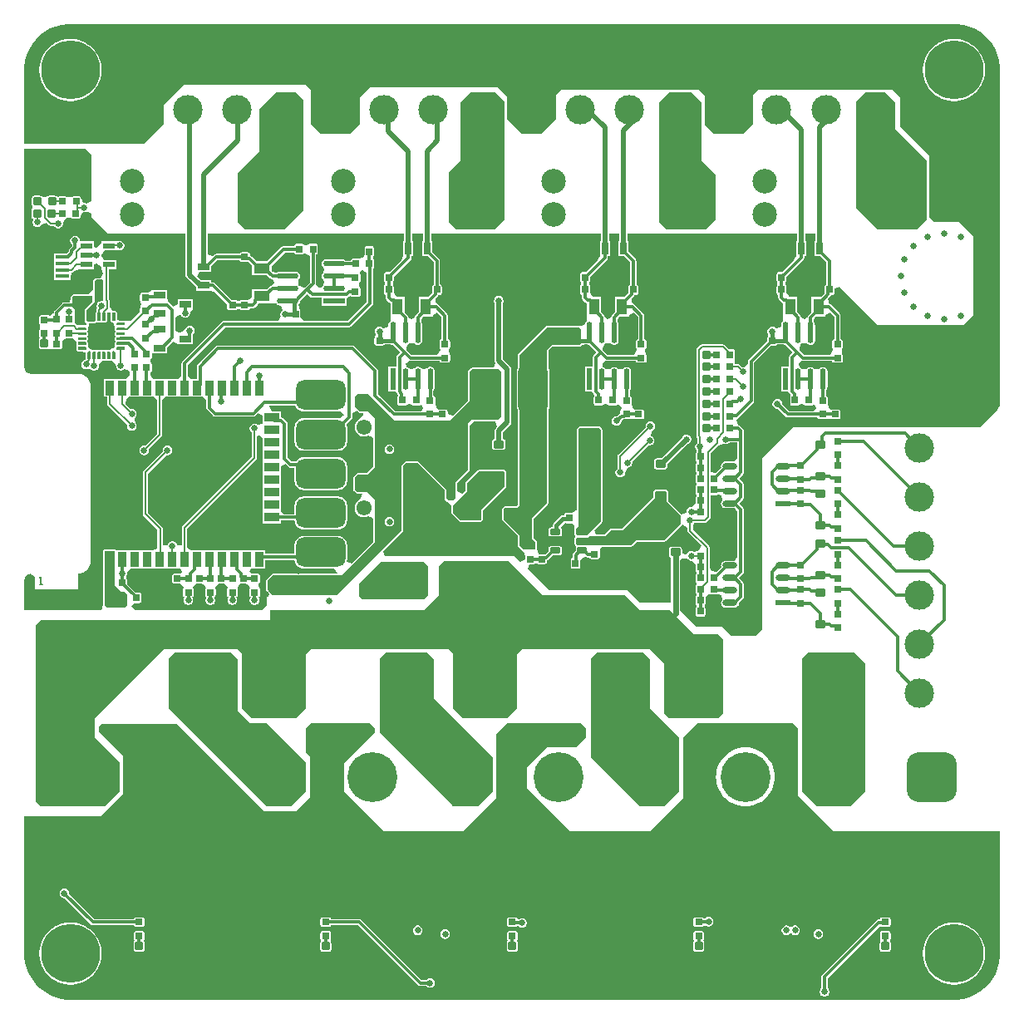
<source format=gbr>
%TF.GenerationSoftware,Altium Limited,Altium Designer,25.8.1 (18)*%
G04 Layer_Physical_Order=1*
G04 Layer_Color=255*
%FSLAX45Y45*%
%MOMM*%
%TF.SameCoordinates,5F8AD7AF-A6C7-491F-921A-1EE88451CE46*%
%TF.FilePolarity,Positive*%
%TF.FileFunction,Copper,L1,Top,Signal*%
%TF.Part,Single*%
G01*
G75*
%TA.AperFunction,Conductor*%
%ADD10C,0.50000*%
%TA.AperFunction,SMDPad,CuDef*%
%ADD11R,1.80000X7.50000*%
G04:AMPARAMS|DCode=12|XSize=0.8mm|YSize=0.8mm|CornerRadius=0.1mm|HoleSize=0mm|Usage=FLASHONLY|Rotation=270.000|XOffset=0mm|YOffset=0mm|HoleType=Round|Shape=RoundedRectangle|*
%AMROUNDEDRECTD12*
21,1,0.80000,0.60000,0,0,270.0*
21,1,0.60000,0.80000,0,0,270.0*
1,1,0.20000,-0.30000,-0.30000*
1,1,0.20000,-0.30000,0.30000*
1,1,0.20000,0.30000,0.30000*
1,1,0.20000,0.30000,-0.30000*
%
%ADD12ROUNDEDRECTD12*%
G04:AMPARAMS|DCode=13|XSize=0.76mm|YSize=0.6604mm|CornerRadius=0.08255mm|HoleSize=0mm|Usage=FLASHONLY|Rotation=0.000|XOffset=0mm|YOffset=0mm|HoleType=Round|Shape=RoundedRectangle|*
%AMROUNDEDRECTD13*
21,1,0.76000,0.49530,0,0,0.0*
21,1,0.59490,0.66040,0,0,0.0*
1,1,0.16510,0.29745,-0.24765*
1,1,0.16510,-0.29745,-0.24765*
1,1,0.16510,-0.29745,0.24765*
1,1,0.16510,0.29745,0.24765*
%
%ADD13ROUNDEDRECTD13*%
%ADD14R,0.90000X1.50000*%
%TA.AperFunction,BGAPad,CuDef*%
%ADD15R,0.90000X0.90000*%
%TA.AperFunction,SMDPad,CuDef*%
%ADD16R,1.50000X0.90000*%
G04:AMPARAMS|DCode=17|XSize=0.76mm|YSize=0.6604mm|CornerRadius=0.08255mm|HoleSize=0mm|Usage=FLASHONLY|Rotation=90.000|XOffset=0mm|YOffset=0mm|HoleType=Round|Shape=RoundedRectangle|*
%AMROUNDEDRECTD17*
21,1,0.76000,0.49530,0,0,90.0*
21,1,0.59490,0.66040,0,0,90.0*
1,1,0.16510,0.24765,0.29745*
1,1,0.16510,0.24765,-0.29745*
1,1,0.16510,-0.24765,-0.29745*
1,1,0.16510,-0.24765,0.29745*
%
%ADD17ROUNDEDRECTD17*%
%ADD18R,1.20000X0.70000*%
%TA.AperFunction,BGAPad,CuDef*%
%ADD19C,0.27000*%
%TA.AperFunction,SMDPad,CuDef*%
G04:AMPARAMS|DCode=20|XSize=3mm|YSize=5mm|CornerRadius=0.75mm|HoleSize=0mm|Usage=FLASHONLY|Rotation=180.000|XOffset=0mm|YOffset=0mm|HoleType=Round|Shape=RoundedRectangle|*
%AMROUNDEDRECTD20*
21,1,3.00000,3.50000,0,0,180.0*
21,1,1.50000,5.00000,0,0,180.0*
1,1,1.50000,-0.75000,1.75000*
1,1,1.50000,0.75000,1.75000*
1,1,1.50000,0.75000,-1.75000*
1,1,1.50000,-0.75000,-1.75000*
%
%ADD20ROUNDEDRECTD20*%
G04:AMPARAMS|DCode=21|XSize=3mm|YSize=5mm|CornerRadius=0.75mm|HoleSize=0mm|Usage=FLASHONLY|Rotation=90.000|XOffset=0mm|YOffset=0mm|HoleType=Round|Shape=RoundedRectangle|*
%AMROUNDEDRECTD21*
21,1,3.00000,3.50000,0,0,90.0*
21,1,1.50000,5.00000,0,0,90.0*
1,1,1.50000,1.75000,0.75000*
1,1,1.50000,1.75000,-0.75000*
1,1,1.50000,-1.75000,-0.75000*
1,1,1.50000,-1.75000,0.75000*
%
%ADD21ROUNDEDRECTD21*%
G04:AMPARAMS|DCode=22|XSize=0.8mm|YSize=0.8mm|CornerRadius=0.1mm|HoleSize=0mm|Usage=FLASHONLY|Rotation=180.000|XOffset=0mm|YOffset=0mm|HoleType=Round|Shape=RoundedRectangle|*
%AMROUNDEDRECTD22*
21,1,0.80000,0.60000,0,0,180.0*
21,1,0.60000,0.80000,0,0,180.0*
1,1,0.20000,-0.30000,0.30000*
1,1,0.20000,0.30000,0.30000*
1,1,0.20000,0.30000,-0.30000*
1,1,0.20000,-0.30000,-0.30000*
%
%ADD22ROUNDEDRECTD22*%
%ADD23R,4.10000X2.00000*%
G04:AMPARAMS|DCode=24|XSize=0.8mm|YSize=1mm|CornerRadius=0.1mm|HoleSize=0mm|Usage=FLASHONLY|Rotation=90.000|XOffset=0mm|YOffset=0mm|HoleType=Round|Shape=RoundedRectangle|*
%AMROUNDEDRECTD24*
21,1,0.80000,0.80000,0,0,90.0*
21,1,0.60000,1.00000,0,0,90.0*
1,1,0.20000,0.40000,0.30000*
1,1,0.20000,0.40000,-0.30000*
1,1,0.20000,-0.40000,-0.30000*
1,1,0.20000,-0.40000,0.30000*
%
%ADD24ROUNDEDRECTD24*%
G04:AMPARAMS|DCode=25|XSize=2.16916mm|YSize=0.58213mm|CornerRadius=0.29107mm|HoleSize=0mm|Usage=FLASHONLY|Rotation=90.000|XOffset=0mm|YOffset=0mm|HoleType=Round|Shape=RoundedRectangle|*
%AMROUNDEDRECTD25*
21,1,2.16916,0.00000,0,0,90.0*
21,1,1.58703,0.58213,0,0,90.0*
1,1,0.58213,0.00000,0.79351*
1,1,0.58213,0.00000,-0.79351*
1,1,0.58213,0.00000,-0.79351*
1,1,0.58213,0.00000,0.79351*
%
%ADD25ROUNDEDRECTD25*%
G04:AMPARAMS|DCode=26|XSize=2.16916mm|YSize=0.58213mm|CornerRadius=0.29107mm|HoleSize=0mm|Usage=FLASHONLY|Rotation=180.000|XOffset=0mm|YOffset=0mm|HoleType=Round|Shape=RoundedRectangle|*
%AMROUNDEDRECTD26*
21,1,2.16916,0.00000,0,0,180.0*
21,1,1.58703,0.58213,0,0,180.0*
1,1,0.58213,-0.79351,0.00000*
1,1,0.58213,0.79351,0.00000*
1,1,0.58213,0.79351,0.00000*
1,1,0.58213,-0.79351,0.00000*
%
%ADD26ROUNDEDRECTD26*%
G04:AMPARAMS|DCode=27|XSize=0.8mm|YSize=1mm|CornerRadius=0.1mm|HoleSize=0mm|Usage=FLASHONLY|Rotation=180.000|XOffset=0mm|YOffset=0mm|HoleType=Round|Shape=RoundedRectangle|*
%AMROUNDEDRECTD27*
21,1,0.80000,0.80000,0,0,180.0*
21,1,0.60000,1.00000,0,0,180.0*
1,1,0.20000,-0.30000,0.40000*
1,1,0.20000,0.30000,0.40000*
1,1,0.20000,0.30000,-0.40000*
1,1,0.20000,-0.30000,-0.40000*
%
%ADD27ROUNDEDRECTD27*%
G04:AMPARAMS|DCode=28|XSize=1.51466mm|YSize=0.59981mm|CornerRadius=0.2999mm|HoleSize=0mm|Usage=FLASHONLY|Rotation=180.000|XOffset=0mm|YOffset=0mm|HoleType=Round|Shape=RoundedRectangle|*
%AMROUNDEDRECTD28*
21,1,1.51466,0.00000,0,0,180.0*
21,1,0.91485,0.59981,0,0,180.0*
1,1,0.59981,-0.45743,0.00000*
1,1,0.59981,0.45743,0.00000*
1,1,0.59981,0.45743,0.00000*
1,1,0.59981,-0.45743,0.00000*
%
%ADD28ROUNDEDRECTD28*%
G04:AMPARAMS|DCode=29|XSize=1.90415mm|YSize=3.21981mm|CornerRadius=0.457mm|HoleSize=0mm|Usage=FLASHONLY|Rotation=90.000|XOffset=0mm|YOffset=0mm|HoleType=Round|Shape=RoundedRectangle|*
%AMROUNDEDRECTD29*
21,1,1.90415,2.30581,0,0,90.0*
21,1,0.99016,3.21981,0,0,90.0*
1,1,0.91399,1.15291,0.49508*
1,1,0.91399,1.15291,-0.49508*
1,1,0.91399,-1.15291,-0.49508*
1,1,0.91399,-1.15291,0.49508*
%
%ADD29ROUNDEDRECTD29*%
G04:AMPARAMS|DCode=30|XSize=1.90415mm|YSize=0.91981mm|CornerRadius=0.4599mm|HoleSize=0mm|Usage=FLASHONLY|Rotation=90.000|XOffset=0mm|YOffset=0mm|HoleType=Round|Shape=RoundedRectangle|*
%AMROUNDEDRECTD30*
21,1,1.90415,0.00000,0,0,90.0*
21,1,0.98435,0.91981,0,0,90.0*
1,1,0.91981,0.00000,0.49217*
1,1,0.91981,0.00000,-0.49217*
1,1,0.91981,0.00000,-0.49217*
1,1,0.91981,0.00000,0.49217*
%
%ADD30ROUNDEDRECTD30*%
%ADD31R,0.58213X2.16916*%
%ADD32R,1.10000X1.65000*%
%ADD33R,0.70000X1.20000*%
%ADD34R,0.91981X1.90415*%
%ADD35R,1.20000X0.60000*%
%TA.AperFunction,ConnectorPad*%
%ADD36R,1.35000X0.40000*%
%TA.AperFunction,SMDPad,CuDef*%
%ADD37R,1.75822X1.30550*%
G04:AMPARAMS|DCode=38|XSize=0.6mm|YSize=1mm|CornerRadius=0.051mm|HoleSize=0mm|Usage=FLASHONLY|Rotation=90.000|XOffset=0mm|YOffset=0mm|HoleType=Round|Shape=RoundedRectangle|*
%AMROUNDEDRECTD38*
21,1,0.60000,0.89800,0,0,90.0*
21,1,0.49800,1.00000,0,0,90.0*
1,1,0.10200,0.44900,0.24900*
1,1,0.10200,0.44900,-0.24900*
1,1,0.10200,-0.44900,-0.24900*
1,1,0.10200,-0.44900,0.24900*
%
%ADD38ROUNDEDRECTD38*%
G04:AMPARAMS|DCode=39|XSize=2.65mm|YSize=1.75mm|CornerRadius=0.21875mm|HoleSize=0mm|Usage=FLASHONLY|Rotation=270.000|XOffset=0mm|YOffset=0mm|HoleType=Round|Shape=RoundedRectangle|*
%AMROUNDEDRECTD39*
21,1,2.65000,1.31250,0,0,270.0*
21,1,2.21250,1.75000,0,0,270.0*
1,1,0.43750,-0.65625,-1.10625*
1,1,0.43750,-0.65625,1.10625*
1,1,0.43750,0.65625,1.10625*
1,1,0.43750,0.65625,-1.10625*
%
%ADD39ROUNDEDRECTD39*%
%TA.AperFunction,ConnectorPad*%
%ADD40R,1.90000X1.50000*%
%TA.AperFunction,SMDPad,CuDef*%
%ADD41C,2.29500*%
%ADD42R,1.65000X1.10000*%
%ADD43R,2.16916X0.58213*%
%ADD44R,1.51466X0.59981*%
%TA.AperFunction,Conductor*%
%ADD45C,0.30000*%
%ADD46C,0.20000*%
%ADD47C,0.60000*%
%ADD48C,0.40000*%
%TA.AperFunction,NonConductor*%
%ADD49C,0.16000*%
%TA.AperFunction,ComponentPad*%
%ADD50C,5.08000*%
G04:AMPARAMS|DCode=51|XSize=5.08mm|YSize=5.08mm|CornerRadius=1.27mm|HoleSize=0mm|Usage=FLASHONLY|Rotation=0.000|XOffset=0mm|YOffset=0mm|HoleType=Round|Shape=RoundedRectangle|*
%AMROUNDEDRECTD51*
21,1,5.08000,2.54000,0,0,0.0*
21,1,2.54000,5.08000,0,0,0.0*
1,1,2.54000,1.27000,-1.27000*
1,1,2.54000,-1.27000,-1.27000*
1,1,2.54000,-1.27000,1.27000*
1,1,2.54000,1.27000,1.27000*
%
%ADD51ROUNDEDRECTD51*%
G04:AMPARAMS|DCode=52|XSize=2.5mm|YSize=2.5mm|CornerRadius=1.25mm|HoleSize=0mm|Usage=FLASHONLY|Rotation=0.000|XOffset=0mm|YOffset=0mm|HoleType=Round|Shape=RoundedRectangle|*
%AMROUNDEDRECTD52*
21,1,2.50000,0.00000,0,0,0.0*
21,1,0.00000,2.50000,0,0,0.0*
1,1,2.50000,0.00000,0.00000*
1,1,2.50000,0.00000,0.00000*
1,1,2.50000,0.00000,0.00000*
1,1,2.50000,0.00000,0.00000*
%
%ADD52ROUNDEDRECTD52*%
%ADD53C,1.55000*%
%ADD54C,3.00000*%
%ADD55R,1.55000X1.55000*%
%ADD56C,1.45000*%
%ADD57C,0.80000*%
%ADD58C,6.00000*%
%TA.AperFunction,ViaPad*%
%ADD59C,0.65000*%
G36*
X712500Y8637500D02*
Y8164391D01*
X683748Y8148271D01*
X662500Y8142146D01*
X656413Y8145661D01*
X643951Y8149000D01*
X631049D01*
X608150Y8191059D01*
X607087Y8194343D01*
X605583Y8201904D01*
X600112Y8210092D01*
X591924Y8215563D01*
X582265Y8217485D01*
X532735D01*
X523076Y8215563D01*
X514888Y8210092D01*
X488263Y8205670D01*
X486736D01*
X460112Y8210092D01*
X451923Y8215563D01*
X442265Y8217485D01*
X392735D01*
X383075Y8215564D01*
X383075Y8215563D01*
X373810Y8210407D01*
X355864Y8215647D01*
X349418Y8218317D01*
X342500Y8219228D01*
X282500D01*
X275582Y8218317D01*
X269135Y8215647D01*
X263600Y8211400D01*
X250107Y8209842D01*
X224892D01*
X211399Y8211400D01*
X205864Y8215647D01*
X199417Y8218317D01*
X192499Y8219228D01*
X132500D01*
X125582Y8218317D01*
X119135Y8215647D01*
X113599Y8211400D01*
X109352Y8205864D01*
X106682Y8199417D01*
X105771Y8192499D01*
Y8132500D01*
X106682Y8125582D01*
X109352Y8119135D01*
X112870Y8106096D01*
X111569Y8092724D01*
X106852Y8082356D01*
X104182Y8075910D01*
X103271Y8068992D01*
Y8008992D01*
X104182Y8002074D01*
X106852Y7995627D01*
X111099Y7990092D01*
X116639Y7985545D01*
X116838Y7968913D01*
X113499Y7956451D01*
Y7943549D01*
X116838Y7931086D01*
X123290Y7919913D01*
X132413Y7910790D01*
X143586Y7904339D01*
X156048Y7900999D01*
X168951D01*
X181413Y7904339D01*
X192586Y7910790D01*
X201710Y7919913D01*
X204359Y7924502D01*
X240874Y7937649D01*
X253522Y7940186D01*
X259896Y7939677D01*
X280972Y7918601D01*
X280973Y7918600D01*
X286508Y7914352D01*
X292955Y7911682D01*
X299873Y7910771D01*
X299875Y7910771D01*
X333851D01*
X335790Y7907413D01*
X344913Y7898290D01*
X356086Y7891839D01*
X368549Y7888500D01*
X381451D01*
X393913Y7891839D01*
X405087Y7898290D01*
X414210Y7907413D01*
X420661Y7918586D01*
X424000Y7931049D01*
Y7943951D01*
X449423Y7985928D01*
X457611Y7991400D01*
X484236Y7995821D01*
X485763D01*
X512388Y7991400D01*
X520576Y7985928D01*
X530235Y7984007D01*
X579765D01*
X589424Y7985928D01*
X597612Y7991400D01*
X603083Y7999588D01*
X604537Y8006893D01*
X606062Y8010941D01*
X631049Y8050999D01*
X643951D01*
X656413Y8054338D01*
X662500Y8057853D01*
X683748Y8051728D01*
X712500Y8035608D01*
Y8000000D01*
X875000Y7837500D01*
X1670666D01*
Y7412476D01*
X1672092Y7401642D01*
X1676274Y7391547D01*
X1682926Y7382878D01*
X1780376Y7285427D01*
X1780951Y7284987D01*
Y7253525D01*
X1933950D01*
X1975916Y7234128D01*
X2094966Y7115078D01*
Y7080260D01*
X2096887Y7070601D01*
X2102359Y7062413D01*
X2110547Y7056941D01*
X2120206Y7055020D01*
X2179696D01*
X2189355Y7056941D01*
X2202385Y7062413D01*
X2222516D01*
X2235547Y7056941D01*
X2245206Y7055020D01*
X2304696D01*
X2314355Y7056941D01*
X2322543Y7062413D01*
X2328014Y7070601D01*
X2328542Y7073253D01*
X2357951D01*
X2366174Y7074336D01*
X2373837Y7077510D01*
X2380417Y7082559D01*
X2404917Y7107059D01*
X2409966Y7113639D01*
X2413140Y7121301D01*
X2413433Y7123525D01*
X2543160D01*
X2548951Y7123524D01*
X2597491Y7120000D01*
X2601712Y7114498D01*
X2611239Y7107187D01*
X2622334Y7102592D01*
X2634239Y7101025D01*
X2642829D01*
X2656666Y7054238D01*
X2656728Y7051025D01*
X2648290Y7042587D01*
X2641839Y7031413D01*
X2638500Y7018951D01*
Y7006049D01*
X2641839Y6993587D01*
X2627749Y6958358D01*
X2615721Y6944272D01*
X2062500D01*
X2054277Y6943189D01*
X2046614Y6940015D01*
X2040034Y6934966D01*
X1640533Y6535465D01*
X1635484Y6528885D01*
X1632310Y6521222D01*
X1631227Y6512999D01*
Y6390029D01*
X1597499Y6354000D01*
X1551499Y6353999D01*
X1474499Y6354000D01*
X1424499Y6353999D01*
X1347499Y6354000D01*
X1319418Y6369434D01*
X1316266Y6400855D01*
X1317744Y6421648D01*
X1322592Y6424887D01*
X1328063Y6433076D01*
X1329984Y6442734D01*
Y6492264D01*
X1328063Y6501923D01*
X1322592Y6510111D01*
X1318170Y6536736D01*
Y6538263D01*
X1322592Y6564888D01*
X1328063Y6573076D01*
Y6573078D01*
X1329985Y6582735D01*
X1329985Y6582762D01*
X1330999Y6615999D01*
X1366299Y6616000D01*
X1483999D01*
Y6674068D01*
X1540999Y6731068D01*
X1590999Y6710999D01*
X1591641Y6711000D01*
X1743999D01*
Y6780433D01*
X1744271Y6782500D01*
Y6807714D01*
X1744460Y6807823D01*
X1753583Y6816946D01*
X1760034Y6828120D01*
X1763373Y6840582D01*
Y6853484D01*
X1760034Y6865946D01*
X1753583Y6877120D01*
X1744460Y6886243D01*
X1733287Y6892694D01*
X1720824Y6896033D01*
X1707922D01*
X1695460Y6892694D01*
X1684286Y6886243D01*
X1675163Y6877120D01*
X1668712Y6865946D01*
X1665373Y6853484D01*
X1621224Y6826457D01*
X1579680Y6835360D01*
X1569272Y6855000D01*
Y6975107D01*
X1584059Y6994861D01*
X1607721Y7007219D01*
X1625088Y7002624D01*
X1629540Y6994913D01*
X1638663Y6985790D01*
X1649837Y6979339D01*
X1662299Y6976000D01*
X1675201D01*
X1687663Y6979339D01*
X1698837Y6985790D01*
X1707960Y6994913D01*
X1714411Y7006087D01*
X1717750Y7018549D01*
Y7031451D01*
X1743999Y7061000D01*
X1743999D01*
Y7164000D01*
X1590999D01*
Y7113276D01*
X1540999Y7092565D01*
X1514805Y7118760D01*
X1502006Y7134232D01*
X1491321Y7155657D01*
X1485044Y7175803D01*
X1483999Y7183316D01*
Y7259000D01*
X1330999D01*
Y7259000D01*
X1292244Y7232505D01*
X1232754D01*
X1223096Y7230583D01*
X1214907Y7225112D01*
X1209436Y7216924D01*
X1207514Y7207265D01*
Y7157735D01*
X1209436Y7148076D01*
X1214907Y7139888D01*
X1219329Y7113263D01*
Y7111736D01*
X1214907Y7085112D01*
X1209436Y7076923D01*
X1207514Y7067265D01*
Y7035601D01*
X1117084Y6945171D01*
X1099231Y6941625D01*
X1064395Y6940888D01*
X1058937Y6944534D01*
X1052499Y6945815D01*
X1020452D01*
X978465Y6952457D01*
X971823Y6994444D01*
Y7026491D01*
X970542Y7032930D01*
X966895Y7038387D01*
X961437Y7042034D01*
X954999Y7043315D01*
X945474D01*
X932796Y7049192D01*
X914512Y7061888D01*
X900984Y7085846D01*
X900984Y7085847D01*
Y7146073D01*
X900984Y7146075D01*
X900073Y7152993D01*
X897403Y7159439D01*
X893155Y7164975D01*
X889228Y7168902D01*
Y7471000D01*
X966499D01*
Y7564000D01*
X848814D01*
X847652Y7564846D01*
X847651Y7564846D01*
X837234Y7572428D01*
X829118Y7583030D01*
Y7583030D01*
X811806Y7605649D01*
X811527Y7612499D01*
X811806Y7619350D01*
X829119Y7641970D01*
Y7641970D01*
X837234Y7652571D01*
X848814Y7660999D01*
X966499D01*
X966499Y7660999D01*
X993548Y7663500D01*
X1006450D01*
X1018913Y7666839D01*
X1030086Y7673290D01*
X1039209Y7682413D01*
X1045660Y7693586D01*
X1048999Y7706049D01*
Y7718951D01*
X1045660Y7731413D01*
X1039209Y7742586D01*
X1030086Y7751710D01*
X1018913Y7758161D01*
X1006450Y7761500D01*
X1006449Y7761500D01*
X993548Y7761500D01*
X993520Y7761492D01*
X981086Y7758161D01*
X966529Y7754008D01*
X966499Y7754000D01*
X966499Y7753999D01*
X813499D01*
Y7731802D01*
X765070Y7693577D01*
X739522Y7700833D01*
X736499Y7708025D01*
Y7753999D01*
X596728D01*
X595269Y7755901D01*
Y7768803D01*
X591930Y7781265D01*
X585479Y7792439D01*
X576356Y7801562D01*
X565182Y7808013D01*
X552720Y7811352D01*
X539818D01*
X527356Y7808013D01*
X516182Y7801562D01*
X507059Y7792439D01*
X500608Y7781265D01*
X497269Y7768803D01*
Y7755901D01*
X500608Y7743438D01*
X507059Y7732265D01*
X514497Y7724827D01*
Y7706343D01*
X491872Y7683717D01*
X486822Y7677137D01*
X483648Y7669475D01*
X482566Y7661251D01*
Y7653990D01*
X459339Y7630763D01*
X424999D01*
X422935Y7630491D01*
X335999D01*
Y7557491D01*
Y7492491D01*
Y7427491D01*
Y7362491D01*
X503999D01*
Y7387095D01*
X510324Y7436613D01*
X517242Y7437523D01*
X523688Y7440194D01*
X529224Y7444441D01*
X540026Y7455243D01*
X583499Y7470999D01*
Y7471000D01*
X736499D01*
Y7516974D01*
X739522Y7524166D01*
X765070Y7531422D01*
X813499Y7493197D01*
Y7471000D01*
X813499D01*
X831012Y7427289D01*
X808210Y7380815D01*
X760001Y7380816D01*
X759999Y7380816D01*
X759998Y7380815D01*
X753561Y7379535D01*
X753560Y7379533D01*
X748103Y7375888D01*
X748103Y7375887D01*
X735603Y7363388D01*
X731957Y7357930D01*
X731956Y7357930D01*
X731744Y7356861D01*
X730676Y7351493D01*
X730675Y7351492D01*
X730675Y7351491D01*
X730676Y7342962D01*
Y7267040D01*
X730175Y7264052D01*
X729156Y7261078D01*
X680676Y7218996D01*
X655255D01*
X651829Y7218315D01*
X543530Y7218315D01*
X541640Y7218316D01*
X541639Y7218315D01*
X534999Y7218316D01*
X534998Y7218315D01*
X528561Y7217035D01*
X528559Y7217033D01*
X523103Y7213388D01*
X523103Y7213387D01*
X510603Y7200888D01*
X506957Y7195430D01*
X505676Y7188993D01*
X505675Y7188992D01*
X505676Y7188990D01*
X505676Y7184763D01*
X495290Y7134764D01*
X436500D01*
X428277Y7133681D01*
X420614Y7130507D01*
X414034Y7125458D01*
X337533Y7048957D01*
X332484Y7042377D01*
X329310Y7034715D01*
X328280Y7026892D01*
X320470Y7021396D01*
X286256Y6998921D01*
X274403Y7002076D01*
X264744Y7003997D01*
X205255D01*
X195596Y7002076D01*
X187407Y6996604D01*
X181936Y6988416D01*
X180015Y6978757D01*
Y6929227D01*
X181936Y6919568D01*
X187407Y6911380D01*
X191829Y6884755D01*
Y6883228D01*
X187407Y6856604D01*
X181936Y6848416D01*
X180015Y6838757D01*
Y6789227D01*
X181936Y6779568D01*
X187407Y6771379D01*
X181852Y6757356D01*
X179182Y6750910D01*
X178271Y6743992D01*
Y6683992D01*
X179182Y6677074D01*
X181852Y6670628D01*
X186099Y6665092D01*
X191635Y6660844D01*
X198082Y6658174D01*
X205000Y6657263D01*
X262941D01*
X264999Y6657263D01*
X265000Y6657263D01*
X271917Y6658174D01*
X309680Y6660353D01*
X318023Y6660223D01*
X330254Y6658987D01*
X337012Y6658987D01*
X389744D01*
X399403Y6660908D01*
X407592Y6666380D01*
X413063Y6674568D01*
X414984Y6684227D01*
Y6731228D01*
X429337Y6749832D01*
X440445Y6760109D01*
X455068Y6769024D01*
X455255Y6768987D01*
X514744D01*
X522104Y6765783D01*
X561957Y6735430D01*
X560676Y6728992D01*
Y6698991D01*
X561957Y6692553D01*
X564336Y6688991D01*
X561957Y6685430D01*
X560676Y6678991D01*
Y6648992D01*
X561957Y6642553D01*
X565603Y6637095D01*
X571061Y6633449D01*
X577499Y6632168D01*
X609547D01*
X651534Y6625526D01*
X655494Y6600492D01*
X653548Y6550492D01*
X641086Y6547153D01*
X629913Y6540702D01*
X620789Y6531579D01*
X614338Y6520405D01*
X610999Y6507943D01*
Y6495041D01*
X614338Y6482578D01*
X620789Y6471405D01*
X629913Y6462282D01*
X641086Y6455831D01*
X653548Y6452492D01*
X666451D01*
X678913Y6455831D01*
X701181Y6458006D01*
X710304Y6448883D01*
X721478Y6442432D01*
X733940Y6439093D01*
X746842D01*
X759304Y6442432D01*
X770478Y6448883D01*
X779601Y6458006D01*
X786052Y6469180D01*
X789391Y6481642D01*
Y6494544D01*
X791918Y6499290D01*
X806551Y6519424D01*
X814727Y6527373D01*
X825000Y6534668D01*
X854999D01*
X861437Y6535949D01*
X864999Y6538329D01*
X868561Y6535949D01*
X874999Y6534668D01*
X904999D01*
X911438Y6535949D01*
X914999Y6538329D01*
X918561Y6535949D01*
X924999Y6534668D01*
X925417D01*
X936407Y6527171D01*
X961711Y6496144D01*
X963500Y6485879D01*
Y6481049D01*
X966839Y6468587D01*
X973290Y6457413D01*
X982413Y6448290D01*
X993587Y6441839D01*
X1006049Y6438500D01*
X1018951D01*
X1031413Y6441839D01*
X1042587Y6448290D01*
X1045015Y6450718D01*
X1074621Y6445991D01*
X1096541Y6435062D01*
X1096936Y6433076D01*
X1102407Y6424887D01*
X1103369Y6398255D01*
X1066182Y6353999D01*
X1043499D01*
X966499Y6354000D01*
X916499Y6353999D01*
X839499D01*
Y6171000D01*
X874271D01*
Y6099003D01*
X874270Y6099001D01*
X875181Y6092083D01*
X877851Y6085637D01*
X882099Y6080101D01*
X1077003Y5885196D01*
X1076000Y5881451D01*
Y5868549D01*
X1079339Y5856087D01*
X1085790Y5844913D01*
X1094913Y5835790D01*
X1106087Y5829339D01*
X1118549Y5826000D01*
X1131451D01*
X1143913Y5829339D01*
X1155087Y5835790D01*
X1164210Y5844913D01*
X1170661Y5856087D01*
X1174000Y5868549D01*
Y5881451D01*
X1170661Y5893913D01*
X1164210Y5905087D01*
X1160475Y5908821D01*
X1159305Y5912039D01*
X1157102Y5937500D01*
X1159305Y5962961D01*
X1160475Y5966179D01*
X1164210Y5969913D01*
X1170661Y5981087D01*
X1174000Y5993549D01*
Y6006451D01*
X1170661Y6018913D01*
X1164210Y6030087D01*
X1155087Y6039210D01*
X1143913Y6045661D01*
X1131451Y6049000D01*
X1118549D01*
X1114803Y6047997D01*
X1064138Y6098662D01*
X1067465Y6152797D01*
X1093499Y6170999D01*
X1139499Y6171000D01*
X1216499Y6170999D01*
X1266499Y6171000D01*
X1343499Y6170999D01*
X1382271Y6143891D01*
Y5795070D01*
X1260196Y5672997D01*
X1256451Y5674000D01*
X1243549D01*
X1231087Y5670661D01*
X1219913Y5664210D01*
X1210790Y5655087D01*
X1204339Y5643913D01*
X1201000Y5631451D01*
Y5618549D01*
X1204339Y5606087D01*
X1210790Y5594913D01*
X1219913Y5585790D01*
X1231087Y5579339D01*
X1243549Y5576000D01*
X1256451D01*
X1268913Y5579339D01*
X1280087Y5585790D01*
X1289210Y5594913D01*
X1295661Y5606087D01*
X1299000Y5618549D01*
Y5631451D01*
X1297997Y5635196D01*
X1427898Y5765098D01*
X1427899Y5765099D01*
X1432147Y5770635D01*
X1434817Y5777081D01*
X1435728Y5783999D01*
X1435728Y5784001D01*
Y6143891D01*
X1474499Y6170999D01*
X1520499Y6171000D01*
X1597499Y6170999D01*
X1647499Y6171000D01*
X1724499Y6170999D01*
X1774499Y6171000D01*
X1851499Y6170999D01*
X1885227Y6134970D01*
Y6058001D01*
X1886310Y6049778D01*
X1889484Y6042115D01*
X1894533Y6035535D01*
X1952534Y5977534D01*
X1959114Y5972485D01*
X1966777Y5969311D01*
X1975000Y5968228D01*
X2362500D01*
X2370723Y5969311D01*
X2378386Y5972485D01*
X2384966Y5977534D01*
X2408499Y6001067D01*
X2458499Y5980356D01*
Y5903376D01*
X2445328Y5891746D01*
X2408499Y5885797D01*
X2405087Y5889210D01*
X2393913Y5895661D01*
X2381451Y5899000D01*
X2368549D01*
X2356087Y5895661D01*
X2344913Y5889210D01*
X2335790Y5880087D01*
X2329339Y5868913D01*
X2326000Y5856451D01*
Y5843549D01*
X2329339Y5831087D01*
X2335790Y5819913D01*
X2344913Y5810790D01*
X2348271Y5808851D01*
Y5561072D01*
X1644099Y4856899D01*
X1639851Y4851364D01*
X1637181Y4844917D01*
X1636270Y4837999D01*
X1636271Y4837997D01*
Y4657006D01*
X1586500Y4656451D01*
X1583161Y4668913D01*
X1576710Y4680087D01*
X1567587Y4689210D01*
X1556413Y4695661D01*
X1543951Y4699000D01*
X1531049D01*
X1518587Y4695661D01*
X1507413Y4689210D01*
X1498290Y4680087D01*
X1491839Y4668913D01*
X1488500Y4656451D01*
X1439229Y4658211D01*
Y4826486D01*
X1439229Y4826488D01*
X1438318Y4833406D01*
X1435648Y4839852D01*
X1431400Y4845388D01*
X1431399Y4845389D01*
X1289229Y4987559D01*
Y5388928D01*
X1477303Y5577003D01*
X1481049Y5576000D01*
X1493951D01*
X1506413Y5579339D01*
X1517587Y5585790D01*
X1526710Y5594913D01*
X1533161Y5606087D01*
X1536500Y5618549D01*
Y5631451D01*
X1533161Y5643913D01*
X1526710Y5655087D01*
X1517587Y5664210D01*
X1506413Y5670661D01*
X1493951Y5674000D01*
X1481049D01*
X1468587Y5670661D01*
X1457413Y5664210D01*
X1448290Y5655087D01*
X1441839Y5643913D01*
X1438500Y5631451D01*
Y5618549D01*
X1439503Y5614803D01*
X1243600Y5418900D01*
X1239352Y5413364D01*
X1236682Y5406918D01*
X1235771Y5400000D01*
X1235771Y5399998D01*
Y4976490D01*
X1235771Y4976488D01*
X1236682Y4969570D01*
X1239352Y4963123D01*
X1243600Y4957588D01*
X1385771Y4815416D01*
Y4622656D01*
X1343499Y4604000D01*
X1297499Y4603999D01*
X1220499Y4604000D01*
X1170499Y4603999D01*
X1093499Y4604000D01*
X1043499Y4603999D01*
X966500D01*
X966498Y4604001D01*
X965784Y4605226D01*
X965543Y4606438D01*
X961897Y4611895D01*
X961896Y4611896D01*
X956439Y4615542D01*
X956438Y4615543D01*
X950000Y4616823D01*
X950000Y4616824D01*
X921811Y4616823D01*
X850000D01*
X843562Y4615543D01*
X838104Y4611896D01*
X834457Y4606438D01*
X833177Y4600000D01*
X833176Y4050001D01*
X825000Y4025231D01*
X821829Y4019084D01*
X805497Y4000000D01*
X30586D01*
Y4306837D01*
X33253Y4320246D01*
X38487Y4332880D01*
X46083Y4344248D01*
X55751Y4353917D01*
X67119Y4361513D01*
X79753Y4366746D01*
X84171Y4367625D01*
X111997Y4352950D01*
X134171Y4333568D01*
Y4207513D01*
X265829D01*
Y4208176D01*
X562500D01*
X568938Y4209457D01*
X574396Y4213104D01*
X578043Y4218562D01*
X579323Y4225000D01*
Y4369589D01*
X586302Y4369932D01*
X588501Y4370483D01*
X590769D01*
X609995Y4374307D01*
X612778Y4375460D01*
X615733Y4376048D01*
X633844Y4383550D01*
X636349Y4385223D01*
X639133Y4386376D01*
X655432Y4397267D01*
X657562Y4399397D01*
X660067Y4401071D01*
X673928Y4414932D01*
X675602Y4417437D01*
X677732Y4419567D01*
X688623Y4435867D01*
X689776Y4438650D01*
X691450Y4441155D01*
X698952Y4459266D01*
X699540Y4462221D01*
X700693Y4465004D01*
X704517Y4484231D01*
Y4486498D01*
X705068Y4488696D01*
X705550Y4498498D01*
X705438Y4499252D01*
X705587Y4500000D01*
Y6274999D01*
X705438Y6275746D01*
X705550Y6276500D01*
X705068Y6286302D01*
X704517Y6288501D01*
Y6290768D01*
X700693Y6309995D01*
X699540Y6312778D01*
X698952Y6315732D01*
X691450Y6333844D01*
X689777Y6336349D01*
X688624Y6339132D01*
X677732Y6355432D01*
X675602Y6357562D01*
X673929Y6360067D01*
X660068Y6373928D01*
X657563Y6375601D01*
X655433Y6377731D01*
X639133Y6388623D01*
X636350Y6389776D01*
X633844Y6391450D01*
X615733Y6398951D01*
X612779Y6399539D01*
X609996Y6400692D01*
X590769Y6404516D01*
X588502D01*
X586303Y6405067D01*
X576501Y6405549D01*
X575747Y6405437D01*
X575000Y6405586D01*
X93162D01*
X79753Y6408253D01*
X67120Y6413486D01*
X55751Y6421082D01*
X46082Y6430751D01*
X38487Y6442118D01*
X33253Y6454753D01*
X30586Y6468162D01*
X30586Y6475000D01*
X30586Y8700000D01*
X650000D01*
X712500Y8637500D01*
D02*
G37*
G36*
X8900000Y9175000D02*
Y8900000D01*
X9225000Y8575000D01*
Y7975000D01*
X9125000Y7875000D01*
X8725000D01*
X8500000Y8100000D01*
Y9175000D01*
X8600000Y9275000D01*
X8800000D01*
X8900000Y9175000D01*
D02*
G37*
G36*
X6825000Y9275000D02*
X6925000Y9175000D01*
Y8575000D01*
X7075000Y8425000D01*
Y7975000D01*
X6975000Y7875000D01*
X6575000D01*
X6500000Y7950000D01*
Y9175000D01*
X6600000Y9275000D01*
X6825000Y9275000D01*
D02*
G37*
G36*
X4925000Y9175000D02*
Y7975000D01*
X4900000Y7950000D01*
X4825000Y7875000D01*
X4425000D01*
X4350000Y7950000D01*
Y8450000D01*
X4475000Y8575000D01*
Y9175000D01*
X4575000Y9275000D01*
X4825000D01*
X4925000Y9175000D01*
D02*
G37*
G36*
X2875000Y9200000D02*
X2875000Y8075000D01*
X2750000Y7950000D01*
X2675000Y7875000D01*
X2275000D01*
X2200000Y7950000D01*
Y8450000D01*
X2425000Y8675000D01*
Y9100000D01*
X2600000Y9275000D01*
X2800000D01*
X2875000Y9200000D01*
D02*
G37*
G36*
X2781867Y7635622D02*
X2787338Y7627433D01*
X2795527Y7621962D01*
X2805185Y7620040D01*
X2854715D01*
X2864374Y7621962D01*
X2872562Y7627433D01*
X2892001Y7630661D01*
X2937296Y7602277D01*
X2938179Y7601592D01*
Y7337194D01*
X2887702Y7286717D01*
X2870003Y7286441D01*
X2835182Y7296342D01*
X2830400Y7300125D01*
X2825469Y7306552D01*
X2820456Y7310398D01*
X2818045Y7337525D01*
X2820456Y7364652D01*
X2825469Y7368498D01*
X2832779Y7378025D01*
X2837374Y7389119D01*
X2838942Y7401025D01*
X2837374Y7412931D01*
X2832779Y7424025D01*
X2825469Y7433552D01*
X2815942Y7440862D01*
X2804847Y7445458D01*
X2792942Y7447025D01*
X2634239D01*
X2622334Y7445458D01*
X2611239Y7440862D01*
X2601713Y7433552D01*
X2556754Y7445653D01*
X2548951Y7453457D01*
Y7506593D01*
X2685611Y7643253D01*
X2780349D01*
X2781867Y7635622D01*
D02*
G37*
G36*
X3518228Y7437821D02*
Y7138160D01*
X3324340Y6944272D01*
X2881392D01*
X2869020Y6953007D01*
X2842456Y6982780D01*
X2842455Y6994272D01*
Y7042270D01*
X2840534Y7051928D01*
X2835063Y7060117D01*
X2828490Y7064509D01*
X2826212Y7088629D01*
X2825469Y7114498D01*
X2832779Y7124025D01*
X2837374Y7135119D01*
X2838942Y7147025D01*
X2838818Y7147968D01*
X2910446Y7219597D01*
X2939091Y7190952D01*
X2945672Y7185903D01*
X2953334Y7182729D01*
X2961557Y7181646D01*
X3061353D01*
Y7101418D01*
X3311268D01*
Y7171811D01*
X3341807Y7192696D01*
X3354312Y7198607D01*
X3360546Y7194441D01*
X3370205Y7192520D01*
X3429695D01*
X3439354Y7194441D01*
X3447543Y7199912D01*
X3453014Y7208101D01*
X3454935Y7217760D01*
Y7267290D01*
X3453014Y7276949D01*
X3447543Y7285137D01*
X3443121Y7311761D01*
Y7313288D01*
X3447543Y7339913D01*
X3453014Y7348101D01*
X3454935Y7357760D01*
Y7407290D01*
X3453014Y7416949D01*
X3447543Y7425137D01*
X3446656Y7430220D01*
X3450397Y7448199D01*
X3471064Y7460808D01*
X3518228Y7437821D01*
D02*
G37*
G36*
X2221887Y7560601D02*
X2227359Y7552413D01*
X2235547Y7546941D01*
X2245206Y7545020D01*
X2304696D01*
X2305767Y7545233D01*
X2312310D01*
X2350951Y7506593D01*
Y7408525D01*
X2504018D01*
X2533984Y7378559D01*
X2540564Y7373510D01*
X2548227Y7370336D01*
X2556450Y7369253D01*
X2559962D01*
X2579693Y7337525D01*
X2559962Y7305797D01*
X2556451D01*
X2548227Y7304714D01*
X2540565Y7301540D01*
X2533985Y7296491D01*
X2504018Y7266525D01*
X2350951D01*
Y7188269D01*
X2338653Y7176455D01*
X2304695Y7155030D01*
X2245206D01*
X2235547Y7153109D01*
X2222516Y7147637D01*
X2202385D01*
X2189354Y7153109D01*
X2179696Y7155030D01*
X2144878D01*
X1972416Y7327491D01*
X1965836Y7332541D01*
X1958174Y7335715D01*
X1949950Y7336797D01*
X1933951D01*
Y7356525D01*
X1850173D01*
X1847450Y7356884D01*
X1827313D01*
X1790671Y7393525D01*
X1811382Y7443525D01*
X1933951D01*
Y7501593D01*
X1995611Y7563253D01*
X2221360D01*
X2221887Y7560601D01*
D02*
G37*
G36*
X4090601Y7756545D02*
X4080960D01*
Y7603545D01*
X4139028D01*
X4200688Y7541884D01*
Y7316136D01*
X4198036Y7315608D01*
X4189847Y7310137D01*
X4184376Y7301948D01*
X4182455Y7292289D01*
Y7232800D01*
X4182668Y7231728D01*
Y7225185D01*
X4144027Y7186545D01*
X4045959D01*
Y7033477D01*
X4015993Y7003511D01*
X4010944Y6996931D01*
X4007770Y6989268D01*
X4006687Y6981045D01*
Y6977534D01*
X3974959Y6957803D01*
X3943231Y6977534D01*
Y6981045D01*
X3942149Y6989268D01*
X3938975Y6996931D01*
X3933925Y7003511D01*
X3903959Y7033477D01*
Y7186545D01*
X3825704D01*
X3813889Y7198842D01*
X3792464Y7232800D01*
Y7292289D01*
X3790543Y7301948D01*
X3785072Y7314979D01*
Y7335110D01*
X3790543Y7348141D01*
X3792464Y7357800D01*
Y7392617D01*
X3964926Y7565079D01*
X3969975Y7571659D01*
X3973149Y7579322D01*
X3974232Y7587545D01*
Y7603545D01*
X3993960D01*
Y7756545D01*
X3984318D01*
Y7837500D01*
X4090601D01*
Y7756545D01*
D02*
G37*
G36*
X8090642Y7756500D02*
X8081000D01*
Y7603500D01*
X8139068D01*
X8200728Y7541840D01*
Y7316092D01*
X8198076Y7315564D01*
X8189888Y7310093D01*
X8184416Y7301904D01*
X8182495Y7292245D01*
Y7232755D01*
X8182708Y7231684D01*
Y7225141D01*
X8144068Y7186500D01*
X8046000D01*
Y7033433D01*
X8016034Y7003467D01*
X8010984Y6996887D01*
X8007811Y6989224D01*
X8006728Y6981001D01*
Y6977489D01*
X7975000Y6957758D01*
X7943272Y6977489D01*
Y6981001D01*
X7942189Y6989224D01*
X7939015Y6996886D01*
X7933966Y7003467D01*
X7904000Y7033433D01*
Y7186500D01*
X7825744D01*
X7813930Y7198798D01*
X7792505Y7232756D01*
Y7292245D01*
X7790584Y7301904D01*
X7785112Y7314935D01*
Y7335066D01*
X7790584Y7348097D01*
X7792505Y7357755D01*
Y7392573D01*
X7964966Y7565035D01*
X7970016Y7571615D01*
X7973190Y7579277D01*
X7974272Y7587501D01*
Y7603500D01*
X7994000D01*
Y7756500D01*
X7984358D01*
Y7837500D01*
X8090642D01*
Y7756500D01*
D02*
G37*
G36*
X6090642Y7756500D02*
X6081000D01*
Y7603500D01*
X6139068D01*
X6200728Y7541839D01*
Y7316091D01*
X6198076Y7315563D01*
X6189888Y7310092D01*
X6184416Y7301903D01*
X6182495Y7292244D01*
Y7232755D01*
X6182708Y7231683D01*
Y7225140D01*
X6144068Y7186500D01*
X6046000D01*
Y7033432D01*
X6016034Y7003466D01*
X6010984Y6996886D01*
X6007810Y6989223D01*
X6006728Y6981000D01*
Y6977489D01*
X5975000Y6957757D01*
X5943272Y6977489D01*
Y6981000D01*
X5942189Y6989223D01*
X5939015Y6996886D01*
X5933966Y7003466D01*
X5904000Y7033432D01*
Y7186500D01*
X5825744D01*
X5813929Y7198797D01*
X5792505Y7232755D01*
Y7292244D01*
X5790584Y7301903D01*
X5785112Y7314934D01*
Y7335065D01*
X5790584Y7348096D01*
X5792505Y7357755D01*
Y7392572D01*
X5964966Y7565034D01*
X5970015Y7571614D01*
X5973189Y7579277D01*
X5974272Y7587500D01*
Y7603500D01*
X5994000D01*
Y7756500D01*
X5984358D01*
Y7837500D01*
X6090642D01*
Y7756500D01*
D02*
G37*
G36*
X954999Y6956492D02*
Y6953508D01*
X952716Y6947995D01*
X948496Y6943775D01*
X942983Y6941492D01*
X937016D01*
X931503Y6943775D01*
X927283Y6947995D01*
X924999Y6953508D01*
Y6956492D01*
Y7026491D01*
X954999D01*
Y6956492D01*
D02*
G37*
G36*
X904999D02*
Y6953508D01*
X902716Y6947995D01*
X898496Y6943775D01*
X892983Y6941492D01*
X887016D01*
X881503Y6943775D01*
X877283Y6947995D01*
X875000Y6953508D01*
Y6956492D01*
X874999D01*
Y7026491D01*
X904999D01*
Y6956492D01*
D02*
G37*
G36*
X854999D02*
Y6953508D01*
X852716Y6947995D01*
X848496Y6943775D01*
X842983Y6941492D01*
X837016D01*
X831503Y6943775D01*
X827283Y6947995D01*
X824999Y6953508D01*
Y6956492D01*
Y7026491D01*
X854999D01*
Y6956492D01*
D02*
G37*
G36*
X804999D02*
Y6953508D01*
X802716Y6947995D01*
X798496Y6943775D01*
X792983Y6941492D01*
X787016D01*
X781503Y6943775D01*
X777283Y6947995D01*
X774999Y6953508D01*
Y6956492D01*
Y7026491D01*
X804999D01*
Y6956492D01*
D02*
G37*
G36*
X834999Y7351492D02*
Y7157402D01*
X821706Y7145435D01*
X808804D01*
X796342Y7142095D01*
X785168Y7135644D01*
X776045Y7126521D01*
X769594Y7115348D01*
X766255Y7102885D01*
Y7089983D01*
X769594Y7077521D01*
X770115Y7076619D01*
X766852Y7072366D01*
X764181Y7065920D01*
X763271Y7059002D01*
X763271Y7059000D01*
Y7054763D01*
X759999Y7051492D01*
Y7033742D01*
X759457Y7032930D01*
X758176Y7026491D01*
Y6953508D01*
X758813Y6950305D01*
X747500Y6938992D01*
X672500D01*
X660000Y6951492D01*
X659999Y7051491D01*
X747500Y7138992D01*
X747499Y7351492D01*
X759999Y7363992D01*
X822499D01*
X834999Y7351492D01*
D02*
G37*
G36*
X893489Y6938014D02*
X913154Y6935253D01*
X917414Y6934071D01*
X919606Y6931879D01*
X925065Y6928232D01*
X930578Y6925948D01*
X951110Y6884453D01*
X952887Y6875659D01*
X951956Y6873413D01*
X950676Y6866975D01*
Y6861008D01*
X951956Y6854570D01*
X954240Y6849057D01*
X957887Y6843599D01*
Y6834384D01*
X955450Y6830737D01*
Y6830737D01*
X954240Y6828926D01*
Y6828925D01*
X951956Y6823413D01*
X950676Y6816975D01*
Y6811008D01*
X951956Y6804570D01*
X954240Y6799058D01*
Y6799057D01*
X957887Y6793599D01*
X957887Y6784384D01*
X957887Y6784384D01*
X955450Y6780737D01*
X954240Y6778926D01*
Y6778925D01*
X951956Y6773413D01*
X950676Y6766975D01*
Y6761008D01*
X951956Y6754570D01*
X954240Y6749057D01*
X957887Y6743599D01*
X957887Y6734384D01*
X955450Y6730737D01*
Y6730737D01*
X954240Y6728926D01*
Y6728925D01*
X951956Y6723413D01*
X950676Y6716975D01*
Y6711008D01*
X951956Y6704570D01*
X952886Y6702324D01*
X949417Y6685154D01*
X944799Y6673299D01*
X942500Y6672171D01*
Y6661491D01*
X920735D01*
X900527Y6651576D01*
X899421Y6652034D01*
X892983Y6653315D01*
X887016D01*
X880578Y6652034D01*
X875065Y6649751D01*
X875064D01*
X869607Y6646104D01*
X860392Y6646104D01*
X860391Y6646104D01*
X857668Y6647924D01*
X857668D01*
X854934Y6649751D01*
X854934D01*
X849421Y6652034D01*
X842983Y6653315D01*
X837016D01*
X830577Y6652034D01*
X825065Y6649751D01*
X825064D01*
X819607Y6646104D01*
X819606Y6646104D01*
X810392Y6646104D01*
X810391Y6646104D01*
X807668Y6647924D01*
X804934Y6649751D01*
X804934D01*
X799421Y6652034D01*
X792983Y6653315D01*
X787016D01*
X780578Y6652034D01*
X775065Y6649751D01*
X775064D01*
X769607Y6646104D01*
X769606Y6646104D01*
X760392Y6646104D01*
X757668Y6647924D01*
X757668D01*
X754934Y6649751D01*
X754934D01*
X749421Y6652034D01*
X742983Y6653315D01*
X737016D01*
X730577Y6652034D01*
X728333Y6651104D01*
X706289Y6655559D01*
X701647Y6657655D01*
X695682Y6661491D01*
X687499D01*
Y6669676D01*
X684871Y6673762D01*
X680671Y6684713D01*
X677112Y6702324D01*
X678042Y6704569D01*
X679323Y6711007D01*
Y6716975D01*
X678042Y6723413D01*
X675759Y6728926D01*
Y6728926D01*
X672112Y6734384D01*
X670426Y6736379D01*
X668220Y6738991D01*
X672110Y6743597D01*
X672112Y6743599D01*
Y6743599D01*
X673932Y6746323D01*
Y6746323D01*
X675759Y6749056D01*
Y6749057D01*
X678042Y6754569D01*
X679323Y6761008D01*
Y6766975D01*
X678042Y6773413D01*
X675759Y6778926D01*
Y6778926D01*
X672112Y6784384D01*
X670426Y6786379D01*
X668220Y6788992D01*
X672110Y6793597D01*
X672112Y6793599D01*
Y6793599D01*
X673932Y6796323D01*
Y6796323D01*
X675759Y6799056D01*
Y6799057D01*
X678042Y6804569D01*
X679323Y6811007D01*
Y6816975D01*
X678042Y6823413D01*
X675759Y6828926D01*
Y6828926D01*
X672112Y6834384D01*
X670426Y6836380D01*
X668220Y6838991D01*
X672110Y6843597D01*
X672112Y6843599D01*
Y6843599D01*
X673932Y6846323D01*
Y6846323D01*
X675759Y6849056D01*
Y6849057D01*
X678042Y6854569D01*
X679323Y6861008D01*
Y6866975D01*
X678042Y6873413D01*
X687499Y6896697D01*
Y6916492D01*
X701620D01*
X724700Y6922168D01*
X747500D01*
X753938Y6923449D01*
X759396Y6927096D01*
X775066Y6928232D01*
X780578Y6925949D01*
X787016Y6924668D01*
X792983D01*
X799421Y6925949D01*
X804934Y6928232D01*
X810392Y6931879D01*
X819606D01*
X819607Y6931879D01*
X825065Y6928232D01*
X825065D01*
X830578Y6925948D01*
X830578Y6925949D01*
X837016Y6924668D01*
X837016Y6924668D01*
X842983Y6924668D01*
X842983Y6924668D01*
X849421Y6925948D01*
X849421Y6925949D01*
X854933Y6928232D01*
X854934D01*
X860391Y6931879D01*
X860392D01*
X862585Y6934072D01*
X866839Y6935252D01*
X886679Y6938038D01*
X889638Y6938129D01*
X893489Y6938014D01*
D02*
G37*
G36*
X9591774Y9961381D02*
X9651212Y9945455D01*
X9708062Y9921907D01*
X9761350Y9891141D01*
X9810169Y9853681D01*
X9853680Y9810170D01*
X9891140Y9761351D01*
X9921907Y9708062D01*
X9945455Y9651212D01*
X9961381Y9591774D01*
X9969413Y9530766D01*
Y9500000D01*
Y6082443D01*
X9949517Y6052629D01*
X9942505Y6042505D01*
X9920999Y6021000D01*
Y6020999D01*
X9762500Y5862500D01*
X7862500D01*
X7550000Y5550000D01*
Y3800000D01*
X7487500Y3737500D01*
X7225000Y3737500D01*
X7137501Y3825000D01*
X6875000D01*
X6709401Y3990599D01*
Y4508499D01*
X6728995Y4525790D01*
X6743925Y4527361D01*
X6785790Y4519913D01*
X6794913Y4510790D01*
X6806087Y4504339D01*
X6818549Y4501000D01*
X6827110D01*
X6834937Y4496542D01*
X6842328Y4489922D01*
X6863413Y4468377D01*
X6867495Y4460851D01*
Y4407755D01*
X6869416Y4398096D01*
X6874887Y4389908D01*
Y4372592D01*
X6869416Y4364404D01*
X6867495Y4354745D01*
Y4295255D01*
X6869416Y4285596D01*
X6874887Y4277407D01*
Y4260092D01*
X6869416Y4251904D01*
X6867495Y4242245D01*
Y4182755D01*
X6869416Y4173096D01*
X6874887Y4164908D01*
Y4147592D01*
X6869416Y4139403D01*
X6867495Y4129745D01*
Y4070255D01*
X6869416Y4060596D01*
X6874887Y4052407D01*
Y4035092D01*
X6869416Y4026904D01*
X6867495Y4017245D01*
Y3957755D01*
X6869416Y3948096D01*
X6874887Y3939908D01*
X6883076Y3934436D01*
X6892734Y3932515D01*
X6942264D01*
X6951923Y3934436D01*
X6960112Y3939908D01*
X6965583Y3948096D01*
X6967504Y3957755D01*
Y4017245D01*
X6965583Y4026904D01*
X6960112Y4035092D01*
Y4052408D01*
X6965583Y4060596D01*
X6967504Y4070255D01*
Y4127836D01*
X6972532Y4135047D01*
X6993784Y4157463D01*
X7002711Y4163180D01*
X7009759Y4165759D01*
X7014888Y4164907D01*
X7023076Y4159436D01*
X7032735Y4157515D01*
X7082265D01*
X7091924Y4159436D01*
X7096212Y4162301D01*
X7129563Y4152711D01*
X7136360Y4100955D01*
X7132132Y4095446D01*
X7127448Y4084136D01*
X7125850Y4072000D01*
X7127448Y4059864D01*
X7132132Y4048554D01*
X7139584Y4038843D01*
X7149296Y4031391D01*
X7160605Y4026706D01*
X7172741Y4025109D01*
X7264226D01*
X7276362Y4026706D01*
X7287672Y4031391D01*
X7297383Y4038843D01*
X7304835Y4048554D01*
X7309520Y4059864D01*
X7311117Y4072000D01*
X7310890Y4073731D01*
X7348183Y4111024D01*
X7353232Y4117604D01*
X7356406Y4125267D01*
X7357488Y4133490D01*
Y4264510D01*
X7356406Y4272733D01*
X7353232Y4280396D01*
X7348183Y4286976D01*
X7310890Y4324269D01*
X7311117Y4326000D01*
X7310890Y4327731D01*
X7348183Y4365024D01*
X7353232Y4371604D01*
X7356406Y4379267D01*
X7357488Y4387490D01*
Y5024284D01*
X7356406Y5032507D01*
X7353232Y5040169D01*
X7348183Y5046750D01*
X7311038Y5083895D01*
X7311117Y5084500D01*
X7310890Y5086232D01*
X7348183Y5123525D01*
X7353232Y5130105D01*
X7356406Y5137767D01*
X7357488Y5145991D01*
Y5277010D01*
X7356406Y5285233D01*
X7353232Y5292896D01*
X7348183Y5299476D01*
X7310890Y5336769D01*
X7311117Y5338500D01*
X7310890Y5340232D01*
X7348183Y5377525D01*
X7353232Y5384105D01*
X7356406Y5391767D01*
X7357488Y5399991D01*
Y5737500D01*
Y5824283D01*
X7356406Y5832507D01*
X7353232Y5840169D01*
X7348183Y5846750D01*
X7322466Y5872466D01*
X7315886Y5877516D01*
X7311236Y5879442D01*
X7303399Y5889485D01*
X7292857Y5908706D01*
X7286739Y5931772D01*
X7296332Y5952931D01*
X7302912Y5957980D01*
X7454976Y6110044D01*
X7460025Y6116624D01*
X7463199Y6124287D01*
X7464282Y6132510D01*
Y6519330D01*
X7639947Y6694995D01*
X7679745D01*
X7689403Y6696917D01*
X7697592Y6702388D01*
X7701466Y6708186D01*
X7756921D01*
X7761500Y6704672D01*
X7772594Y6700077D01*
X7784500Y6698509D01*
X7785443Y6698634D01*
X7857072Y6627005D01*
X7828427Y6598360D01*
X7823378Y6591780D01*
X7820204Y6584117D01*
X7819121Y6575894D01*
Y6476099D01*
X7738893D01*
Y6226183D01*
X7809286D01*
X7830171Y6195644D01*
X7836082Y6183140D01*
X7831916Y6176905D01*
X7829995Y6167246D01*
Y6107756D01*
X7831916Y6098097D01*
X7837387Y6089909D01*
X7845576Y6084437D01*
X7855235Y6082516D01*
X7904765D01*
X7914424Y6084437D01*
X7922612Y6089908D01*
X7949236Y6094330D01*
X7950763D01*
X7977388Y6089908D01*
X7985576Y6084437D01*
X7995235Y6082516D01*
X8044765D01*
X8054424Y6084437D01*
X8062612Y6089908D01*
X8067695Y6090795D01*
X8075793Y6089110D01*
X8092167Y6058238D01*
X8072781Y6024272D01*
X7820660D01*
X7749000Y6095932D01*
Y6106451D01*
X7745661Y6118913D01*
X7739210Y6130087D01*
X7730087Y6139210D01*
X7718913Y6145661D01*
X7706451Y6149000D01*
X7693549D01*
X7681087Y6145661D01*
X7669913Y6139210D01*
X7660790Y6130087D01*
X7654339Y6118913D01*
X7651000Y6106451D01*
Y6093549D01*
X7654339Y6081087D01*
X7660790Y6069913D01*
X7669913Y6060790D01*
X7681087Y6054339D01*
X7693549Y6051000D01*
X7704068D01*
X7785034Y5970034D01*
X7791614Y5964985D01*
X7799277Y5961811D01*
X7807500Y5960728D01*
X8108908D01*
X8109436Y5958076D01*
X8114907Y5949888D01*
X8123096Y5944417D01*
X8132755Y5942495D01*
X8192244D01*
X8201903Y5944417D01*
X8214934Y5949888D01*
X8235065D01*
X8248097Y5944417D01*
X8257755Y5942495D01*
X8317245D01*
X8326904Y5944417D01*
X8335092Y5949888D01*
X8340564Y5958076D01*
X8342485Y5967735D01*
Y6017265D01*
X8340564Y6026924D01*
X8335092Y6035113D01*
X8326904Y6040584D01*
X8317245Y6042505D01*
X8257755D01*
X8234935Y6050931D01*
X8215563Y6098077D01*
X8217484Y6107736D01*
Y6157266D01*
X8215563Y6166924D01*
X8210092Y6175113D01*
X8201903Y6180584D01*
X8195772Y6181804D01*
Y6237532D01*
X8198027Y6239263D01*
X8205337Y6248790D01*
X8209933Y6259884D01*
X8211500Y6271790D01*
Y6430492D01*
X8209933Y6442398D01*
X8205337Y6453492D01*
X8198027Y6463019D01*
X8188500Y6470329D01*
X8177406Y6474925D01*
X8165500Y6476492D01*
X8153594Y6474925D01*
X8142500Y6470329D01*
X8132973Y6463019D01*
X8129126Y6458006D01*
X8102000Y6455595D01*
X8074873Y6458006D01*
X8071027Y6463019D01*
X8061500Y6470329D01*
X8050406Y6474925D01*
X8038500Y6476492D01*
X8026594Y6474925D01*
X8015500Y6470329D01*
X8005973Y6463019D01*
X8002126Y6458006D01*
X7975000Y6455595D01*
X7947873Y6458006D01*
X7944027Y6463019D01*
X7934500Y6470329D01*
X7923406Y6474925D01*
X7917731Y6512028D01*
X7921404Y6515710D01*
X7953286Y6536811D01*
X7961509Y6535729D01*
X8258909D01*
X8259437Y6533077D01*
X8264908Y6524888D01*
X8273096Y6519417D01*
X8282755Y6517495D01*
X8342245D01*
X8351904Y6519417D01*
X8360093Y6524888D01*
X8365564Y6533077D01*
X8367485Y6542735D01*
Y6592265D01*
X8365564Y6601924D01*
X8360093Y6610113D01*
X8355671Y6636737D01*
Y6638264D01*
X8360093Y6664889D01*
X8365564Y6673077D01*
X8367485Y6682736D01*
Y6732266D01*
X8365564Y6741925D01*
X8360093Y6750113D01*
X8351904Y6755584D01*
X8344272Y6757103D01*
Y6998869D01*
X8343190Y7007092D01*
X8340016Y7014755D01*
X8334966Y7021335D01*
X8246335Y7109966D01*
X8239754Y7115016D01*
X8232092Y7118190D01*
X8220388Y7143560D01*
X8216704Y7169272D01*
X8236946Y7189515D01*
X8241995Y7196095D01*
X8245169Y7203758D01*
X8245664Y7207515D01*
X8257265D01*
X8266924Y7209437D01*
X8275112Y7214908D01*
X8280584Y7223097D01*
X8282505Y7232755D01*
Y7271784D01*
X8332329Y7292671D01*
X8649302Y6975697D01*
X8724998Y6900002D01*
X8925000Y6900000D01*
X9600000D01*
X9700000Y7000000D01*
Y7800000D01*
X9550000Y7950000D01*
X9300000D01*
X9250000Y8000000D01*
Y8625000D01*
X8950000Y8925000D01*
Y9225000D01*
X8875000Y9300000D01*
X7500000D01*
X7449995Y9249995D01*
X7449995Y8949995D01*
X7350000Y8850000D01*
X7050000D01*
X6958008Y8941991D01*
X6958009Y9241991D01*
X6900000Y9300000D01*
X5500000D01*
X5450000Y9250000D01*
Y9000000D01*
X5300000Y8850000D01*
X5100000D01*
X4950000Y9000000D01*
Y9225000D01*
X4850000Y9325000D01*
X3550000D01*
X3450000Y9224999D01*
X3450000Y8950000D01*
X3350000Y8850000D01*
X3050000D01*
X2950000Y8950000D01*
Y9300000D01*
X2900000Y9350000D01*
X1650000D01*
X1450000Y9150000D01*
Y8950000D01*
X1250000Y8750000D01*
X30586D01*
Y9500000D01*
Y9530766D01*
X38618Y9591774D01*
X54544Y9651212D01*
X78093Y9708062D01*
X108859Y9761350D01*
X146319Y9810169D01*
X189829Y9853680D01*
X238648Y9891140D01*
X291938Y9921907D01*
X348787Y9945455D01*
X408225Y9961381D01*
X469234Y9969413D01*
X9530766D01*
X9591774Y9961381D01*
D02*
G37*
G36*
X1052499Y6898992D02*
X979516D01*
X974003Y6901275D01*
X969783Y6905495D01*
X967499Y6911008D01*
Y6913992D01*
Y6916975D01*
X969783Y6922488D01*
X974003Y6926708D01*
X979516Y6928991D01*
X1052499D01*
Y6898992D01*
D02*
G37*
G36*
X722499Y7138992D02*
X647500Y7063992D01*
Y7062484D01*
X644457Y7057929D01*
X643176Y7051491D01*
X643176Y7051490D01*
X643176Y6951492D01*
X644457Y6945053D01*
X647500Y6940499D01*
Y6928991D01*
X650483D01*
X655996Y6926708D01*
X660216Y6922488D01*
X662499Y6916975D01*
Y6913992D01*
Y6911008D01*
X660216Y6905495D01*
X655996Y6901275D01*
X650483Y6898992D01*
X577499D01*
Y6901492D01*
X572499D01*
X547500Y6926492D01*
Y7063992D01*
X522500Y7088992D01*
Y7188992D01*
X534999Y7201492D01*
X722499D01*
Y7138992D01*
D02*
G37*
G36*
X5900642Y7756500D02*
X5891000D01*
Y7603500D01*
X5871602Y7561534D01*
X5752553Y7442484D01*
X5717735D01*
X5708076Y7440563D01*
X5699888Y7435092D01*
X5694416Y7426903D01*
X5692495Y7417244D01*
Y7357755D01*
X5694416Y7348096D01*
X5699888Y7335065D01*
Y7314934D01*
X5694416Y7301903D01*
X5692495Y7292244D01*
Y7232755D01*
X5694416Y7223096D01*
X5699888Y7214907D01*
X5708076Y7209436D01*
X5710728Y7208908D01*
Y7179499D01*
X5711811Y7171276D01*
X5714985Y7163614D01*
X5720034Y7157033D01*
X5744534Y7132534D01*
X5751114Y7127484D01*
X5758776Y7124310D01*
X5761000Y7124018D01*
Y6994290D01*
X5760999Y6988500D01*
X5757474Y6939960D01*
X5751973Y6935738D01*
X5744662Y6926211D01*
X5740067Y6915117D01*
X5721980Y6902567D01*
X5700396Y6893175D01*
X5688500Y6891625D01*
X5687500Y6891824D01*
X5687500Y6891824D01*
X5687499Y6891824D01*
X5680860Y6891823D01*
X5350000D01*
X5343562Y6890543D01*
X5338104Y6886896D01*
X5338103Y6886895D01*
X5063104Y6611896D01*
X5059457Y6606438D01*
X5058176Y6600000D01*
X5058177Y6599999D01*
Y6470700D01*
X5052556Y6460185D01*
X5047324Y6442937D01*
X5045557Y6425000D01*
Y6075000D01*
X5047324Y6057063D01*
X5052556Y6039815D01*
X5058177Y6029300D01*
Y5200000D01*
X5058176Y5069468D01*
X5043031Y5054323D01*
X4933529Y5054324D01*
X4925001Y5054324D01*
X4925000Y5054324D01*
X4924999Y5054324D01*
X4918562Y5053044D01*
X4918560Y5053042D01*
X4913104Y5049396D01*
X4913103Y5049395D01*
X4900604Y5036896D01*
X4896958Y5031439D01*
X4896957Y5031438D01*
X4896745Y5030370D01*
X4896744D01*
X4895677Y5025001D01*
X4895676Y5025000D01*
X4895676Y5025000D01*
X4895676Y5018361D01*
X4895676Y5018360D01*
X4895677Y5016471D01*
Y4925001D01*
X4895676Y4925000D01*
X4896957Y4918562D01*
X4900604Y4913104D01*
X4900605Y4913103D01*
X5058176Y4755532D01*
Y4650000D01*
X5059456Y4643562D01*
X5063103Y4638104D01*
X5063104Y4638103D01*
X5100603Y4600605D01*
X5100604Y4600604D01*
X5106062Y4596957D01*
X5108628Y4596446D01*
X5113769Y4590475D01*
X5124370Y4572002D01*
X5126010Y4568731D01*
X5133193Y4545676D01*
X5132515Y4542265D01*
Y4513196D01*
X5082691Y4492309D01*
X5025000Y4550000D01*
X3701620D01*
X3682486Y4596194D01*
X3886896Y4800604D01*
X3890543Y4806062D01*
X3891824Y4812500D01*
X3891824Y4812501D01*
Y5468032D01*
X3919468Y5495677D01*
X4035521D01*
X4308166Y5223032D01*
X4308166Y5137510D01*
X4309446Y5131072D01*
X4313093Y5125614D01*
X4313094Y5125614D01*
X4338103Y5100605D01*
X4338104Y5100604D01*
X4343204Y5097196D01*
X4343562Y5096957D01*
X4354096Y5089740D01*
X4378834Y5066567D01*
X4379694Y5065698D01*
X4380931Y5060070D01*
X4383177Y5046657D01*
Y4987500D01*
X4384457Y4981062D01*
X4388104Y4975604D01*
X4388105Y4975603D01*
X4463104Y4900604D01*
X4468562Y4896957D01*
X4475000Y4895676D01*
X4475001Y4895677D01*
X4666470Y4895676D01*
X4668360Y4895676D01*
X4668360Y4895676D01*
X4675000Y4895676D01*
X4675001Y4895677D01*
X4681439Y4896956D01*
X4681440Y4896958D01*
X4686896Y4900604D01*
X4686897Y4900605D01*
X4699396Y4913104D01*
X4703043Y4918562D01*
X4704323Y4924998D01*
X4704324Y4925000D01*
X4704324Y4925001D01*
X4704323Y4933530D01*
Y5018032D01*
X4936896Y5250604D01*
X4940543Y5256062D01*
X4941824Y5262500D01*
X4941823Y5262502D01*
X4941824Y5391470D01*
X4941824Y5393360D01*
X4941824Y5393361D01*
X4941824Y5400000D01*
X4941823Y5400001D01*
X4940544Y5406439D01*
X4940542Y5406440D01*
X4936896Y5411896D01*
X4936895Y5411897D01*
X4924396Y5424396D01*
X4918938Y5428043D01*
X4912502Y5429323D01*
X4912500Y5429324D01*
X4912499Y5429324D01*
X4903970Y5429323D01*
X4662501D01*
X4662500Y5429324D01*
X4656062Y5428043D01*
X4650604Y5424396D01*
X4650603Y5424395D01*
X4525604Y5299396D01*
X4521957Y5293938D01*
X4520676Y5287500D01*
X4520676Y5287498D01*
X4520677Y5214569D01*
X4487310Y5187944D01*
X4441813Y5207776D01*
Y5298032D01*
X4561896Y5418115D01*
X4565543Y5423573D01*
X4566824Y5430011D01*
X4566823Y5430013D01*
X4566823Y5882127D01*
X4605372Y5920677D01*
X4828269Y5920676D01*
X4848980Y5870676D01*
X4832902Y5854598D01*
X4826250Y5845929D01*
X4822068Y5835834D01*
X4820642Y5825000D01*
Y5743484D01*
X4815582Y5742818D01*
X4809136Y5740148D01*
X4803600Y5735900D01*
X4799352Y5730364D01*
X4796682Y5723918D01*
X4795771Y5717000D01*
Y5657000D01*
X4796682Y5650082D01*
X4799352Y5643636D01*
X4803600Y5638100D01*
X4809136Y5633852D01*
X4815582Y5631182D01*
X4822500Y5630271D01*
X4902500D01*
X4909418Y5631182D01*
X4915864Y5633852D01*
X4921400Y5638100D01*
X4925648Y5643636D01*
X4928318Y5650082D01*
X4929229Y5657000D01*
Y5717000D01*
X4928318Y5723918D01*
X4925648Y5730364D01*
X4921400Y5735900D01*
X4915864Y5740148D01*
X4909418Y5742818D01*
X4904358Y5743484D01*
Y5807662D01*
X4979598Y5882902D01*
X4986250Y5891571D01*
X4990432Y5901666D01*
X4991858Y5912500D01*
Y6450000D01*
X4990432Y6460834D01*
X4986250Y6470929D01*
X4979598Y6479598D01*
X4904358Y6554838D01*
Y7124500D01*
X4908161Y7131087D01*
X4911500Y7143549D01*
Y7156451D01*
X4908161Y7168913D01*
X4901710Y7180087D01*
X4892587Y7189210D01*
X4881413Y7195661D01*
X4868951Y7199000D01*
X4856049D01*
X4843587Y7195661D01*
X4832413Y7189210D01*
X4823290Y7180087D01*
X4816839Y7168913D01*
X4813500Y7156451D01*
Y7143549D01*
X4816839Y7131087D01*
X4820642Y7124500D01*
Y6537500D01*
X4822068Y6526666D01*
X4826250Y6516571D01*
X4817412Y6486429D01*
X4803270Y6466823D01*
X4801212D01*
X4800000Y6466943D01*
X4650000D01*
X4648788Y6466823D01*
X4587501D01*
X4587500Y6466824D01*
X4581062Y6465543D01*
X4575604Y6461896D01*
X4575603Y6461895D01*
X4550604Y6436896D01*
X4546957Y6431438D01*
X4545676Y6425000D01*
X4545676Y6424998D01*
X4545676Y6131968D01*
X4392444Y5978737D01*
X4342444Y5999447D01*
Y6017310D01*
X4340523Y6026968D01*
X4335052Y6035157D01*
X4326863Y6040628D01*
X4317204Y6042550D01*
X4257715D01*
X4234895Y6050975D01*
X4215523Y6098121D01*
X4217444Y6107780D01*
Y6157310D01*
X4215523Y6166969D01*
X4210051Y6175157D01*
X4201863Y6180628D01*
X4195731Y6181848D01*
Y6237576D01*
X4197986Y6239307D01*
X4205297Y6248834D01*
X4209892Y6259928D01*
X4211459Y6271834D01*
Y6430536D01*
X4209892Y6442442D01*
X4205297Y6453536D01*
X4197986Y6463063D01*
X4188459Y6470373D01*
X4177365Y6474969D01*
X4165459Y6476536D01*
X4153554Y6474969D01*
X4142459Y6470373D01*
X4132932Y6463063D01*
X4129086Y6458051D01*
X4101959Y6455640D01*
X4074832Y6458051D01*
X4070986Y6463063D01*
X4061459Y6470373D01*
X4050365Y6474969D01*
X4038459Y6476536D01*
X4026554Y6474969D01*
X4015459Y6470373D01*
X4005932Y6463063D01*
X4002086Y6458051D01*
X3974959Y6455640D01*
X3947832Y6458051D01*
X3943986Y6463063D01*
X3934459Y6470373D01*
X3923365Y6474969D01*
X3917691Y6512073D01*
X3921364Y6515754D01*
X3953245Y6536855D01*
X3961468Y6535773D01*
X4258869D01*
X4259396Y6533121D01*
X4264868Y6524932D01*
X4273056Y6519461D01*
X4282715Y6517540D01*
X4342205D01*
X4351864Y6519461D01*
X4360052Y6524932D01*
X4365523Y6533121D01*
X4367445Y6542780D01*
Y6592310D01*
X4365523Y6601969D01*
X4360052Y6610157D01*
X4355630Y6636781D01*
Y6638308D01*
X4360052Y6664933D01*
X4365523Y6673121D01*
X4367445Y6682780D01*
Y6732310D01*
X4365523Y6741969D01*
X4360052Y6750157D01*
X4351864Y6755629D01*
X4344232Y6757147D01*
Y6998913D01*
X4343149Y7007136D01*
X4339975Y7014799D01*
X4334926Y7021379D01*
X4246294Y7110011D01*
X4239714Y7115060D01*
X4232051Y7118234D01*
X4220348Y7143604D01*
X4216663Y7169316D01*
X4236906Y7189559D01*
X4241955Y7196139D01*
X4245129Y7203802D01*
X4245624Y7207560D01*
X4257225D01*
X4266884Y7209481D01*
X4275072Y7214952D01*
X4280543Y7223141D01*
X4282465Y7232800D01*
Y7292289D01*
X4280543Y7301948D01*
X4275072Y7310137D01*
X4266884Y7315608D01*
X4264232Y7316136D01*
Y7555045D01*
X4263149Y7563268D01*
X4259975Y7570931D01*
X4254926Y7577511D01*
X4183960Y7648477D01*
Y7756545D01*
X4174318D01*
Y7837500D01*
X5900642D01*
Y7756500D01*
D02*
G37*
G36*
X3900602Y7756545D02*
X3890960D01*
Y7603545D01*
X3871562Y7561579D01*
X3752512Y7442529D01*
X3717694D01*
X3708036Y7440608D01*
X3699847Y7435137D01*
X3694376Y7426948D01*
X3692454Y7417289D01*
Y7357800D01*
X3694376Y7348141D01*
X3699847Y7335110D01*
Y7314979D01*
X3694376Y7301948D01*
X3692454Y7292289D01*
Y7232800D01*
X3694376Y7223141D01*
X3699847Y7214952D01*
X3708036Y7209481D01*
X3710688Y7208953D01*
Y7179544D01*
X3711770Y7171321D01*
X3714944Y7163659D01*
X3719993Y7157078D01*
X3744493Y7132579D01*
X3751073Y7127529D01*
X3758736Y7124355D01*
X3760959Y7124063D01*
Y6994335D01*
X3760959Y6988545D01*
X3757434Y6940005D01*
X3751932Y6935783D01*
X3744622Y6926256D01*
X3740027Y6915162D01*
X3738459Y6903256D01*
Y6882285D01*
X3691976Y6868412D01*
X3688459Y6868338D01*
X3680087Y6876710D01*
X3668913Y6883161D01*
X3656451Y6886500D01*
X3643549D01*
X3631087Y6883161D01*
X3619913Y6876710D01*
X3610790Y6867587D01*
X3604339Y6856413D01*
X3601000Y6843951D01*
Y6831049D01*
X3608377Y6801740D01*
X3602367Y6787612D01*
X3596896Y6779424D01*
X3594974Y6769765D01*
Y6720235D01*
X3596896Y6710576D01*
X3602367Y6702388D01*
X3610555Y6696917D01*
X3620214Y6694995D01*
X3679704D01*
X3689363Y6696917D01*
X3697551Y6702388D01*
X3701455Y6708230D01*
X3756880D01*
X3761459Y6704716D01*
X3772554Y6700121D01*
X3784459Y6698554D01*
X3785403Y6698678D01*
X3857032Y6627049D01*
X3828387Y6598404D01*
X3823337Y6591824D01*
X3820163Y6584161D01*
X3819081Y6575938D01*
Y6476143D01*
X3738853D01*
Y6226227D01*
X3809245D01*
X3830131Y6195689D01*
X3836042Y6183184D01*
X3831875Y6176949D01*
X3829954Y6167290D01*
Y6107800D01*
X3831875Y6098141D01*
X3837347Y6089953D01*
X3845535Y6084481D01*
X3855194Y6082560D01*
X3904724D01*
X3914383Y6084481D01*
X3922571Y6089953D01*
X3949196Y6094374D01*
X3950723D01*
X3977347Y6089953D01*
X3985536Y6084481D01*
X3995194Y6082560D01*
X4044724D01*
X4054383Y6084481D01*
X4062572Y6089953D01*
X4067655Y6090839D01*
X4075753Y6089154D01*
X4092126Y6058282D01*
X4072740Y6024316D01*
X3808116D01*
X3635917Y6196515D01*
Y6433355D01*
X3634834Y6441578D01*
X3631661Y6449241D01*
X3626611Y6455821D01*
X3397466Y6684966D01*
X3390886Y6690015D01*
X3383223Y6693189D01*
X3375000Y6694272D01*
X2000000D01*
X1991777Y6693189D01*
X1984114Y6690015D01*
X1977534Y6684966D01*
X1797533Y6504965D01*
X1792484Y6498385D01*
X1789310Y6490723D01*
X1788228Y6482499D01*
Y6353999D01*
X1728499Y6354000D01*
X1694771Y6390029D01*
Y6499839D01*
X2075660Y6880728D01*
X3337500D01*
X3345723Y6881811D01*
X3353386Y6884985D01*
X3359966Y6890034D01*
X3572466Y7102534D01*
X3577515Y7109114D01*
X3580689Y7116777D01*
X3581772Y7125000D01*
Y7473563D01*
X3587563Y7477432D01*
X3593034Y7485621D01*
X3594956Y7495280D01*
Y7554769D01*
X3593034Y7564428D01*
X3587563Y7577459D01*
Y7597590D01*
X3593034Y7610622D01*
X3594956Y7620280D01*
Y7679770D01*
X3593034Y7689429D01*
X3587563Y7697617D01*
X3579375Y7703089D01*
X3569716Y7705010D01*
X3520186D01*
X3510527Y7703089D01*
X3502338Y7697617D01*
X3496867Y7689429D01*
X3494946Y7679770D01*
Y7620280D01*
X3486520Y7597460D01*
X3439374Y7578088D01*
X3429716Y7580009D01*
X3380186D01*
X3370527Y7578088D01*
X3362338Y7572617D01*
X3356867Y7564428D01*
X3355647Y7558297D01*
X3299919D01*
X3298188Y7560552D01*
X3288661Y7567862D01*
X3277567Y7572458D01*
X3265661Y7574025D01*
X3106959D01*
X3095053Y7572458D01*
X3083959Y7567862D01*
X3074432Y7560552D01*
X3067122Y7551025D01*
X3062527Y7539931D01*
X3060959Y7528025D01*
X3062527Y7516119D01*
X3067122Y7505025D01*
X3074432Y7495498D01*
X3079445Y7491652D01*
X3081856Y7464525D01*
X3079445Y7437398D01*
X3074432Y7433552D01*
X3067122Y7424025D01*
X3062527Y7412931D01*
X3060959Y7401025D01*
X3062527Y7389119D01*
X3067122Y7378025D01*
X3074432Y7368498D01*
X3079445Y7364652D01*
X3081856Y7337525D01*
X3079445Y7310398D01*
X3074432Y7306552D01*
X3067122Y7297025D01*
X3062527Y7285931D01*
X3025423Y7280256D01*
X3021741Y7283929D01*
X3000640Y7315811D01*
X3001722Y7324034D01*
Y7621434D01*
X3004374Y7621962D01*
X3012563Y7627433D01*
X3018034Y7635622D01*
X3019956Y7645280D01*
Y7704770D01*
X3018034Y7714429D01*
X3012563Y7722618D01*
X3004374Y7728089D01*
X2994716Y7730010D01*
X2945186D01*
X2935527Y7728089D01*
X2927339Y7722618D01*
X2900714Y7718196D01*
X2899187D01*
X2872562Y7722618D01*
X2864374Y7728089D01*
X2854715Y7730010D01*
X2805185D01*
X2795527Y7728089D01*
X2787338Y7722618D01*
X2781867Y7714429D01*
X2780349Y7706797D01*
X2672451D01*
X2664228Y7705715D01*
X2656565Y7702541D01*
X2649985Y7697491D01*
X2504018Y7551525D01*
X2395883D01*
X2347936Y7599471D01*
X2341356Y7604520D01*
X2333694Y7607694D01*
X2329936Y7608189D01*
Y7619790D01*
X2328014Y7629449D01*
X2322543Y7637638D01*
X2314355Y7643109D01*
X2304696Y7645030D01*
X2245206D01*
X2235547Y7643109D01*
X2227359Y7637638D01*
X2221887Y7629449D01*
X2221360Y7626797D01*
X1982451D01*
X1974227Y7625714D01*
X1966565Y7622541D01*
X1959985Y7617491D01*
X1945503Y7603009D01*
X1899309Y7622144D01*
Y7837500D01*
X3900602D01*
Y7756545D01*
D02*
G37*
G36*
X7900642Y7756500D02*
X7891000D01*
Y7603501D01*
X7871602Y7561535D01*
X7752553Y7442485D01*
X7717735D01*
X7708076Y7440564D01*
X7699888Y7435093D01*
X7694416Y7426904D01*
X7692495Y7417245D01*
Y7357755D01*
X7694416Y7348097D01*
X7699888Y7335066D01*
Y7314935D01*
X7694416Y7301904D01*
X7692495Y7292245D01*
Y7232755D01*
X7694416Y7223097D01*
X7699888Y7214908D01*
X7708076Y7209437D01*
X7710728Y7208909D01*
Y7179500D01*
X7711811Y7171277D01*
X7714985Y7163614D01*
X7720034Y7157034D01*
X7744534Y7132534D01*
X7751114Y7127485D01*
X7758776Y7124311D01*
X7761000Y7124019D01*
Y6994291D01*
X7760999Y6988500D01*
X7757475Y6939960D01*
X7751973Y6935739D01*
X7744662Y6926212D01*
X7740067Y6915117D01*
X7738500Y6903212D01*
Y6882215D01*
X7691828Y6868364D01*
X7688500Y6868297D01*
X7680087Y6876710D01*
X7668913Y6883161D01*
X7656451Y6886500D01*
X7643549D01*
X7631087Y6883161D01*
X7619913Y6876710D01*
X7610790Y6867587D01*
X7604339Y6856413D01*
X7601000Y6843951D01*
Y6831049D01*
X7608401Y6801769D01*
X7602407Y6787612D01*
X7596936Y6779424D01*
X7595015Y6769765D01*
Y6739928D01*
X7410044Y6554957D01*
X7404995Y6548377D01*
X7401821Y6540714D01*
X7400738Y6532491D01*
Y6510022D01*
X7390618Y6497505D01*
X7356451Y6474001D01*
X7350738Y6474000D01*
X7343549D01*
X7339803Y6472997D01*
X7318900Y6493900D01*
X7313364Y6498148D01*
X7306918Y6500818D01*
X7300000Y6501729D01*
X7270005Y6504745D01*
X7270005Y6504749D01*
X7268084Y6517130D01*
Y6557870D01*
X7270005Y6570252D01*
X7270005Y6570255D01*
X7270005Y6573210D01*
Y6629745D01*
X7268084Y6639404D01*
X7262612Y6647592D01*
X7254424Y6653064D01*
X7244765Y6654985D01*
X7206476D01*
X7162915Y6698546D01*
X7157379Y6702794D01*
X7150933Y6705464D01*
X7144015Y6706375D01*
X7144013Y6706375D01*
X6934099D01*
X6934097Y6706375D01*
X6927179Y6705464D01*
X6920733Y6702794D01*
X6915197Y6698546D01*
X6915196Y6698545D01*
X6881100Y6664449D01*
X6876852Y6658913D01*
X6874182Y6652467D01*
X6873271Y6645549D01*
X6873271Y6645547D01*
Y5775002D01*
X6873271Y5775000D01*
X6874182Y5768082D01*
X6876852Y5761635D01*
X6881100Y5756100D01*
X6885771Y5751428D01*
Y5703649D01*
X6882413Y5701710D01*
X6873290Y5692587D01*
X6866839Y5681413D01*
X6863500Y5668951D01*
Y5656049D01*
X6866839Y5643587D01*
X6866860Y5643551D01*
X6873290Y5632413D01*
X6874835Y5610821D01*
X6869416Y5601904D01*
X6867495Y5592245D01*
Y5532755D01*
X6869416Y5523096D01*
X6874887Y5514908D01*
Y5497592D01*
X6869416Y5489404D01*
X6867495Y5479745D01*
Y5420255D01*
X6869416Y5410596D01*
X6874887Y5402408D01*
Y5385092D01*
X6869416Y5376904D01*
X6867495Y5367245D01*
Y5307755D01*
X6869416Y5298096D01*
X6874887Y5289908D01*
Y5272592D01*
X6869416Y5264404D01*
X6867495Y5254745D01*
Y5195255D01*
X6869416Y5185596D01*
X6869417Y5185594D01*
X6874887Y5177408D01*
Y5160092D01*
X6869416Y5151904D01*
X6867495Y5142245D01*
Y5089149D01*
X6863413Y5081623D01*
X6842328Y5060078D01*
X6834937Y5053458D01*
X6827110Y5049000D01*
X6818549D01*
X6806087Y5045661D01*
X6794913Y5039210D01*
X6785790Y5030087D01*
X6779339Y5018913D01*
X6776000Y5006451D01*
Y4999910D01*
X6770993Y4989795D01*
X6724396Y4974396D01*
X6724395Y4974397D01*
X6591823Y5106969D01*
X6591824Y5191471D01*
X6591824Y5199999D01*
X6591824Y5200000D01*
X6591824Y5200001D01*
X6590544Y5206438D01*
X6590542Y5206440D01*
X6586896Y5211896D01*
X6586895Y5211897D01*
X6574396Y5224396D01*
X6568939Y5228042D01*
X6568938Y5228043D01*
X6567870Y5228255D01*
Y5228256D01*
X6562501Y5229324D01*
X6562500Y5229325D01*
X6562500Y5229324D01*
X6555861Y5229324D01*
X6555860Y5229324D01*
X6553971Y5229324D01*
X6471030Y5229324D01*
X6469140Y5229324D01*
X6469139Y5229324D01*
X6462500Y5229324D01*
X6462499Y5229324D01*
X6456061Y5228044D01*
X6456060Y5228042D01*
X6450604Y5224396D01*
X6450603Y5224395D01*
X6438104Y5211896D01*
X6434457Y5206438D01*
X6433177Y5200002D01*
X6433176Y5200001D01*
X6433176Y5199999D01*
X6433177Y5191470D01*
Y5144469D01*
X6118031Y4829323D01*
X6012501D01*
X6012500Y4829324D01*
X6006062Y4828043D01*
X6000604Y4824396D01*
X6000603Y4824395D01*
X5943031Y4766823D01*
X5855944D01*
X5836810Y4813017D01*
X5911896Y4888104D01*
X5915543Y4893562D01*
X5916824Y4900000D01*
X5916823Y4900001D01*
X5916824Y5828971D01*
X5916824Y5830860D01*
X5916824Y5830860D01*
X5916824Y5837500D01*
X5916823Y5837501D01*
X5915543Y5843939D01*
X5915541Y5843940D01*
X5911896Y5849396D01*
X5911895Y5849397D01*
X5911500Y5849791D01*
Y5854001D01*
X5902462Y5858830D01*
X5899396Y5861896D01*
X5893938Y5865543D01*
X5887502Y5866823D01*
X5887500Y5866824D01*
X5887499Y5866824D01*
X5866811Y5866823D01*
X5687500Y5866824D01*
X5687499Y5866824D01*
X5687499Y5866824D01*
X5681061Y5865544D01*
X5681060Y5865541D01*
X5675604Y5861896D01*
X5675603Y5861895D01*
X5663105Y5849396D01*
X5663104Y5849396D01*
X5659458Y5843939D01*
X5659457Y5843938D01*
X5658176Y5837501D01*
X5658176Y5837500D01*
X5658176Y5837499D01*
X5658176Y5830860D01*
X5658176Y5830860D01*
X5658177Y5828970D01*
Y5016886D01*
X5652589Y5011890D01*
X5627321Y4997771D01*
X5608176Y4991806D01*
X5604765Y4992485D01*
X5555235D01*
X5545576Y4990563D01*
X5537387Y4985092D01*
X5531916Y4976903D01*
X5529995Y4967245D01*
X5516981Y4966296D01*
X5507453Y4965042D01*
X5502251Y4962887D01*
X5498574Y4961364D01*
X5490949Y4955513D01*
X5490948Y4955512D01*
X5423036Y4887601D01*
X5417186Y4879976D01*
X5413508Y4871097D01*
X5412253Y4861568D01*
Y4841923D01*
X5392600D01*
X5384172Y4840247D01*
X5377027Y4835473D01*
X5372253Y4828328D01*
X5370577Y4819900D01*
Y4770100D01*
X5372253Y4761672D01*
X5377027Y4754527D01*
X5384172Y4749753D01*
X5392600Y4748077D01*
X5482400D01*
X5490828Y4749753D01*
X5497972Y4754527D01*
X5502747Y4761672D01*
X5504423Y4770100D01*
Y4819900D01*
X5502747Y4828328D01*
X5497972Y4835472D01*
X5506561Y4852895D01*
X5545576Y4884436D01*
X5555235Y4882515D01*
X5604765D01*
X5608176Y4883193D01*
X5612381Y4881884D01*
X5629748Y4851511D01*
X5636267Y4834146D01*
X5634457Y4831438D01*
X5633176Y4824999D01*
X5633176Y4824998D01*
Y4775001D01*
X5633176Y4775000D01*
X5634457Y4768562D01*
X5638104Y4763104D01*
Y4736896D01*
X5634457Y4731438D01*
X5633176Y4725000D01*
X5633176Y4724999D01*
Y4675001D01*
X5633176Y4675000D01*
X5634457Y4668562D01*
X5638104Y4663104D01*
X5647253Y4638328D01*
X5645577Y4629900D01*
Y4607096D01*
X5645043Y4602475D01*
X5623034Y4580466D01*
X5617984Y4573886D01*
X5614810Y4566224D01*
X5613728Y4558000D01*
Y4528691D01*
X5610576Y4528064D01*
X5602388Y4522592D01*
X5596916Y4514404D01*
X5594995Y4504745D01*
Y4445255D01*
X5596916Y4435596D01*
X5602388Y4427408D01*
X5610576Y4421937D01*
X5620235Y4420015D01*
X5669765D01*
X5679424Y4421937D01*
X5687612Y4427408D01*
X5693084Y4435596D01*
X5695005Y4445255D01*
Y4504745D01*
X5694342Y4508077D01*
X5697854Y4519077D01*
X5722367Y4533294D01*
X5737054Y4536958D01*
X5784436Y4533076D01*
X5789907Y4524888D01*
X5798096Y4519416D01*
X5807755Y4517495D01*
X5867245D01*
X5876903Y4519416D01*
X5885092Y4524888D01*
X5890563Y4533076D01*
X5892485Y4542735D01*
Y4592265D01*
X5891806Y4595676D01*
X5897772Y4614823D01*
X5911891Y4640089D01*
X5916886Y4645677D01*
X6212500D01*
X6218938Y4646957D01*
X6224396Y4650604D01*
X6224396Y4650605D01*
X6269469Y4695677D01*
X6549999D01*
X6550000Y4695676D01*
X6556438Y4696957D01*
X6561896Y4700604D01*
X6561897Y4700605D01*
X6724396Y4863104D01*
X6725634Y4864956D01*
X6735771Y4868670D01*
X6772919Y4848306D01*
X6785771Y4828664D01*
Y4806414D01*
X6785771Y4806412D01*
X6786682Y4799494D01*
X6789352Y4793047D01*
X6793600Y4787511D01*
X6926127Y4654985D01*
X6905416Y4604985D01*
X6892734D01*
X6883076Y4603063D01*
X6874887Y4597592D01*
X6860730Y4591599D01*
X6831451Y4599000D01*
X6818549D01*
X6806087Y4595661D01*
X6794913Y4589210D01*
X6785790Y4580087D01*
X6779339Y4568913D01*
X6779229Y4568501D01*
X6729229Y4575084D01*
Y4618000D01*
X6728318Y4624918D01*
X6725648Y4631364D01*
X6721400Y4636900D01*
X6715864Y4641148D01*
X6709418Y4643818D01*
X6702500Y4644729D01*
X6622500D01*
X6615582Y4643818D01*
X6609136Y4641148D01*
X6603600Y4636900D01*
X6599352Y4631364D01*
X6596682Y4624918D01*
X6595771Y4618000D01*
Y4558000D01*
X6596682Y4551082D01*
X6599352Y4544636D01*
X6603600Y4539100D01*
X6609136Y4534852D01*
X6615582Y4532182D01*
X6615599Y4532180D01*
Y4075000D01*
X6300000D01*
X6175000Y4200000D01*
X5375000D01*
X5157328Y4417672D01*
X5178216Y4467495D01*
X5217245D01*
X5226903Y4469416D01*
X5235092Y4474888D01*
X5252408D01*
X5260597Y4469416D01*
X5270255Y4467495D01*
X5329745D01*
X5339404Y4469416D01*
X5347593Y4474888D01*
X5353064Y4483076D01*
X5354985Y4492735D01*
Y4504665D01*
X5356243Y4504831D01*
X5363905Y4508005D01*
X5370486Y4513054D01*
X5415509Y4558077D01*
X5482400D01*
X5490828Y4559753D01*
X5497972Y4564528D01*
X5502747Y4571672D01*
X5504423Y4580100D01*
Y4629900D01*
X5502747Y4638328D01*
X5497972Y4645473D01*
X5490828Y4650247D01*
X5482400Y4651923D01*
X5392600D01*
X5384172Y4650247D01*
X5377027Y4645473D01*
X5372253Y4638328D01*
X5370577Y4629900D01*
Y4603009D01*
X5334859Y4567292D01*
X5330817D01*
X5329745Y4567505D01*
X5274508D01*
X5268270Y4574902D01*
X5253043Y4618562D01*
X5253255Y4619631D01*
X5254324Y4625000D01*
X5254324Y4625000D01*
X5254324Y4625001D01*
X5254324Y4631640D01*
Y4687499D01*
X5254324Y4687500D01*
X5253043Y4693938D01*
X5249396Y4699396D01*
X5249395Y4699396D01*
X5216823Y4731969D01*
Y4930531D01*
X5361896Y5075604D01*
X5365543Y5081062D01*
X5366824Y5087500D01*
X5366823Y5087501D01*
X5366823Y6029299D01*
X5372444Y6039815D01*
X5377676Y6057063D01*
X5379443Y6075000D01*
Y6425000D01*
X5377676Y6442937D01*
X5372444Y6460185D01*
X5366823Y6470701D01*
Y6643032D01*
X5406968Y6683177D01*
X5687500D01*
X5693938Y6684457D01*
X5699396Y6688104D01*
X5699397Y6688105D01*
X5711896Y6700604D01*
X5755741Y6704199D01*
X5757466Y6704119D01*
X5763966Y6703650D01*
X5772594Y6700076D01*
X5784500Y6698509D01*
X5785443Y6698633D01*
X5857072Y6627004D01*
X5828427Y6598359D01*
X5823378Y6591779D01*
X5820204Y6584116D01*
X5819121Y6575893D01*
Y6476098D01*
X5738893D01*
Y6226182D01*
X5809286D01*
X5830171Y6195644D01*
X5836082Y6183139D01*
X5831916Y6176904D01*
X5829995Y6167245D01*
Y6107755D01*
X5831916Y6098096D01*
X5837387Y6089908D01*
X5845576Y6084436D01*
X5855235Y6082515D01*
X5904765D01*
X5914424Y6084436D01*
X5922612Y6089908D01*
X5949236Y6094329D01*
X5950763D01*
X5977388Y6089908D01*
X5985576Y6084436D01*
X5995235Y6082515D01*
X6044765D01*
X6054424Y6084436D01*
X6062612Y6089908D01*
X6067695Y6090794D01*
X6086814Y6086816D01*
X6112045Y6052273D01*
X6110670Y6044456D01*
X6098408Y6002953D01*
X6096093Y6001995D01*
X6089513Y5996946D01*
X6066568Y5974000D01*
X6056049D01*
X6043587Y5970661D01*
X6032413Y5964210D01*
X6023290Y5955087D01*
X6016839Y5943913D01*
X6013500Y5931451D01*
Y5918549D01*
X6016839Y5906087D01*
X6023290Y5894913D01*
X6032413Y5885790D01*
X6043587Y5879339D01*
X6056049Y5876000D01*
X6068951D01*
X6081413Y5879339D01*
X6092587Y5885790D01*
X6101710Y5894913D01*
X6108161Y5906087D01*
X6111500Y5918549D01*
X6132755Y5942495D01*
X6192244D01*
X6201903Y5944416D01*
X6214934Y5949887D01*
X6235065D01*
X6248096Y5944416D01*
X6257755Y5942495D01*
X6317245D01*
X6326904Y5944416D01*
X6335092Y5949887D01*
X6340564Y5958076D01*
X6342485Y5967735D01*
Y6017265D01*
X6340564Y6026923D01*
X6335092Y6035112D01*
X6326904Y6040583D01*
X6317245Y6042505D01*
X6257755D01*
X6234935Y6050930D01*
X6215563Y6098076D01*
X6217484Y6107735D01*
Y6157265D01*
X6215563Y6166924D01*
X6210092Y6175112D01*
X6201903Y6180584D01*
X6195771Y6181803D01*
Y6237531D01*
X6198027Y6239262D01*
X6205337Y6248789D01*
X6209932Y6259883D01*
X6211500Y6271789D01*
Y6430491D01*
X6209932Y6442397D01*
X6205337Y6453491D01*
X6198027Y6463018D01*
X6188500Y6470328D01*
X6177405Y6474924D01*
X6165500Y6476491D01*
X6153594Y6474924D01*
X6142500Y6470328D01*
X6132973Y6463018D01*
X6129126Y6458005D01*
X6102000Y6455594D01*
X6074873Y6458005D01*
X6071027Y6463018D01*
X6061500Y6470328D01*
X6050405Y6474924D01*
X6038500Y6476491D01*
X6026594Y6474924D01*
X6015500Y6470328D01*
X6005973Y6463018D01*
X6002126Y6458005D01*
X5975000Y6455594D01*
X5947873Y6458005D01*
X5944027Y6463018D01*
X5934500Y6470328D01*
X5923406Y6474924D01*
X5917731Y6512028D01*
X5921404Y6515709D01*
X5953286Y6536810D01*
X5961509Y6535728D01*
X6258909D01*
X6259437Y6533076D01*
X6264908Y6524887D01*
X6273096Y6519416D01*
X6282755Y6517495D01*
X6342245D01*
X6351904Y6519416D01*
X6360092Y6524887D01*
X6365564Y6533076D01*
X6367485Y6542735D01*
Y6592265D01*
X6365564Y6601924D01*
X6360093Y6610112D01*
X6355671Y6636736D01*
Y6638263D01*
X6360093Y6664888D01*
X6365564Y6673076D01*
X6367485Y6682735D01*
Y6732265D01*
X6365564Y6741924D01*
X6360092Y6750112D01*
X6351904Y6755584D01*
X6344272Y6757102D01*
Y6998868D01*
X6343189Y7007091D01*
X6340016Y7014754D01*
X6334966Y7021334D01*
X6246334Y7109966D01*
X6239754Y7115015D01*
X6232092Y7118189D01*
X6220388Y7143559D01*
X6216704Y7169271D01*
X6236946Y7189514D01*
X6241995Y7196094D01*
X6245169Y7203757D01*
X6245664Y7207515D01*
X6257265D01*
X6266924Y7209436D01*
X6275112Y7214907D01*
X6280584Y7223096D01*
X6282505Y7232755D01*
Y7292244D01*
X6280584Y7301903D01*
X6275112Y7310092D01*
X6266924Y7315563D01*
X6264272Y7316091D01*
Y7555000D01*
X6263189Y7563223D01*
X6260015Y7570886D01*
X6254966Y7577466D01*
X6184000Y7648432D01*
Y7756500D01*
X6174358D01*
Y7837500D01*
X7900642D01*
Y7756500D01*
D02*
G37*
G36*
X1052499Y6848991D02*
X982499Y6848992D01*
X979516D01*
X974003Y6851275D01*
X969783Y6855495D01*
X967499Y6861008D01*
Y6863992D01*
Y6866975D01*
X969783Y6872488D01*
X974003Y6876708D01*
X979516Y6878992D01*
X1052499D01*
Y6848991D01*
D02*
G37*
G36*
X655996Y6876708D02*
X660216Y6872488D01*
X662499Y6866975D01*
Y6863992D01*
Y6861008D01*
X660216Y6855495D01*
X655996Y6851275D01*
X650483Y6848992D01*
X647499D01*
Y6848991D01*
X577499D01*
Y6878992D01*
X650483D01*
X655996Y6876708D01*
D02*
G37*
G36*
X1052499Y6798991D02*
X979516D01*
X974003Y6801275D01*
X969783Y6805495D01*
X967499Y6811008D01*
Y6813991D01*
Y6816975D01*
X969783Y6822488D01*
X974003Y6826708D01*
X979516Y6828991D01*
X1052499D01*
Y6798991D01*
D02*
G37*
G36*
X655996Y6826708D02*
X660216Y6822488D01*
X662499Y6816975D01*
Y6813991D01*
Y6811008D01*
X660216Y6805495D01*
X655996Y6801275D01*
X650483Y6798991D01*
X577499D01*
Y6828991D01*
X650483D01*
X655996Y6826708D01*
D02*
G37*
G36*
X1052499Y6748992D02*
X979516D01*
X974003Y6751275D01*
X969783Y6755495D01*
X967499Y6761008D01*
Y6763992D01*
Y6766975D01*
X969783Y6772488D01*
X974003Y6776708D01*
X979516Y6778992D01*
X1052499D01*
Y6748992D01*
D02*
G37*
G36*
X655996Y6776708D02*
X660216Y6772488D01*
X662499Y6766975D01*
Y6763992D01*
Y6761008D01*
X660216Y6755495D01*
X655996Y6751275D01*
X650483Y6748992D01*
X577499D01*
Y6778992D01*
X650483D01*
X655996Y6776708D01*
D02*
G37*
G36*
X1052499Y6698991D02*
X979516D01*
X974003Y6701275D01*
X969783Y6705495D01*
X967499Y6711008D01*
Y6713991D01*
Y6716975D01*
X969783Y6722488D01*
X974003Y6726708D01*
X979516Y6728991D01*
X982499D01*
Y6728992D01*
X1052499D01*
Y6698991D01*
D02*
G37*
G36*
X647499Y6728991D02*
X650483D01*
X655996Y6726708D01*
X660216Y6722488D01*
X662499Y6716975D01*
Y6713991D01*
Y6711008D01*
X660216Y6705495D01*
X655996Y6701275D01*
X650483Y6698991D01*
X577499D01*
Y6728992D01*
X647499Y6728991D01*
D02*
G37*
G36*
X4280688Y6985753D02*
Y6757147D01*
X4273056Y6755629D01*
X4264868Y6750157D01*
X4259396Y6741969D01*
X4257475Y6732310D01*
Y6682780D01*
X4259396Y6673121D01*
X4264867Y6664933D01*
X4268096Y6645494D01*
X4239711Y6600199D01*
X4239026Y6599316D01*
X3974628D01*
X3924152Y6649793D01*
X3923875Y6667493D01*
X3933776Y6702313D01*
X3937560Y6707096D01*
X3943986Y6712027D01*
X3947832Y6717039D01*
X3974959Y6719450D01*
X4002086Y6717039D01*
X4005932Y6712027D01*
X4015459Y6704716D01*
X4026554Y6700121D01*
X4038459Y6698554D01*
X4050365Y6700121D01*
X4061459Y6704716D01*
X4070986Y6712027D01*
X4078297Y6721553D01*
X4082892Y6732648D01*
X4084459Y6744554D01*
Y6903256D01*
X4082892Y6915162D01*
X4078297Y6926256D01*
X4070986Y6935783D01*
X4083088Y6980741D01*
X4090891Y6988545D01*
X4188959D01*
Y7006771D01*
X4238959Y7027482D01*
X4280688Y6985753D01*
D02*
G37*
G36*
X8280728Y6985708D02*
Y6757103D01*
X8273096Y6755584D01*
X8264908Y6750113D01*
X8259437Y6741925D01*
X8257515Y6732266D01*
Y6682736D01*
X8259437Y6673077D01*
X8264908Y6664889D01*
X8268136Y6645450D01*
X8239752Y6600155D01*
X8239067Y6599272D01*
X7974669D01*
X7924192Y6649749D01*
X7923916Y6667448D01*
X7933816Y6702269D01*
X7937600Y6707051D01*
X7944027Y6711983D01*
X7947873Y6716995D01*
X7975000Y6719406D01*
X8002126Y6716995D01*
X8005973Y6711983D01*
X8015500Y6704672D01*
X8026594Y6700077D01*
X8038500Y6698509D01*
X8050406Y6700077D01*
X8061500Y6704672D01*
X8071027Y6711983D01*
X8078337Y6721510D01*
X8082933Y6732604D01*
X8084500Y6744509D01*
Y6903212D01*
X8082933Y6915117D01*
X8078337Y6926212D01*
X8071027Y6935738D01*
X8083128Y6980697D01*
X8090931Y6988500D01*
X8189000D01*
Y7006726D01*
X8239000Y7027437D01*
X8280728Y6985708D01*
D02*
G37*
G36*
X6280728Y6985708D02*
Y6757102D01*
X6273096Y6755584D01*
X6264908Y6750112D01*
X6259437Y6741924D01*
X6257515Y6732265D01*
Y6682735D01*
X6259437Y6673076D01*
X6264908Y6664888D01*
X6268136Y6645449D01*
X6239752Y6600154D01*
X6239067Y6599272D01*
X5974669D01*
X5924192Y6649748D01*
X5923916Y6667448D01*
X5933817Y6702269D01*
X5937601Y6707051D01*
X5944027Y6711982D01*
X5947873Y6716994D01*
X5975000Y6719405D01*
X6002126Y6716994D01*
X6005973Y6711982D01*
X6015500Y6704671D01*
X6026594Y6700076D01*
X6038500Y6698509D01*
X6050405Y6700076D01*
X6061500Y6704671D01*
X6071027Y6711982D01*
X6078337Y6721509D01*
X6082932Y6732603D01*
X6084500Y6744509D01*
Y6903211D01*
X6082932Y6915117D01*
X6078337Y6926211D01*
X6071027Y6935738D01*
X6083128Y6980696D01*
X6090931Y6988500D01*
X6189000D01*
Y7006726D01*
X6238999Y7027437D01*
X6280728Y6985708D01*
D02*
G37*
G36*
X1052499Y6648992D02*
X979516D01*
X974003Y6651275D01*
X969783Y6655495D01*
X967499Y6661008D01*
Y6663991D01*
Y6666975D01*
X969783Y6672488D01*
X974003Y6676708D01*
X979516Y6678991D01*
X1052499D01*
Y6648992D01*
D02*
G37*
G36*
X655996Y6676708D02*
X660216Y6672488D01*
X662499Y6666975D01*
Y6663991D01*
Y6661008D01*
X660216Y6655495D01*
X655996Y6651275D01*
X650483Y6648992D01*
X577499D01*
Y6678991D01*
X650483D01*
X655996Y6676708D01*
D02*
G37*
G36*
X948496Y6634208D02*
X952716Y6629988D01*
X954999Y6624475D01*
Y6621491D01*
Y6551492D01*
X924999D01*
Y6621491D01*
Y6624475D01*
X927283Y6629988D01*
X931503Y6634208D01*
X937016Y6636491D01*
X942983D01*
X948496Y6634208D01*
D02*
G37*
G36*
X898496D02*
X902716Y6629988D01*
X904999Y6624475D01*
Y6621491D01*
Y6551492D01*
X874999D01*
X875000Y6621491D01*
Y6624475D01*
X877283Y6629988D01*
X881503Y6634208D01*
X887016Y6636491D01*
X892983D01*
X898496Y6634208D01*
D02*
G37*
G36*
X848496D02*
X852716Y6629988D01*
X854999Y6624475D01*
Y6621491D01*
Y6551492D01*
X824999D01*
Y6621491D01*
Y6624475D01*
X827283Y6629988D01*
X831503Y6634208D01*
X837016Y6636491D01*
X842983D01*
X848496Y6634208D01*
D02*
G37*
G36*
X798496D02*
X802716Y6629988D01*
X804999Y6624475D01*
Y6621491D01*
Y6551492D01*
X774999D01*
Y6621491D01*
Y6624475D01*
X777283Y6629988D01*
X781503Y6634208D01*
X787016Y6636491D01*
X792983D01*
X798496Y6634208D01*
D02*
G37*
G36*
X748496D02*
X752716Y6629988D01*
X754999Y6624475D01*
Y6621491D01*
X755000D01*
Y6551492D01*
X724999D01*
Y6621491D01*
Y6624475D01*
X727283Y6629988D01*
X731502Y6634208D01*
X737016Y6636491D01*
X742983D01*
X748496Y6634208D01*
D02*
G37*
G36*
X698496D02*
X702716Y6629988D01*
X704999Y6624475D01*
Y6621491D01*
Y6551492D01*
X674999D01*
Y6621491D01*
Y6624475D01*
X677283Y6629988D01*
X681503Y6634208D01*
X687016Y6636491D01*
X692983D01*
X698496Y6634208D01*
D02*
G37*
G36*
X4887500Y6425000D02*
X4887500Y5975000D01*
X4850000Y5937500D01*
X4587500Y5937500D01*
X4550000Y5900000D01*
X4550000Y5430011D01*
X4424989Y5305000D01*
Y5137489D01*
X4400000Y5112500D01*
X4350000D01*
X4324989Y5137510D01*
X4324989Y5230000D01*
X4042490Y5512500D01*
X3912500D01*
X3875000Y5475000D01*
Y4812500D01*
X3212500Y4150000D01*
X2562499Y4150000D01*
X2527457Y4185043D01*
X2526710Y4186337D01*
X2517587Y4195460D01*
X2516293Y4196207D01*
X2506250Y4206250D01*
Y4293750D01*
X2562500Y4350000D01*
X3262499Y4349999D01*
X3600000Y4687500D01*
Y5125000D01*
X3525000Y5200000D01*
X3425000D01*
X3400000Y5225000D01*
Y5350000D01*
X3425000Y5375000D01*
X3524999Y5374999D01*
X3600000Y5450000D01*
X3600000Y5954990D01*
X3529990Y6025000D01*
X3450000D01*
X3400000Y6075000D01*
Y6175000D01*
X3425000Y6200000D01*
X3525000D01*
X3800000Y5925000D01*
X4362500D01*
X4562500Y6125000D01*
X4562500Y6425000D01*
X4587500Y6450000D01*
X4862500D01*
X4887500Y6425000D01*
D02*
G37*
G36*
X7293945Y5556988D02*
X7291497Y5550558D01*
X7264226Y5512392D01*
X7172741D01*
X7160605Y5510794D01*
X7149296Y5506110D01*
X7139584Y5498658D01*
X7132132Y5488946D01*
X7127448Y5477637D01*
X7125850Y5465500D01*
X7127448Y5453364D01*
X7127964Y5452117D01*
X7074708Y5398861D01*
X7024708Y5407877D01*
Y5595570D01*
X7100815Y5671677D01*
X7123469Y5685349D01*
X7144730Y5689579D01*
X7163761Y5689783D01*
X7168549Y5688500D01*
X7181451D01*
X7193913Y5691839D01*
X7205087Y5698290D01*
X7212525Y5705728D01*
X7293945D01*
Y5556988D01*
D02*
G37*
G36*
X2790056Y6077314D02*
X2798552Y6061419D01*
X2809986Y6047486D01*
X2823919Y6036052D01*
X2839815Y6027555D01*
X2857063Y6022323D01*
X2875000Y6020557D01*
X3225000D01*
X3242937Y6022323D01*
X3286126Y5989716D01*
X3279704Y5979252D01*
X3242937Y5952676D01*
X3225000Y5954442D01*
X2875000D01*
X2857063Y5952676D01*
X2839815Y5947444D01*
X2823919Y5938947D01*
X2809986Y5927513D01*
X2798552Y5913580D01*
X2790056Y5897684D01*
X2784823Y5880437D01*
X2783057Y5862499D01*
Y5712500D01*
X2784823Y5694562D01*
X2790056Y5677315D01*
X2798552Y5661419D01*
X2809986Y5647486D01*
X2823919Y5636052D01*
X2839815Y5627555D01*
X2857063Y5622323D01*
X2875000Y5620557D01*
X3225000D01*
X3242937Y5622323D01*
X3260185Y5627555D01*
X3276080Y5636052D01*
X3290013Y5647486D01*
X3301447Y5661419D01*
X3309944Y5677315D01*
X3315176Y5694562D01*
X3316943Y5712500D01*
Y5862499D01*
X3315176Y5880437D01*
X3311730Y5891798D01*
X3363599Y5943667D01*
X3368649Y5950247D01*
X3371823Y5957910D01*
X3372905Y5966133D01*
Y6007592D01*
X3422905Y6028303D01*
X3438104Y6013104D01*
X3443562Y6009457D01*
X3450000Y6008176D01*
X3450001Y6008176D01*
X3482149D01*
X3484199Y6006500D01*
X3483228Y5990598D01*
X3460725Y5953937D01*
X3457031Y5951625D01*
X3442974Y5945802D01*
X3427578Y5935515D01*
X3414485Y5922422D01*
X3404198Y5907026D01*
X3397112Y5889919D01*
X3393500Y5871758D01*
Y5853242D01*
X3397112Y5835081D01*
X3404198Y5817974D01*
X3414485Y5802578D01*
X3427578Y5789485D01*
X3442974Y5779198D01*
X3460081Y5772112D01*
X3478242Y5768500D01*
X3496758D01*
X3514919Y5772112D01*
X3532026Y5779198D01*
X3533176Y5779967D01*
X3573929Y5763570D01*
X3583176Y5754530D01*
X3583176Y5456968D01*
X3518031Y5391823D01*
X3425001Y5391823D01*
X3425000Y5391824D01*
X3418562Y5390543D01*
X3413104Y5386896D01*
X3413103Y5386895D01*
X3388104Y5361896D01*
X3384457Y5356438D01*
X3383176Y5350000D01*
X3383177Y5349999D01*
Y5225001D01*
X3383176Y5225000D01*
X3384457Y5218562D01*
X3388104Y5213104D01*
X3388105Y5213103D01*
X3413104Y5188104D01*
X3418562Y5184457D01*
X3425000Y5183176D01*
X3425001Y5183177D01*
X3470777D01*
X3472882Y5179665D01*
X3467562Y5158144D01*
X3448499Y5123090D01*
X3442974Y5120802D01*
X3427578Y5110515D01*
X3414485Y5097422D01*
X3404198Y5082026D01*
X3397112Y5064919D01*
X3393500Y5046758D01*
Y5028242D01*
X3397112Y5010081D01*
X3404198Y4992974D01*
X3414485Y4977578D01*
X3427578Y4964485D01*
X3442974Y4954198D01*
X3460081Y4947112D01*
X3478242Y4943500D01*
X3496758D01*
X3514919Y4947112D01*
X3532026Y4954198D01*
X3533177Y4954967D01*
X3573929Y4938570D01*
X3583176Y4929530D01*
Y4694468D01*
X3364036Y4475328D01*
X3319395Y4493229D01*
X3315462Y4497464D01*
X3316943Y4512500D01*
Y4662499D01*
X3315176Y4680437D01*
X3309944Y4697685D01*
X3301447Y4713580D01*
X3290013Y4727513D01*
X3276080Y4738947D01*
X3260185Y4747444D01*
X3242937Y4752676D01*
X3225000Y4754442D01*
X2875000D01*
X2857063Y4752676D01*
X2839815Y4747444D01*
X2823919Y4738947D01*
X2809986Y4727513D01*
X2798552Y4713580D01*
X2790056Y4697685D01*
X2784823Y4680437D01*
X2783057Y4662499D01*
Y4574103D01*
X2486499D01*
Y4603999D01*
X2409499D01*
X2363499Y4604000D01*
X2313499Y4603999D01*
X2236499Y4604000D01*
X2186499Y4603999D01*
X2109499Y4604000D01*
X2059499Y4603999D01*
X1982499Y4604000D01*
X1932499Y4603999D01*
X1855499Y4604000D01*
X1805499Y4603999D01*
X1728499Y4604000D01*
X1689728Y4631108D01*
Y4826928D01*
X2393900Y5531100D01*
X2398148Y5536636D01*
X2400818Y5543082D01*
X2401729Y5550000D01*
X2401729Y5550002D01*
Y5764648D01*
X2408499Y5774728D01*
X2419895Y5775025D01*
X2458499Y5747610D01*
X2458499Y5720999D01*
X2458499Y5644000D01*
X2458499Y5593999D01*
X2458499Y5517000D01*
X2458499Y5466999D01*
X2458499Y5390000D01*
X2458499Y5339999D01*
X2458499Y5263000D01*
X2458499Y5212999D01*
X2458499Y5136000D01*
X2458499Y5085999D01*
X2458499Y5009000D01*
X2458499Y4958999D01*
Y4882000D01*
X2641499D01*
Y4911413D01*
X2783164D01*
X2784823Y4894562D01*
X2790056Y4877315D01*
X2798552Y4861419D01*
X2809986Y4847486D01*
X2823919Y4836052D01*
X2839815Y4827555D01*
X2857063Y4822323D01*
X2875000Y4820557D01*
X3225000D01*
X3242937Y4822323D01*
X3260185Y4827555D01*
X3276080Y4836052D01*
X3290013Y4847486D01*
X3301447Y4861419D01*
X3309944Y4877315D01*
X3315176Y4894562D01*
X3316943Y4912500D01*
Y5062499D01*
X3315176Y5080437D01*
X3309944Y5097684D01*
X3301447Y5113580D01*
X3290013Y5127513D01*
X3276080Y5138947D01*
X3260185Y5147444D01*
X3242937Y5152676D01*
X3225000Y5154442D01*
X2875000D01*
X2857063Y5152676D01*
X2839815Y5147444D01*
X2823919Y5138947D01*
X2809986Y5127513D01*
X2798552Y5113580D01*
X2790056Y5097684D01*
X2784823Y5080437D01*
X2783057Y5062499D01*
Y4974956D01*
X2677398D01*
X2641499Y5009000D01*
X2641499Y5055000D01*
X2641499Y5132000D01*
X2641499Y5182000D01*
X2641499Y5259000D01*
X2641499Y5309000D01*
X2641499Y5386000D01*
X2641499Y5464605D01*
X2691499Y5485316D01*
X2717435Y5459380D01*
X2724015Y5454330D01*
X2731678Y5451156D01*
X2739901Y5450074D01*
X2783057D01*
Y5312500D01*
X2784823Y5294562D01*
X2790056Y5277315D01*
X2798552Y5261419D01*
X2809986Y5247486D01*
X2823919Y5236052D01*
X2839815Y5227555D01*
X2857063Y5222323D01*
X2875000Y5220557D01*
X3225000D01*
X3242937Y5222323D01*
X3260185Y5227555D01*
X3276080Y5236052D01*
X3290013Y5247486D01*
X3301447Y5261419D01*
X3309944Y5277315D01*
X3315176Y5294562D01*
X3316943Y5312500D01*
Y5462499D01*
X3315176Y5480437D01*
X3309944Y5497684D01*
X3301447Y5513580D01*
X3290013Y5527513D01*
X3276080Y5538947D01*
X3260185Y5547444D01*
X3242937Y5552676D01*
X3225000Y5554442D01*
X2875000D01*
X2857063Y5552676D01*
X2839815Y5547444D01*
X2823919Y5538947D01*
X2809986Y5527513D01*
X2801559Y5517244D01*
X2750951Y5515728D01*
X2713092Y5553587D01*
Y5893680D01*
X2712010Y5901903D01*
X2708836Y5909566D01*
X2703787Y5916146D01*
X2667036Y5952896D01*
X2660456Y5957946D01*
X2652793Y5961120D01*
X2644570Y5962202D01*
X2641499D01*
Y6021000D01*
X2548747D01*
X2522021Y6071000D01*
X2528522Y6080728D01*
X2789020D01*
X2790056Y6077314D01*
D02*
G37*
G36*
X4925000Y5400000D02*
Y5262500D01*
X4687500Y5025000D01*
Y4925000D01*
X4675000Y4912500D01*
X4475000D01*
X4400000Y4987500D01*
Y5062500D01*
X4537500Y5200000D01*
X4537500Y5287500D01*
X4662500Y5412500D01*
X4912500D01*
X4925000Y5400000D01*
D02*
G37*
G36*
X7129563Y5165212D02*
X7136360Y5113456D01*
X7132132Y5107946D01*
X7127448Y5096637D01*
X7125850Y5084500D01*
X7127448Y5072364D01*
X7132132Y5061055D01*
X7139584Y5051343D01*
X7149296Y5043891D01*
X7160605Y5039207D01*
X7172741Y5037609D01*
X7264226D01*
X7293945Y5000154D01*
Y4544488D01*
X7291497Y4538057D01*
X7264226Y4499891D01*
X7172741D01*
X7160605Y4498294D01*
X7149296Y4493609D01*
X7139584Y4486157D01*
X7132132Y4476446D01*
X7127448Y4465136D01*
X7125850Y4453000D01*
X7127448Y4440864D01*
X7127964Y4439616D01*
X7079152Y4390804D01*
X7025739Y4397865D01*
X7014229Y4427283D01*
Y4631409D01*
X7014229Y4631411D01*
X7013318Y4638329D01*
X7010648Y4644776D01*
X7006400Y4650312D01*
X7006399Y4650312D01*
X6839229Y4817483D01*
Y4871351D01*
X6842587Y4873290D01*
X6851710Y4882413D01*
X6853649Y4885771D01*
X6962498D01*
X6962500Y4885771D01*
X6969418Y4886682D01*
X6975864Y4889352D01*
X6981400Y4893600D01*
X7016880Y4929080D01*
X7021127Y4934615D01*
X7023798Y4941062D01*
X7024709Y4947980D01*
X7024708Y4947982D01*
Y5163428D01*
X7032735Y5170015D01*
X7082265D01*
X7091924Y5171937D01*
X7096212Y5174802D01*
X7129563Y5165212D01*
D02*
G37*
G36*
X5900000Y5837500D02*
Y4900000D01*
X5762500Y4762500D01*
X5662500D01*
X5650000Y4775000D01*
Y4824999D01*
X5675000Y4850000D01*
Y5837500D01*
X5687500Y5850000D01*
X5887500D01*
X5900000Y5837500D01*
D02*
G37*
G36*
X6575000Y5200000D02*
Y5100000D01*
X6712500Y4962500D01*
Y4875000D01*
X6550000Y4712500D01*
X6262500D01*
X6212500Y4662500D01*
X5662500D01*
X5650000Y4675000D01*
Y4725000D01*
X5662500Y4737500D01*
X5775000D01*
X5787500Y4750000D01*
X5950000D01*
X6012500Y4812500D01*
X6125000D01*
X6450000Y5137500D01*
Y5200000D01*
X6462500Y5212500D01*
X6562500D01*
X6575000Y5200000D01*
D02*
G37*
G36*
X5700000Y6862500D02*
Y6712500D01*
X5687500Y6700000D01*
X5400000D01*
X5350000Y6650000D01*
X5350000Y5087500D01*
X5200000Y4937500D01*
Y4725000D01*
X5237500Y4687500D01*
Y4625000D01*
X5225000Y4612500D01*
X5112500D01*
X5074999Y4650000D01*
Y4762501D01*
X4912500Y4925000D01*
Y5025000D01*
X4925000Y5037500D01*
X5050000D01*
X5075000Y5062500D01*
X5075000Y5200000D01*
Y6600000D01*
X5350000Y6875000D01*
X5687500D01*
X5700000Y6862500D01*
D02*
G37*
G36*
X2784823Y4494563D02*
X2790056Y4477315D01*
X2798552Y4461419D01*
X2809986Y4447486D01*
X2823919Y4436052D01*
X2839815Y4427556D01*
X2857063Y4422323D01*
X2875000Y4420557D01*
X3189291D01*
X3217146Y4370557D01*
X3214835Y4366823D01*
X2562501Y4366823D01*
X2562500Y4366823D01*
X2556062Y4365543D01*
X2550603Y4361896D01*
X2550603Y4361895D01*
X2494354Y4305646D01*
X2490707Y4300188D01*
X2489426Y4293750D01*
X2489427Y4293749D01*
Y4206251D01*
X2489426Y4206250D01*
X2490707Y4199812D01*
X2494354Y4194354D01*
X2500000Y4188708D01*
Y4050000D01*
X2450000Y4000000D01*
X1161283D01*
X1126898Y4030196D01*
X1122359Y4042694D01*
X1145235Y4070015D01*
X1194765D01*
X1204424Y4071936D01*
X1212612Y4077408D01*
X1218083Y4085596D01*
X1220005Y4095255D01*
Y4154745D01*
X1218083Y4164404D01*
X1212612Y4172592D01*
X1204424Y4178064D01*
X1194765Y4179985D01*
X1164967D01*
X1080005Y4264947D01*
Y4304745D01*
X1078084Y4314404D01*
X1072613Y4322592D01*
X1066789Y4338061D01*
X1073999Y4368549D01*
Y4379077D01*
X1076397Y4384231D01*
X1102301Y4414272D01*
X1112756Y4420999D01*
X1139499Y4421000D01*
X1216499Y4420999D01*
X1266499Y4421000D01*
X1343499Y4420999D01*
X1393499Y4421000D01*
X1470499Y4420999D01*
X1520499Y4421000D01*
X1597499Y4420999D01*
X1622394D01*
X1638961Y4385569D01*
X1618238Y4369807D01*
X1617244Y4370005D01*
X1557755D01*
X1548096Y4368083D01*
X1539907Y4362612D01*
X1534436Y4354424D01*
X1532515Y4344765D01*
Y4295235D01*
X1534436Y4285576D01*
X1539907Y4277387D01*
X1548096Y4271916D01*
X1557755Y4269995D01*
X1615336D01*
X1622546Y4264968D01*
X1644963Y4243716D01*
X1650680Y4234788D01*
X1653259Y4227740D01*
X1652407Y4222612D01*
X1646936Y4214423D01*
X1645015Y4204765D01*
Y4155235D01*
X1646936Y4145576D01*
X1652408Y4137387D01*
X1660033Y4130746D01*
X1654340Y4118915D01*
X1654339Y4118913D01*
X1651000Y4106451D01*
Y4093549D01*
X1654339Y4081086D01*
X1660790Y4069913D01*
X1669913Y4060790D01*
X1681087Y4054339D01*
X1693549Y4051000D01*
X1706451D01*
X1718914Y4054339D01*
X1730087Y4060790D01*
X1739210Y4069913D01*
X1745661Y4081086D01*
X1749000Y4093549D01*
Y4106451D01*
X1745661Y4118913D01*
X1745660Y4118915D01*
X1739967Y4130746D01*
X1747592Y4137387D01*
X1753064Y4145576D01*
X1754985Y4155235D01*
Y4204765D01*
X1753064Y4214423D01*
X1749173Y4220245D01*
X1750206Y4227555D01*
X1780562Y4267135D01*
X1784664Y4269995D01*
X1798210Y4269995D01*
X1840336D01*
X1847546Y4264969D01*
X1869963Y4243716D01*
X1875680Y4234789D01*
X1878260Y4227740D01*
X1877408Y4222612D01*
X1871937Y4214424D01*
X1870015Y4204765D01*
Y4155235D01*
X1871937Y4145576D01*
X1877408Y4137387D01*
X1885033Y4130746D01*
X1879340Y4118915D01*
X1879339Y4118913D01*
X1876000Y4106451D01*
Y4093549D01*
X1879339Y4081087D01*
X1885790Y4069913D01*
X1894914Y4060790D01*
X1906087Y4054339D01*
X1918549Y4051000D01*
X1931452D01*
X1943914Y4054339D01*
X1955087Y4060790D01*
X1964210Y4069913D01*
X1970662Y4081087D01*
X1974001Y4093549D01*
Y4106451D01*
X1970662Y4118913D01*
X1970661Y4118915D01*
X1964967Y4130746D01*
X1972593Y4137388D01*
X1978064Y4145576D01*
X1979985Y4155235D01*
Y4204765D01*
X1978064Y4214424D01*
X1974174Y4220245D01*
X1975207Y4227558D01*
X2005559Y4267132D01*
X2009664Y4269995D01*
X2023210Y4269995D01*
X2065336D01*
X2072544Y4264970D01*
X2094963Y4243716D01*
X2100680Y4234788D01*
X2103259Y4227740D01*
X2102408Y4222612D01*
X2096936Y4214423D01*
X2095015Y4204765D01*
Y4155235D01*
X2096936Y4145576D01*
X2102408Y4137387D01*
X2110033Y4130746D01*
X2104340Y4118915D01*
X2104339Y4118913D01*
X2101000Y4106451D01*
Y4093549D01*
X2104339Y4081086D01*
X2110790Y4069913D01*
X2119913Y4060790D01*
X2131087Y4054339D01*
X2143549Y4051000D01*
X2156451D01*
X2168914Y4054339D01*
X2180087Y4060790D01*
X2189210Y4069913D01*
X2195661Y4081086D01*
X2199000Y4093549D01*
Y4106451D01*
X2195662Y4118913D01*
X2195660Y4118915D01*
X2189967Y4130746D01*
X2197593Y4137387D01*
X2203064Y4145576D01*
X2204985Y4155235D01*
Y4204765D01*
X2203064Y4214423D01*
X2199173Y4220245D01*
X2200206Y4227555D01*
X2230562Y4267135D01*
X2234664Y4269995D01*
X2248210Y4269995D01*
X2290337D01*
X2297546Y4264969D01*
X2319963Y4243716D01*
X2325680Y4234789D01*
X2328260Y4227740D01*
X2327408Y4222612D01*
X2321937Y4214424D01*
X2320015Y4204765D01*
Y4155235D01*
X2321937Y4145576D01*
X2327408Y4137387D01*
X2335033Y4130746D01*
X2329341Y4118915D01*
X2329339Y4118913D01*
X2326000Y4106451D01*
Y4093549D01*
X2329340Y4081087D01*
X2335791Y4069913D01*
X2344914Y4060790D01*
X2356087Y4054339D01*
X2368549Y4051000D01*
X2381452D01*
X2393914Y4054339D01*
X2405087Y4060790D01*
X2414211Y4069913D01*
X2420662Y4081087D01*
X2424001Y4093549D01*
Y4106451D01*
X2420662Y4118913D01*
X2420661Y4118915D01*
X2414967Y4130746D01*
X2422593Y4137388D01*
X2428064Y4145576D01*
X2429985Y4155235D01*
Y4204765D01*
X2428064Y4214424D01*
X2422593Y4222612D01*
X2418171Y4249236D01*
Y4250763D01*
X2422593Y4277388D01*
X2428064Y4285576D01*
X2429985Y4295235D01*
Y4344765D01*
X2428064Y4354424D01*
X2422593Y4362612D01*
X2414404Y4368084D01*
X2404745Y4370005D01*
X2345255D01*
X2344261Y4369807D01*
X2323540Y4385568D01*
X2340108Y4420999D01*
X2359499D01*
X2409499Y4421000D01*
X2486499D01*
Y4510560D01*
X2783248D01*
X2784823Y4494563D01*
D02*
G37*
G36*
X4140000Y4450000D02*
Y4150000D01*
X4100000Y4110000D01*
X3470000D01*
X3440000Y4140000D01*
Y4270000D01*
X3440000D01*
X3660000Y4490000D01*
X4100000D01*
X4140000Y4450000D01*
D02*
G37*
G36*
X950000Y4250000D02*
X1012500Y4187500D01*
X1050000Y4187500D01*
X1075000Y4162500D01*
Y4050000D01*
X1050000Y4025000D01*
X875000Y4025000D01*
X850000Y4050000D01*
X850000Y4600000D01*
X950000D01*
Y4250000D01*
D02*
G37*
G36*
X5312500Y4150000D02*
X6150000Y4150000D01*
X6300000Y4000000D01*
X6600000D01*
X6850000Y3750000D01*
X7100000D01*
X7150000Y3700000D01*
X7150000Y2950000D01*
X7100000Y2900000D01*
X6600000D01*
X6550000Y2950000D01*
Y3450000D01*
X6400000Y3600000D01*
X5100000D01*
X5050000Y3550000D01*
Y3000000D01*
X4950000Y2900000D01*
X4500000D01*
X4400000Y3000000D01*
Y3550000D01*
X4350000Y3600000D01*
X2950000D01*
X2900000Y3550000D01*
Y3000000D01*
X2800000Y2900000D01*
X2350000D01*
X2250000Y3000000D01*
Y3550000D01*
X2200000Y3600000D01*
X1450000D01*
X750000Y2900000D01*
Y2700000D01*
X1000000Y2450000D01*
Y2150000D01*
X850000Y2000000D01*
X200000D01*
X150000Y2050000D01*
Y2950000D01*
X149999Y3849999D01*
X200000Y3900000D01*
X2537500D01*
Y4000000D01*
X4100000D01*
X4250000Y4150000D01*
Y4450000D01*
X4300000Y4500000D01*
X4962500D01*
X5312500Y4150000D01*
D02*
G37*
G36*
X8600000Y3450000D02*
Y2150000D01*
X8450000Y2000000D01*
X8100000D01*
X7950000Y2150000D01*
Y3500000D01*
X8012500Y3562500D01*
X8487500D01*
X8600000Y3450000D01*
D02*
G37*
G36*
X6400000Y3500000D02*
Y3000000D01*
X6699840Y2700160D01*
X6699840Y2150000D01*
X6549840Y2000000D01*
X6299840D01*
X5800000Y2499842D01*
Y3500000D01*
X5862500Y3562500D01*
X6337500D01*
X6400000Y3500000D01*
D02*
G37*
G36*
X4200000D02*
X4200000Y3099998D01*
X4799920Y2500078D01*
X4799920Y2150000D01*
X4649920Y2000000D01*
X4399920D01*
X3650000Y2749924D01*
Y3500000D01*
X3712500Y3562500D01*
X4137500D01*
X4200000Y3500000D01*
D02*
G37*
G36*
X2200000Y3500000D02*
Y2975000D01*
X2325000Y2850000D01*
X2500000D01*
X2900000Y2450000D01*
Y2150000D01*
X2750000Y2000000D01*
X2500000D01*
X1500000Y3000005D01*
Y3500000D01*
X1562500Y3562500D01*
X2137500D01*
X2200000Y3500000D01*
D02*
G37*
G36*
X7912500Y2800000D02*
Y2112500D01*
X8275000Y1750000D01*
X9969413D01*
Y500000D01*
Y469234D01*
X9961381Y408225D01*
X9945455Y348787D01*
X9921907Y291938D01*
X9891141Y238649D01*
X9853681Y189830D01*
X9810170Y146319D01*
X9761351Y108859D01*
X9708062Y78093D01*
X9651212Y54544D01*
X9591774Y38618D01*
X9530766Y30586D01*
X469233D01*
X408225Y38618D01*
X348787Y54544D01*
X291938Y78093D01*
X238649Y108859D01*
X189830Y146319D01*
X146319Y189829D01*
X108859Y238648D01*
X78093Y291938D01*
X54544Y348787D01*
X38618Y408225D01*
X30586Y469234D01*
Y500000D01*
Y1900000D01*
X812500D01*
X1037500Y2125000D01*
Y2512500D01*
X787500Y2762500D01*
Y2812500D01*
X812500Y2837500D01*
X1587500Y2837500D01*
X2475000Y1950000D01*
X2800000D01*
X2937500Y2087500D01*
Y2512499D01*
X2900001Y2549999D01*
X2899999Y2799999D01*
X2950000Y2850000D01*
X3550000Y2850000D01*
X3600000Y2800000D01*
Y2750000D01*
X3287500Y2437500D01*
Y2150000D01*
X3687500Y1750000D01*
X4500000D01*
X4837500Y2087500D01*
Y2737500D01*
X4949999Y2850000D01*
X5700000D01*
X5750000Y2800000D01*
Y2700000D01*
X5650000Y2600000D01*
X5350000D01*
X5150000Y2400000D01*
Y2187500D01*
X5587500Y1750000D01*
X6400000D01*
X6737500Y2087500D01*
Y2700000D01*
X6887500Y2850000D01*
X7862500D01*
X7912500Y2800000D01*
D02*
G37*
%LPC*%
G36*
X9517774Y9816500D02*
X9482226D01*
X9446901Y9812520D01*
X9412243Y9804609D01*
X9378690Y9792868D01*
X9346662Y9777445D01*
X9316562Y9758531D01*
X9288769Y9736367D01*
X9263632Y9711231D01*
X9241468Y9683438D01*
X9222555Y9653338D01*
X9207131Y9621310D01*
X9195390Y9587756D01*
X9187480Y9553099D01*
X9183500Y9517774D01*
Y9482226D01*
X9187480Y9446901D01*
X9195390Y9412243D01*
X9207131Y9378690D01*
X9222555Y9346662D01*
X9241468Y9316562D01*
X9263632Y9288769D01*
X9288769Y9263632D01*
X9316562Y9241468D01*
X9346662Y9222555D01*
X9378690Y9207131D01*
X9412243Y9195390D01*
X9446901Y9187480D01*
X9482226Y9183500D01*
X9517774D01*
X9553099Y9187480D01*
X9587756Y9195390D01*
X9621310Y9207131D01*
X9653338Y9222555D01*
X9683438Y9241468D01*
X9711231Y9263632D01*
X9736367Y9288769D01*
X9758531Y9316562D01*
X9777445Y9346662D01*
X9792868Y9378690D01*
X9804609Y9412243D01*
X9812520Y9446901D01*
X9816500Y9482226D01*
Y9517774D01*
X9812520Y9553099D01*
X9804609Y9587756D01*
X9792868Y9621310D01*
X9777445Y9653338D01*
X9758531Y9683438D01*
X9736367Y9711231D01*
X9711231Y9736367D01*
X9683438Y9758531D01*
X9653338Y9777445D01*
X9621310Y9792868D01*
X9587756Y9804609D01*
X9553099Y9812520D01*
X9517774Y9816500D01*
D02*
G37*
G36*
X517774D02*
X482226D01*
X446901Y9812520D01*
X412244Y9804609D01*
X378690Y9792868D01*
X346662Y9777445D01*
X316562Y9758531D01*
X288769Y9736367D01*
X263632Y9711231D01*
X241468Y9683438D01*
X222555Y9653338D01*
X207131Y9621310D01*
X195391Y9587756D01*
X187480Y9553099D01*
X183500Y9517774D01*
Y9482226D01*
X187480Y9446901D01*
X195391Y9412243D01*
X207131Y9378690D01*
X222555Y9346662D01*
X241468Y9316562D01*
X263632Y9288769D01*
X288769Y9263632D01*
X316562Y9241468D01*
X346662Y9222555D01*
X378690Y9207131D01*
X412244Y9195390D01*
X446901Y9187480D01*
X482226Y9183500D01*
X517774D01*
X553099Y9187480D01*
X587757Y9195390D01*
X621310Y9207131D01*
X653338Y9222555D01*
X683438Y9241468D01*
X711231Y9263632D01*
X736368Y9288769D01*
X758532Y9316562D01*
X777445Y9346662D01*
X792869Y9378690D01*
X804610Y9412243D01*
X812520Y9446901D01*
X816500Y9482226D01*
Y9517774D01*
X812520Y9553099D01*
X804610Y9587756D01*
X792869Y9621310D01*
X777445Y9653338D01*
X758532Y9683438D01*
X736368Y9711231D01*
X711231Y9736367D01*
X683438Y9758531D01*
X653338Y9777445D01*
X621310Y9792868D01*
X587757Y9804609D01*
X553099Y9812520D01*
X517774Y9816500D01*
D02*
G37*
G36*
X6412865Y5919661D02*
X6399963D01*
X6387500Y5916322D01*
X6376327Y5909871D01*
X6367204Y5900748D01*
X6360753Y5889574D01*
X6357413Y5877112D01*
Y5864210D01*
X6358417Y5860465D01*
X6327925Y5829973D01*
X6327924Y5829972D01*
X6081100Y5583148D01*
X6076852Y5577612D01*
X6074182Y5571166D01*
X6073271Y5564248D01*
X6073271Y5564246D01*
Y5441149D01*
X6069913Y5439210D01*
X6060790Y5430087D01*
X6054339Y5418913D01*
X6051000Y5406451D01*
Y5393549D01*
X6054339Y5381087D01*
X6060790Y5369913D01*
X6069913Y5360790D01*
X6081087Y5354339D01*
X6093549Y5351000D01*
X6106451D01*
X6118913Y5354339D01*
X6130087Y5360790D01*
X6139210Y5369913D01*
X6145661Y5381087D01*
X6149000Y5393549D01*
Y5406451D01*
X6153299Y5416248D01*
X6174833Y5445067D01*
X6181451Y5451000D01*
X6193913Y5454339D01*
X6205087Y5460790D01*
X6214210Y5469913D01*
X6220661Y5481087D01*
X6224000Y5493549D01*
Y5506451D01*
X6222997Y5510196D01*
X6389803Y5677003D01*
X6393549Y5676000D01*
X6406451D01*
X6418913Y5679339D01*
X6430087Y5685790D01*
X6439210Y5694913D01*
X6445661Y5706087D01*
X6449000Y5718549D01*
Y5731451D01*
X6445661Y5743913D01*
X6439210Y5755087D01*
X6430087Y5764210D01*
X6418913Y5770661D01*
X6415767Y5771504D01*
X6415207Y5772631D01*
X6414918Y5778669D01*
X6425327Y5825000D01*
X6436500Y5831451D01*
X6445624Y5840574D01*
X6452075Y5851748D01*
X6455414Y5864210D01*
Y5877112D01*
X6452075Y5889574D01*
X6445624Y5900748D01*
X6436500Y5909871D01*
X6425327Y5916322D01*
X6412865Y5919661D01*
D02*
G37*
G36*
X6781451Y5786500D02*
X6768549D01*
X6756087Y5783161D01*
X6744913Y5776710D01*
X6735790Y5767587D01*
X6729339Y5756413D01*
X6728102Y5751799D01*
X6520032Y5543729D01*
X6472500D01*
X6465582Y5542818D01*
X6459136Y5540148D01*
X6453600Y5535900D01*
X6449352Y5530364D01*
X6446682Y5523918D01*
X6445771Y5517000D01*
Y5457000D01*
X6446682Y5450082D01*
X6449352Y5443636D01*
X6453600Y5438100D01*
X6459136Y5433852D01*
X6465582Y5431182D01*
X6472500Y5430271D01*
X6552500D01*
X6559418Y5431182D01*
X6565864Y5433852D01*
X6571400Y5438100D01*
X6575648Y5443636D01*
X6578318Y5450082D01*
X6579229Y5457000D01*
Y5484532D01*
X6783835Y5689139D01*
X6793913Y5691839D01*
X6805087Y5698290D01*
X6814210Y5707413D01*
X6820661Y5718587D01*
X6824000Y5731049D01*
Y5743951D01*
X6820661Y5756413D01*
X6814210Y5767587D01*
X6805087Y5776710D01*
X6793913Y5783161D01*
X6781451Y5786500D01*
D02*
G37*
G36*
X3756451Y5686500D02*
X3743549D01*
X3731087Y5683161D01*
X3719913Y5676710D01*
X3710790Y5667587D01*
X3704339Y5656413D01*
X3701000Y5643951D01*
Y5631049D01*
X3704339Y5618587D01*
X3710790Y5607413D01*
X3719913Y5598290D01*
X3731087Y5591839D01*
X3743549Y5588500D01*
X3756451D01*
X3768913Y5591839D01*
X3780087Y5598290D01*
X3789210Y5607413D01*
X3795661Y5618587D01*
X3799000Y5631049D01*
Y5643951D01*
X3795661Y5656413D01*
X3789210Y5667587D01*
X3780087Y5676710D01*
X3768913Y5683161D01*
X3756451Y5686500D01*
D02*
G37*
G36*
X3756452Y4949000D02*
X3743550D01*
X3731088Y4945661D01*
X3719915Y4939210D01*
X3710791Y4930087D01*
X3704340Y4918913D01*
X3701001Y4906451D01*
Y4893549D01*
X3704340Y4881087D01*
X3710791Y4869913D01*
X3719915Y4860790D01*
X3731088Y4854339D01*
X3743550Y4851000D01*
X3756452D01*
X3768915Y4854339D01*
X3780088Y4860790D01*
X3789211Y4869913D01*
X3795662Y4881087D01*
X3799002Y4893549D01*
Y4906451D01*
X3795662Y4918913D01*
X3789211Y4930087D01*
X3780088Y4939210D01*
X3768915Y4945661D01*
X3756452Y4949000D01*
D02*
G37*
G36*
X7374900Y2599671D02*
X7341347Y2597787D01*
X7308217Y2592158D01*
X7275925Y2582855D01*
X7244877Y2569995D01*
X7215465Y2553739D01*
X7188058Y2534293D01*
X7163000Y2511900D01*
X7140607Y2486842D01*
X7121161Y2459435D01*
X7104905Y2430023D01*
X7092045Y2398975D01*
X7082742Y2366683D01*
X7077113Y2333553D01*
X7075228Y2300000D01*
X7077113Y2266447D01*
X7082742Y2233317D01*
X7092045Y2201025D01*
X7104905Y2169977D01*
X7121161Y2140565D01*
X7140607Y2113158D01*
X7163000Y2088100D01*
X7188058Y2065707D01*
X7215465Y2046261D01*
X7244877Y2030005D01*
X7275925Y2017145D01*
X7308217Y2007842D01*
X7341347Y2002213D01*
X7374900Y2000328D01*
X7408453Y2002213D01*
X7441583Y2007842D01*
X7473875Y2017145D01*
X7504923Y2030005D01*
X7534335Y2046261D01*
X7561742Y2065707D01*
X7586800Y2088100D01*
X7609193Y2113158D01*
X7628639Y2140565D01*
X7644895Y2169977D01*
X7657755Y2201025D01*
X7667058Y2233317D01*
X7672687Y2266447D01*
X7674571Y2300000D01*
X7672687Y2333553D01*
X7667058Y2366683D01*
X7657755Y2398975D01*
X7644895Y2430023D01*
X7628639Y2459435D01*
X7609193Y2486842D01*
X7586800Y2511900D01*
X7561742Y2534293D01*
X7534335Y2553739D01*
X7504923Y2569995D01*
X7473875Y2582855D01*
X7441583Y2592158D01*
X7408453Y2597787D01*
X7374900Y2599671D01*
D02*
G37*
G36*
X7006451Y874000D02*
X6993549D01*
X6981087Y870661D01*
X6969913Y864210D01*
X6965938Y860234D01*
X6949706Y861223D01*
X6947665Y862354D01*
X6947492Y862612D01*
X6939304Y868084D01*
X6929645Y870005D01*
X6870155D01*
X6860496Y868084D01*
X6852308Y862612D01*
X6846836Y854424D01*
X6844915Y844765D01*
Y795235D01*
X6846836Y785576D01*
X6852308Y777388D01*
X6860496Y771916D01*
X6870155Y769995D01*
X6929645D01*
X6939304Y771916D01*
X6947492Y777388D01*
X6952436Y784787D01*
X6958625Y786142D01*
X6968567Y787136D01*
X6969913Y785790D01*
X6981087Y779339D01*
X6993549Y776000D01*
X7006451D01*
X7018913Y779339D01*
X7030087Y785790D01*
X7039210Y794913D01*
X7045661Y806087D01*
X7049000Y818549D01*
Y831451D01*
X7045661Y843913D01*
X7039210Y855087D01*
X7030087Y864210D01*
X7018913Y870661D01*
X7006451Y874000D01*
D02*
G37*
G36*
X8829595Y870005D02*
X8770105D01*
X8760446Y868084D01*
X8752258Y862612D01*
X8746786Y854424D01*
X8745398Y847445D01*
X8734423D01*
X8726200Y846363D01*
X8718538Y843189D01*
X8711957Y838139D01*
X8157404Y283586D01*
X8152355Y277006D01*
X8149181Y269343D01*
X8148098Y261120D01*
Y148645D01*
X8142040Y142587D01*
X8135589Y131413D01*
X8132250Y118951D01*
Y106049D01*
X8135589Y93587D01*
X8142040Y82413D01*
X8151163Y73290D01*
X8162337Y66839D01*
X8174799Y63500D01*
X8187701D01*
X8200163Y66839D01*
X8211337Y73290D01*
X8220460Y82413D01*
X8226911Y93587D01*
X8230250Y106049D01*
Y118951D01*
X8226911Y131413D01*
X8220460Y142587D01*
X8211642Y151405D01*
Y247959D01*
X8736962Y773280D01*
X8752258Y777388D01*
X8760446Y771916D01*
X8770105Y769995D01*
X8829595D01*
X8839254Y771916D01*
X8847442Y777388D01*
X8852913Y785576D01*
X8854835Y795235D01*
Y844765D01*
X8852913Y854424D01*
X8847442Y862612D01*
X8839254Y868084D01*
X8829595Y870005D01*
D02*
G37*
G36*
X443951Y1161500D02*
X431049D01*
X418587Y1158161D01*
X407413Y1151710D01*
X398290Y1142587D01*
X391839Y1131413D01*
X388500Y1118951D01*
Y1106049D01*
X391839Y1093587D01*
X398290Y1082413D01*
X407413Y1073290D01*
X418587Y1066839D01*
X431049Y1063500D01*
X441568D01*
X707534Y797534D01*
X714114Y792485D01*
X721777Y789311D01*
X730000Y788228D01*
X1146408D01*
X1146936Y785576D01*
X1152407Y777388D01*
X1160596Y771916D01*
X1170255Y769995D01*
X1229745D01*
X1239403Y771916D01*
X1247592Y777388D01*
X1253063Y785576D01*
X1254985Y795235D01*
Y844765D01*
X1253063Y854424D01*
X1247592Y862612D01*
X1239403Y868084D01*
X1229745Y870005D01*
X1170255D01*
X1160596Y868084D01*
X1152407Y862612D01*
X1146936Y854424D01*
X1146408Y851772D01*
X743160D01*
X486500Y1108432D01*
Y1118951D01*
X483161Y1131413D01*
X476710Y1142587D01*
X467587Y1151710D01*
X456413Y1158161D01*
X443951Y1161500D01*
D02*
G37*
G36*
X7887701Y786500D02*
X7874799D01*
X7862337Y783161D01*
X7851163Y776710D01*
X7847264Y772811D01*
X7837500Y769245D01*
X7827736Y772811D01*
X7823837Y776710D01*
X7812663Y783161D01*
X7800201Y786500D01*
X7787299D01*
X7774837Y783161D01*
X7763663Y776710D01*
X7754540Y767587D01*
X7748089Y756413D01*
X7744750Y743951D01*
Y731049D01*
X7748089Y718587D01*
X7754540Y707413D01*
X7763663Y698290D01*
X7774837Y691839D01*
X7787299Y688500D01*
X7800201D01*
X7812663Y691839D01*
X7823837Y698290D01*
X7827736Y702189D01*
X7837500Y705755D01*
X7847264Y702189D01*
X7851163Y698290D01*
X7862337Y691839D01*
X7874799Y688500D01*
X7887701D01*
X7900163Y691839D01*
X7911337Y698290D01*
X7920460Y707413D01*
X7926911Y718587D01*
X7930250Y731049D01*
Y743951D01*
X7926911Y756413D01*
X7920460Y767587D01*
X7911337Y776710D01*
X7900163Y783161D01*
X7887701Y786500D01*
D02*
G37*
G36*
X5029745Y870005D02*
X4970255D01*
X4960596Y868084D01*
X4952407Y862612D01*
X4946936Y854424D01*
X4945015Y844765D01*
Y795235D01*
X4946936Y785576D01*
X4952407Y777388D01*
X4960596Y771916D01*
X4970255Y769995D01*
X5029745D01*
X5039403Y771916D01*
X5046711Y776799D01*
X5048809Y777669D01*
X5065176Y778027D01*
X5069913Y773290D01*
X5081087Y766839D01*
X5093549Y763500D01*
X5106451D01*
X5118913Y766839D01*
X5130087Y773290D01*
X5139210Y782413D01*
X5145661Y793587D01*
X5149000Y806049D01*
Y818951D01*
X5145661Y831413D01*
X5139210Y842587D01*
X5130087Y851710D01*
X5118913Y858161D01*
X5106451Y861500D01*
X5093549D01*
X5081087Y858161D01*
X5069913Y851710D01*
X5069023Y850820D01*
X5053327Y853097D01*
X5053063Y854424D01*
X5047592Y862612D01*
X5039403Y868084D01*
X5029745Y870005D01*
D02*
G37*
G36*
X4043951Y786500D02*
X4031049D01*
X4018587Y783161D01*
X4007413Y776710D01*
X3998290Y767587D01*
X3991839Y756413D01*
X3988500Y743951D01*
Y731049D01*
X3991839Y718587D01*
X3998290Y707413D01*
X4007413Y698290D01*
X4018587Y691839D01*
X4031049Y688500D01*
X4043951D01*
X4056413Y691839D01*
X4067587Y698290D01*
X4076710Y707413D01*
X4083161Y718587D01*
X4086500Y731049D01*
Y743951D01*
X4083161Y756413D01*
X4076710Y767587D01*
X4067587Y776710D01*
X4056413Y783161D01*
X4043951Y786500D01*
D02*
G37*
G36*
X4323951Y747750D02*
X4311049D01*
X4298587Y744411D01*
X4287413Y737960D01*
X4278290Y728837D01*
X4271839Y717664D01*
X4268500Y705201D01*
Y692299D01*
X4271839Y679837D01*
X4278290Y668663D01*
X4287413Y659540D01*
X4298587Y653089D01*
X4311049Y649750D01*
X4323951D01*
X4336413Y653089D01*
X4347587Y659540D01*
X4356710Y668663D01*
X4363161Y679837D01*
X4366500Y692299D01*
Y705201D01*
X4363161Y717664D01*
X4356710Y728837D01*
X4347587Y737960D01*
X4336413Y744411D01*
X4323951Y747750D01*
D02*
G37*
G36*
X8123994Y747724D02*
X8111092D01*
X8098629Y744385D01*
X8087456Y737934D01*
X8078333Y728811D01*
X8071882Y717638D01*
X8068543Y705175D01*
Y692273D01*
X8071882Y679811D01*
X8078333Y668637D01*
X8087456Y659514D01*
X8098629Y653063D01*
X8111092Y649724D01*
X8123994D01*
X8136456Y653063D01*
X8147630Y659514D01*
X8156753Y668637D01*
X8163204Y679811D01*
X8166543Y692273D01*
Y705175D01*
X8163204Y717638D01*
X8156753Y728811D01*
X8147630Y737934D01*
X8136456Y744385D01*
X8123994Y747724D01*
D02*
G37*
G36*
X8829595Y730005D02*
X8770105D01*
X8760446Y728084D01*
X8752258Y722612D01*
X8746786Y714424D01*
X8744865Y704765D01*
Y655235D01*
X8746786Y645576D01*
X8749802Y641063D01*
X8752103Y636615D01*
X8749084Y621468D01*
X8746702Y618364D01*
X8744032Y611918D01*
X8743121Y605000D01*
Y545000D01*
X8744032Y538082D01*
X8746702Y531636D01*
X8750950Y526100D01*
X8756486Y521852D01*
X8762932Y519182D01*
X8769850Y518272D01*
X8829850D01*
X8836768Y519182D01*
X8843214Y521852D01*
X8848750Y526100D01*
X8852998Y531636D01*
X8855668Y538082D01*
X8856579Y545000D01*
Y605000D01*
X8855668Y611918D01*
X8852998Y618364D01*
X8850616Y621468D01*
X8847596Y636615D01*
X8849898Y641063D01*
X8852913Y645576D01*
X8854835Y655235D01*
Y704765D01*
X8852913Y714424D01*
X8847442Y722612D01*
X8839254Y728084D01*
X8829595Y730005D01*
D02*
G37*
G36*
X6929645D02*
X6870155D01*
X6860496Y728084D01*
X6852308Y722612D01*
X6846836Y714424D01*
X6844915Y704765D01*
Y655235D01*
X6846836Y645576D01*
X6849852Y641063D01*
X6852153Y636615D01*
X6849134Y621468D01*
X6846752Y618364D01*
X6844082Y611918D01*
X6843171Y605000D01*
Y545000D01*
X6844082Y538082D01*
X6846752Y531636D01*
X6851000Y526100D01*
X6856536Y521852D01*
X6862982Y519182D01*
X6869900Y518272D01*
X6929900D01*
X6936818Y519182D01*
X6943264Y521852D01*
X6948800Y526100D01*
X6953048Y531636D01*
X6955718Y538082D01*
X6956629Y545000D01*
Y605000D01*
X6955718Y611918D01*
X6953048Y618364D01*
X6950666Y621468D01*
X6947646Y636615D01*
X6949948Y641063D01*
X6952963Y645576D01*
X6954885Y655235D01*
Y704765D01*
X6952963Y714424D01*
X6947492Y722612D01*
X6939304Y728084D01*
X6929645Y730005D01*
D02*
G37*
G36*
X5029745D02*
X4970255D01*
X4960596Y728084D01*
X4952407Y722612D01*
X4946936Y714424D01*
X4945015Y704765D01*
Y655235D01*
X4946936Y645576D01*
X4949952Y641063D01*
X4952253Y636615D01*
X4949233Y621468D01*
X4946852Y618364D01*
X4944182Y611918D01*
X4943271Y605000D01*
Y545000D01*
X4944182Y538082D01*
X4946852Y531636D01*
X4951100Y526100D01*
X4956636Y521852D01*
X4963082Y519182D01*
X4970000Y518272D01*
X5030000D01*
X5036918Y519182D01*
X5043364Y521852D01*
X5048900Y526100D01*
X5053148Y531636D01*
X5055818Y538082D01*
X5056729Y545000D01*
Y605000D01*
X5055818Y611918D01*
X5053148Y618364D01*
X5050766Y621468D01*
X5047746Y636615D01*
X5050048Y641063D01*
X5053063Y645576D01*
X5054985Y655235D01*
Y704765D01*
X5053063Y714424D01*
X5047592Y722612D01*
X5039403Y728084D01*
X5029745Y730005D01*
D02*
G37*
G36*
X3129845D02*
X3070355D01*
X3060696Y728084D01*
X3052507Y722612D01*
X3047036Y714424D01*
X3045115Y704765D01*
Y655235D01*
X3047036Y645576D01*
X3050052Y641063D01*
X3052353Y636615D01*
X3049333Y621468D01*
X3046952Y618365D01*
X3044282Y611918D01*
X3043371Y605000D01*
Y545000D01*
X3044282Y538082D01*
X3046952Y531636D01*
X3051200Y526100D01*
X3056736Y521852D01*
X3063182Y519182D01*
X3070100Y518272D01*
X3130100D01*
X3137018Y519182D01*
X3143464Y521852D01*
X3149000Y526100D01*
X3153248Y531636D01*
X3155918Y538082D01*
X3156829Y545000D01*
Y605000D01*
X3155918Y611918D01*
X3153248Y618365D01*
X3150866Y621468D01*
X3147846Y636615D01*
X3150148Y641063D01*
X3153163Y645576D01*
X3155085Y655235D01*
Y704765D01*
X3153163Y714424D01*
X3147692Y722612D01*
X3139503Y728084D01*
X3129845Y730005D01*
D02*
G37*
G36*
X1229745D02*
X1170255D01*
X1160596Y728084D01*
X1152407Y722612D01*
X1146936Y714424D01*
X1145015Y704765D01*
Y655235D01*
X1146936Y645576D01*
X1149952Y641063D01*
X1152253Y636615D01*
X1149233Y621468D01*
X1146852Y618364D01*
X1144182Y611918D01*
X1143271Y605000D01*
Y545000D01*
X1144182Y538082D01*
X1146852Y531636D01*
X1151100Y526100D01*
X1156635Y521852D01*
X1163082Y519182D01*
X1170000Y518272D01*
X1230000D01*
X1236918Y519182D01*
X1243364Y521852D01*
X1248900Y526100D01*
X1253148Y531636D01*
X1255818Y538082D01*
X1256728Y545000D01*
Y605000D01*
X1255818Y611918D01*
X1253148Y618364D01*
X1250766Y621468D01*
X1247746Y636615D01*
X1250048Y641063D01*
X1253063Y645576D01*
X1254985Y655235D01*
Y704765D01*
X1253063Y714424D01*
X1247592Y722612D01*
X1239403Y728084D01*
X1229745Y730005D01*
D02*
G37*
G36*
X9517774Y816500D02*
X9482226D01*
X9446901Y812520D01*
X9412243Y804610D01*
X9378690Y792869D01*
X9346662Y777445D01*
X9316562Y758532D01*
X9288769Y736368D01*
X9263632Y711231D01*
X9241468Y683438D01*
X9222555Y653338D01*
X9207131Y621310D01*
X9195390Y587757D01*
X9187480Y553099D01*
X9183500Y517774D01*
Y482226D01*
X9187480Y446901D01*
X9195390Y412244D01*
X9207131Y378690D01*
X9222555Y346662D01*
X9241468Y316562D01*
X9263632Y288769D01*
X9288769Y263632D01*
X9316562Y241468D01*
X9346662Y222555D01*
X9378690Y207131D01*
X9412243Y195391D01*
X9446901Y187480D01*
X9482226Y183500D01*
X9517774D01*
X9553099Y187480D01*
X9587756Y195391D01*
X9621310Y207131D01*
X9653338Y222555D01*
X9683438Y241468D01*
X9711231Y263632D01*
X9736367Y288769D01*
X9758531Y316562D01*
X9777445Y346662D01*
X9792868Y378690D01*
X9804609Y412244D01*
X9812520Y446901D01*
X9816500Y482226D01*
Y517774D01*
X9812520Y553099D01*
X9804609Y587757D01*
X9792868Y621310D01*
X9777445Y653338D01*
X9758531Y683438D01*
X9736367Y711231D01*
X9711231Y736368D01*
X9683438Y758532D01*
X9653338Y777445D01*
X9621310Y792869D01*
X9587756Y804610D01*
X9553099Y812520D01*
X9517774Y816500D01*
D02*
G37*
G36*
X517774D02*
X482226D01*
X446901Y812520D01*
X412244Y804610D01*
X378690Y792869D01*
X346662Y777445D01*
X316562Y758532D01*
X288769Y736368D01*
X263632Y711231D01*
X241468Y683438D01*
X222555Y653338D01*
X207131Y621310D01*
X195391Y587757D01*
X187480Y553099D01*
X183500Y517774D01*
Y482226D01*
X187480Y446901D01*
X195391Y412244D01*
X207131Y378690D01*
X222555Y346662D01*
X241468Y316562D01*
X263632Y288769D01*
X288769Y263632D01*
X316562Y241468D01*
X346662Y222555D01*
X378690Y207131D01*
X412244Y195391D01*
X446901Y187480D01*
X482226Y183500D01*
X517774D01*
X553099Y187480D01*
X587757Y195391D01*
X621310Y207131D01*
X653338Y222555D01*
X683438Y241468D01*
X711231Y263632D01*
X736368Y288769D01*
X758532Y316562D01*
X777445Y346662D01*
X792869Y378690D01*
X804610Y412244D01*
X812520Y446901D01*
X816500Y482226D01*
Y517774D01*
X812520Y553099D01*
X804610Y587757D01*
X792869Y621310D01*
X777445Y653338D01*
X758532Y683438D01*
X736368Y711231D01*
X711231Y736368D01*
X683438Y758532D01*
X653338Y777445D01*
X621310Y792869D01*
X587757Y804610D01*
X553099Y812520D01*
X517774Y816500D01*
D02*
G37*
G36*
X3129845Y870005D02*
X3070355D01*
X3060696Y868084D01*
X3052507Y862612D01*
X3047036Y854424D01*
X3045115Y844765D01*
Y795235D01*
X3047036Y785576D01*
X3052507Y777388D01*
X3060696Y771916D01*
X3070355Y769995D01*
X3129845D01*
X3139503Y771916D01*
X3147692Y777388D01*
X3153163Y785576D01*
X3153691Y788228D01*
X3429340D01*
X4040519Y177049D01*
X4047099Y172000D01*
X4054762Y168826D01*
X4062985Y167743D01*
X4125460D01*
X4132413Y160790D01*
X4143587Y154339D01*
X4156049Y151000D01*
X4168951D01*
X4181413Y154339D01*
X4192587Y160790D01*
X4201710Y169913D01*
X4208161Y181087D01*
X4211500Y193549D01*
Y206451D01*
X4208161Y218913D01*
X4201710Y230087D01*
X4192587Y239210D01*
X4181413Y245661D01*
X4168951Y249000D01*
X4156049D01*
X4143587Y245661D01*
X4132413Y239210D01*
X4124490Y231287D01*
X4076145D01*
X3464966Y842466D01*
X3458386Y847515D01*
X3450723Y850689D01*
X3442500Y851772D01*
X3153691D01*
X3153163Y854424D01*
X3147692Y862612D01*
X3139503Y868084D01*
X3129845Y870005D01*
D02*
G37*
%LPD*%
D10*
X219999Y7823991D02*
G03*
X219999Y7823991I-25000J0D01*
G01*
X129999D02*
G03*
X129999Y7823991I-25000J0D01*
G01*
X129999Y7103991D02*
G03*
X129999Y7103991I-25000J0D01*
G01*
X220000D02*
G03*
X220000Y7103991I-25000J0D01*
G01*
X4862500Y5825000D02*
X4950000Y5912500D01*
Y6450000D01*
X4862500Y6537500D02*
X4950000Y6450000D01*
X4862500Y6537500D02*
Y7150000D01*
Y5687000D02*
Y5825000D01*
X6773000Y5737500D02*
X6775000D01*
X6522500Y5487000D02*
X6773000Y5737500D01*
X6512500Y5487000D02*
X6522500D01*
X5942500Y7680000D02*
Y8917500D01*
X5762000Y9098000D02*
X5942500Y8917500D01*
X1857451Y7495025D02*
Y8433058D01*
X2206000Y8781607D01*
Y9098000D01*
X4238000Y8781750D02*
Y9098000D01*
X4132460Y8676210D02*
X4238000Y8781750D01*
X4132460Y7680045D02*
Y8676210D01*
X6132500Y7680000D02*
Y8881946D01*
X6270000Y9019446D01*
Y9098000D01*
X7942500Y7680000D02*
Y8892947D01*
X8132500Y7680000D02*
Y8913946D01*
X8302000Y9083446D02*
Y9098000D01*
X8132500Y8913946D02*
X8302000Y9083446D01*
X7794000Y9041448D02*
X7942500Y8892947D01*
X7794000Y9041448D02*
Y9098000D01*
X3735210Y8877290D02*
Y9092789D01*
X3942460Y7680045D02*
Y8670040D01*
X3730000Y9098000D02*
X3735210Y9092789D01*
Y8877290D02*
X3942460Y8670040D01*
X1698000Y9098000D02*
X1712524Y9083476D01*
X1809975Y7315026D02*
X1847450D01*
X1712524Y7412476D02*
X1809975Y7315026D01*
X1712524Y7412476D02*
Y9083476D01*
X1847450Y7315026D02*
X1857451Y7305025D01*
D11*
X5805000Y5462500D02*
D03*
X5245000D02*
D03*
D12*
X8799850Y575000D02*
D03*
Y425000D02*
D03*
X6899900Y575000D02*
D03*
Y425000D02*
D03*
X1200000D02*
D03*
Y575000D02*
D03*
X3100100Y425000D02*
D03*
X235000Y6563992D02*
D03*
X5000000Y425000D02*
D03*
X235000Y6713992D02*
D03*
X5000000Y575000D02*
D03*
X3100100D02*
D03*
D13*
X1925000Y4180000D02*
D03*
X3100100Y820000D02*
D03*
X7937500Y4207500D02*
D03*
Y4067500D02*
D03*
Y4317500D02*
D03*
Y4457500D02*
D03*
Y5330000D02*
D03*
Y5470000D02*
D03*
Y5080000D02*
D03*
Y5220000D02*
D03*
X1700000Y4180000D02*
D03*
Y4320000D02*
D03*
X1925000Y4320000D02*
D03*
X1587499Y4320000D02*
D03*
Y4180000D02*
D03*
X1812500Y4180000D02*
D03*
Y4320000D02*
D03*
X2150000Y4180000D02*
D03*
Y4320000D02*
D03*
X2037499D02*
D03*
Y4180000D02*
D03*
X2262500Y4320000D02*
D03*
Y4180000D02*
D03*
X2375000Y4320000D02*
D03*
Y4180000D02*
D03*
X5000000Y820000D02*
D03*
X8799850D02*
D03*
X6899900D02*
D03*
X1200000Y680000D02*
D03*
Y820000D02*
D03*
X1262499Y6907500D02*
D03*
X1262499Y7182500D02*
D03*
X5187500Y4657500D02*
D03*
X4312460Y6567545D02*
D03*
X3399950Y7242525D02*
D03*
X8312500Y6567500D02*
D03*
X6312500Y6567500D02*
D03*
X5650000Y6745000D02*
D03*
X3649959D02*
D03*
X7650000D02*
D03*
X5425000D02*
D03*
X3950000Y5557500D02*
D03*
X5000000Y680000D02*
D03*
X5425000Y6605000D02*
D03*
X3950000Y5417500D02*
D03*
X685000Y7168992D02*
D03*
X570001Y7166492D02*
D03*
X359999Y6958992D02*
D03*
X235000Y6953992D02*
D03*
X7650000Y6605000D02*
D03*
X8287500Y6132501D02*
D03*
X6287500Y6132500D02*
D03*
X5950000Y4567500D02*
D03*
X5650000Y6605000D02*
D03*
X4287460Y6132545D02*
D03*
X5300000Y4657500D02*
D03*
X2274951Y7455025D02*
D03*
X2149951Y7245025D02*
D03*
X3649959Y6605000D02*
D03*
X2274951Y7245025D02*
D03*
X685000Y7308992D02*
D03*
X570001Y7306492D02*
D03*
X359999Y6568992D02*
D03*
X5950000Y4707500D02*
D03*
X5837500D02*
D03*
X2274951Y7105025D02*
D03*
Y7595025D02*
D03*
X6162499Y6132500D02*
D03*
Y5992500D02*
D03*
X6287500D02*
D03*
X6312500Y6707500D02*
D03*
X8162500Y5992500D02*
D03*
Y6132501D02*
D03*
X8287500Y5992500D02*
D03*
X8312500Y6707501D02*
D03*
X359999Y6708992D02*
D03*
Y6818992D02*
D03*
X485000Y6958992D02*
D03*
Y6818992D02*
D03*
X1149999Y6607500D02*
D03*
Y6467499D02*
D03*
X1274999Y6607500D02*
D03*
Y6467499D02*
D03*
X1262499Y6767500D02*
D03*
X1262499Y7042500D02*
D03*
X2149951Y7105025D02*
D03*
X3399950Y7382525D02*
D03*
X4162459Y6132545D02*
D03*
Y5992545D02*
D03*
X4287460D02*
D03*
X4312460Y6707545D02*
D03*
X5187500Y4517500D02*
D03*
X5300000D02*
D03*
X5837500Y4567500D02*
D03*
X235000Y6813992D02*
D03*
X3100100Y680000D02*
D03*
X8799850D02*
D03*
X8312500Y3817500D02*
D03*
Y3957500D02*
D03*
Y4067500D02*
D03*
Y4207500D02*
D03*
Y4457500D02*
D03*
Y4317500D02*
D03*
Y4707500D02*
D03*
Y4567500D02*
D03*
Y4970000D02*
D03*
Y4830000D02*
D03*
Y5220000D02*
D03*
Y5080000D02*
D03*
Y5470000D02*
D03*
Y5330000D02*
D03*
Y5720000D02*
D03*
Y5580000D02*
D03*
X6899900Y680000D02*
D03*
D14*
X1916999Y4512499D02*
D03*
X1789999D02*
D03*
X2170999D02*
D03*
X2043999D02*
D03*
X773999D02*
D03*
Y6262500D02*
D03*
X2170999D02*
D03*
X1662999D02*
D03*
X1789999D02*
D03*
X1154999Y4512499D02*
D03*
X1281999D02*
D03*
X1408999D02*
D03*
X1535999D02*
D03*
X2297999D02*
D03*
X2424999D02*
D03*
Y6262500D02*
D03*
X2297999D02*
D03*
X2043999D02*
D03*
X1916999D02*
D03*
X1535999D02*
D03*
X1281999D02*
D03*
X1154999D02*
D03*
X900999Y4512499D02*
D03*
X1408999Y6262500D02*
D03*
X1662999Y4512499D02*
D03*
X900999Y6262500D02*
D03*
X1027999D02*
D03*
Y4512499D02*
D03*
D15*
X1405999Y5097500D02*
D03*
X1545999Y5237500D02*
D03*
Y5097500D02*
D03*
X1405999Y5237500D02*
D03*
Y5377500D02*
D03*
X1545999D02*
D03*
X1685999Y5097500D02*
D03*
Y5377500D02*
D03*
Y5237500D02*
D03*
D16*
X2549999Y4816500D02*
D03*
Y4943500D02*
D03*
Y5070500D02*
D03*
Y5197500D02*
D03*
Y5324500D02*
D03*
Y5451500D02*
D03*
Y5578500D02*
D03*
Y5705500D02*
D03*
Y5832500D02*
D03*
Y5959500D02*
D03*
D17*
X5880000Y6137500D02*
D03*
X6020000D02*
D03*
X1030000Y4275000D02*
D03*
X1170000Y4125000D02*
D03*
X7220000Y6475000D02*
D03*
X7080000D02*
D03*
X7220000Y6350000D02*
D03*
X7080000D02*
D03*
X7220000Y6600000D02*
D03*
X7080000D02*
D03*
X7220000Y6225000D02*
D03*
X7080000D02*
D03*
X6917499Y4325000D02*
D03*
Y4437500D02*
D03*
Y4550000D02*
D03*
Y5000000D02*
D03*
Y5112500D02*
D03*
Y5225000D02*
D03*
Y5337500D02*
D03*
Y5450000D02*
D03*
Y5562500D02*
D03*
Y4212500D02*
D03*
Y3987500D02*
D03*
Y4100000D02*
D03*
X7880000Y6137501D02*
D03*
X8020000D02*
D03*
X7080000Y5850000D02*
D03*
X7220000D02*
D03*
X7080000Y6100000D02*
D03*
X7220000D02*
D03*
Y5975000D02*
D03*
X7080000D02*
D03*
X5142500Y4875000D02*
D03*
Y4762500D02*
D03*
X3879959Y6137545D02*
D03*
X2969951Y7675025D02*
D03*
X2792450Y7012525D02*
D03*
X1029999Y4125000D02*
D03*
X895000Y4250000D02*
D03*
Y4125000D02*
D03*
X5742500Y7387500D02*
D03*
Y7262500D02*
D03*
X3544951Y7650025D02*
D03*
Y7525025D02*
D03*
X4445000Y5025000D02*
D03*
X4305000D02*
D03*
X8092500Y7262500D02*
D03*
X7882500D02*
D03*
Y7387500D02*
D03*
X7057500Y5112500D02*
D03*
Y5450000D02*
D03*
Y4550000D02*
D03*
Y5000000D02*
D03*
Y4437500D02*
D03*
Y5562500D02*
D03*
X6092500Y7262500D02*
D03*
X5882500Y7387500D02*
D03*
Y7262500D02*
D03*
X4092459Y7262545D02*
D03*
X5505000Y4475000D02*
D03*
X5282500Y4875000D02*
D03*
Y4762500D02*
D03*
X7057500Y4100000D02*
D03*
Y3987500D02*
D03*
X3404951Y7650025D02*
D03*
X3882460Y7387545D02*
D03*
Y7262545D02*
D03*
X2932451Y7012525D02*
D03*
X930000Y7318991D02*
D03*
X929999Y7193991D02*
D03*
X1170000Y4275000D02*
D03*
X755000Y4125000D02*
D03*
Y4250000D02*
D03*
X3742459Y7387545D02*
D03*
X7742500Y7262500D02*
D03*
X3742459Y7262545D02*
D03*
X4232460D02*
D03*
X7742500Y7387500D02*
D03*
X414999Y8038992D02*
D03*
X555000D02*
D03*
X2829950Y7675025D02*
D03*
X3404951Y7525025D02*
D03*
X4019959Y6137545D02*
D03*
X5645000Y4475000D02*
D03*
X7057500Y4212500D02*
D03*
Y4325000D02*
D03*
Y5225000D02*
D03*
Y5337500D02*
D03*
X417500Y8162500D02*
D03*
X557500D02*
D03*
X789999Y7193991D02*
D03*
X789999Y7318991D02*
D03*
X5720000Y4937500D02*
D03*
X5580000D02*
D03*
X6232500Y7262500D02*
D03*
X8232500Y7262500D02*
D03*
D18*
X1407499Y7017500D02*
D03*
X1667499Y7112500D02*
D03*
X1407499Y7207500D02*
D03*
X2117451Y7400025D02*
D03*
X1857451Y7305025D02*
D03*
Y7495025D02*
D03*
X1667499Y6762500D02*
D03*
X1407499Y6667500D02*
D03*
Y6857500D02*
D03*
D19*
X1010000Y6663991D02*
D03*
X619999Y6913992D02*
D03*
X889999Y6983992D02*
D03*
X939999D02*
D03*
X839999Y6985538D02*
D03*
X789999Y6983992D02*
D03*
X739999D02*
D03*
X689999Y7011491D02*
D03*
X619999Y6863992D02*
D03*
X618453Y6813991D02*
D03*
X619999Y6763992D02*
D03*
Y6713991D02*
D03*
X592499Y6663991D02*
D03*
X689999Y6593991D02*
D03*
X739999D02*
D03*
X789999Y6592445D02*
D03*
X839999Y6593991D02*
D03*
X889999D02*
D03*
X939999Y6592445D02*
D03*
X1010000Y6713991D02*
D03*
X1011546Y6763992D02*
D03*
X1010000Y6813991D02*
D03*
Y6863992D02*
D03*
X1011546Y6913992D02*
D03*
D20*
X4725000Y6200000D02*
D03*
X5212500Y6250000D02*
D03*
D21*
X5350000Y7050000D02*
D03*
X3050000Y6187499D02*
D03*
Y5387500D02*
D03*
Y4587500D02*
D03*
Y4987500D02*
D03*
Y5787499D02*
D03*
D22*
X6975000Y6475000D02*
D03*
X6825000D02*
D03*
X6975000Y6350000D02*
D03*
X6825000D02*
D03*
X6975000Y6225000D02*
D03*
X6825000D02*
D03*
X6975000Y6600000D02*
D03*
X6825000D02*
D03*
X6975000Y6100000D02*
D03*
X6825000D02*
D03*
X6975000Y5975000D02*
D03*
X6825000D02*
D03*
X6975000Y5850000D02*
D03*
X6825000D02*
D03*
X159999Y8038992D02*
D03*
X310000D02*
D03*
X162500Y8162500D02*
D03*
X312500D02*
D03*
D23*
X3790000Y4300000D02*
D03*
X4660000D02*
D03*
D24*
X6662500Y4588000D02*
D03*
X6512500Y5487000D02*
D03*
X4862500Y5363000D02*
D03*
Y5687000D02*
D03*
X6662500Y4912000D02*
D03*
X6512500Y5163000D02*
D03*
X8137500Y4174500D02*
D03*
Y3850500D02*
D03*
Y4350500D02*
D03*
Y4674500D02*
D03*
Y4863000D02*
D03*
Y5187000D02*
D03*
Y5363000D02*
D03*
Y5687000D02*
D03*
D25*
X7784500Y6823861D02*
D03*
X3784459Y6823905D02*
D03*
X5784500Y6823860D02*
D03*
X5911500Y6351140D02*
D03*
X6038500D02*
D03*
X6165500D02*
D03*
X6038500Y6823860D02*
D03*
X5911500D02*
D03*
X6165500D02*
D03*
X8165500Y6823861D02*
D03*
X4165459Y6823905D02*
D03*
X3911459D02*
D03*
X4038459D02*
D03*
X4165459Y6351185D02*
D03*
X4038459D02*
D03*
X3911459D02*
D03*
X7911500Y6823861D02*
D03*
X8038500D02*
D03*
X8165500Y6351141D02*
D03*
X8038500D02*
D03*
X7911500D02*
D03*
D26*
X2713590Y7147025D02*
D03*
Y7528025D02*
D03*
X3186310Y7274025D02*
D03*
Y7401025D02*
D03*
X2713590D02*
D03*
Y7274025D02*
D03*
X3186310Y7528025D02*
D03*
D27*
X4962000Y4975000D02*
D03*
X4638000D02*
D03*
D28*
X7218484Y5338500D02*
D03*
Y5084500D02*
D03*
Y4072000D02*
D03*
Y4326000D02*
D03*
X7756516D02*
D03*
Y5338500D02*
D03*
X7218484Y4199000D02*
D03*
Y4453000D02*
D03*
Y5211500D02*
D03*
Y5465500D02*
D03*
X7756516D02*
D03*
Y5211500D02*
D03*
Y4199000D02*
D03*
Y4453000D02*
D03*
D29*
X4375000Y5817500D02*
D03*
D30*
Y5207500D02*
D03*
X4605000D02*
D03*
D31*
X5784500Y6351140D02*
D03*
X3784459Y6351185D02*
D03*
X7784500Y6351141D02*
D03*
D32*
X5832500Y7087500D02*
D03*
X6117500D02*
D03*
X7832500Y7087500D02*
D03*
X8117500D02*
D03*
X3832459Y7087545D02*
D03*
X4117459D02*
D03*
D33*
X5942500Y7680000D02*
D03*
X8037500Y7420000D02*
D03*
X6037500Y7420000D02*
D03*
X4037460Y7420045D02*
D03*
X6132500Y7680000D02*
D03*
X7942500Y7680000D02*
D03*
X8132500D02*
D03*
X3942460Y7680045D02*
D03*
X4132460D02*
D03*
D34*
X4145000Y5207500D02*
D03*
D35*
X659999Y7612500D02*
D03*
X889999D02*
D03*
X659999Y7517500D02*
D03*
Y7707499D02*
D03*
X889999D02*
D03*
Y7517500D02*
D03*
D36*
X419999Y7593991D02*
D03*
Y7333991D02*
D03*
Y7528991D02*
D03*
Y7463991D02*
D03*
Y7398991D02*
D03*
D37*
X6112500Y4462364D02*
D03*
Y4737636D02*
D03*
D38*
X5437500Y4700000D02*
D03*
X5712500D02*
D03*
X5437500Y4795000D02*
D03*
Y4605000D02*
D03*
X5712500D02*
D03*
Y4795000D02*
D03*
D39*
X6387500Y4422500D02*
D03*
Y4852500D02*
D03*
D40*
X149999Y7363991D02*
D03*
Y7563991D02*
D03*
D41*
X814999Y6788992D02*
D03*
D42*
X2449951Y7195025D02*
D03*
Y7480025D02*
D03*
D43*
X3186310Y7147025D02*
D03*
D44*
X7756516Y4072000D02*
D03*
Y5084500D02*
D03*
D45*
X8795523Y815673D02*
X8799850Y820000D01*
X8734423Y815673D02*
X8795523D01*
X8179870Y261120D02*
X8734423Y815673D01*
X8179870Y113880D02*
Y261120D01*
Y113880D02*
X8181250Y112500D01*
X437500Y1112500D02*
X730000Y820000D01*
X1200000D01*
X6899900Y575000D02*
X6899900Y575000D01*
X6899900Y575000D02*
Y680000D01*
X8799850Y575000D02*
X8799850Y575000D01*
X8799850Y575000D02*
Y680000D01*
X5000000Y575000D02*
X5000000Y575000D01*
X5000000Y575000D02*
Y680000D01*
X3100100Y575000D02*
Y680000D01*
X3100100Y680000D02*
X3100100Y680000D01*
X1700000Y4100000D02*
Y4179999D01*
X1700000Y4180000D02*
X1700000Y4179999D01*
X5003750Y816250D02*
X5096250D01*
X5000000Y820000D02*
X5003750Y816250D01*
X5096250D02*
X5100000Y812500D01*
X1916999Y4512499D02*
X1925000Y4504498D01*
Y4320000D02*
Y4504498D01*
X1812500Y4320000D02*
X1925000D01*
X1759999Y4482499D02*
X1789999Y4512499D01*
X1759999Y4409999D02*
Y4482499D01*
X1723000Y4373000D02*
X1759999Y4409999D01*
X1723000Y4338020D02*
Y4373000D01*
X1587499Y4320000D02*
X1700000D01*
X1704980D01*
X1723000Y4338020D01*
X2170999Y4512499D02*
X2197320Y4486179D01*
Y4415180D02*
Y4486179D01*
Y4415180D02*
X2239500Y4373000D01*
Y4338020D02*
Y4373000D01*
Y4338020D02*
X2257520Y4320000D01*
X2375000D01*
X2037499Y4506000D02*
X2043999Y4512499D01*
X2037499Y4320000D02*
Y4506000D01*
Y4320000D02*
X2150000D01*
X1925000Y4100000D02*
Y4180000D01*
X1925000Y4180000D02*
X1925000Y4180000D01*
X3100100Y820000D02*
X3442500D01*
X4062985Y199515D01*
X4162015D01*
X4162500Y200000D01*
X2375001Y4100000D02*
Y4180000D01*
X2375000Y4180000D02*
X2375001Y4180000D01*
X6899900Y820000D02*
X6902400Y822500D01*
X6997500D01*
X7000000Y825000D01*
X2150000Y4100000D02*
Y4179999D01*
X2150000Y4180000D02*
X2150000Y4179999D01*
X1667499Y7112500D02*
X1668750Y7111249D01*
Y7025000D02*
Y7111249D01*
X5650000Y6531250D02*
Y6605000D01*
Y6531250D02*
X5650000Y6531250D01*
X6062500Y5925000D02*
X6111979Y5974480D01*
X6144479D01*
X6162499Y5992500D01*
X1357479Y6997500D02*
X1387499D01*
X1407499Y7017500D01*
X1262499Y6907500D02*
X1267479D01*
X1357479Y6997500D01*
X1024999Y4375000D02*
X1027500Y4372499D01*
Y4277500D02*
Y4372499D01*
Y4277500D02*
X1030000Y4275000D01*
Y4270020D02*
Y4275000D01*
Y4270020D02*
X1151980Y4148040D01*
Y4143020D02*
Y4148040D01*
Y4143020D02*
X1170000Y4125000D01*
X1024999Y4375000D02*
Y4509499D01*
X1390995Y7190996D02*
X1407499Y7207500D01*
X1270995Y7190996D02*
X1390995D01*
X1262499Y7182500D02*
X1270995Y7190996D01*
X6975000Y6600000D02*
X7080000D01*
X7080000Y6600000D01*
X6975000Y6475000D02*
X7080000D01*
X7080000Y6475000D01*
X7080000Y6350000D02*
X7080000Y6350000D01*
X6975000Y6350000D02*
X7080000D01*
X6975000Y6225000D02*
X7080000D01*
X7080000Y6225000D01*
X7300000Y5850000D02*
X7325717Y5824283D01*
X7220000Y5850000D02*
X7300000D01*
X7325717Y5737500D02*
Y5824283D01*
Y5399991D02*
Y5737500D01*
X7175000D02*
X7325717D01*
X7218484Y5084500D02*
X7264226D01*
X7315529Y6150000D02*
X7325000D01*
X7288529Y6123000D02*
X7315529Y6150000D01*
X7238020Y6123000D02*
X7288529D01*
X7220000Y6104980D02*
X7238020Y6123000D01*
X7220000Y6100000D02*
Y6104980D01*
Y5975000D02*
X7225446Y5980446D01*
X7280446D02*
X7432510Y6132510D01*
X7225446Y5980446D02*
X7280446D01*
X6917499Y4437500D02*
Y4550000D01*
Y4325000D02*
Y4437500D01*
Y5112500D02*
Y5225000D01*
Y5000000D02*
Y5112500D01*
X6917499Y5000000D02*
X6917499Y5000000D01*
X6825000Y5000000D02*
X6917499D01*
X6917499Y5337500D02*
Y5450000D01*
Y5562500D01*
X6915000Y5565000D02*
X6917499Y5562500D01*
X6915000Y5565000D02*
Y5660000D01*
X6912500Y5662500D02*
X6915000Y5660000D01*
X6917499Y4100000D02*
Y4212500D01*
Y3987500D02*
Y4100000D01*
X7432510Y6132510D02*
Y6532491D01*
X7264226Y5084500D02*
X7265500D01*
X1812500Y4100000D02*
Y4180000D01*
X2862500Y4491000D02*
Y4520242D01*
X2840411Y4542332D02*
X2862500Y4520242D01*
X2454831Y4542332D02*
X2840411D01*
X7057500Y4550000D02*
X7137500D01*
X7137500Y4550000D01*
X5362500Y4875000D02*
X5362500Y4875000D01*
X5282500Y4875000D02*
X5362500D01*
X5875507Y6141993D02*
Y6202831D01*
X5850893Y6227445D02*
X5875507Y6202831D01*
Y6141993D02*
X5880000Y6137500D01*
X5784500Y6744508D02*
X5902004Y6627004D01*
X5850893Y6227445D02*
Y6575893D01*
X5902004Y6627004D01*
X5961509Y6567500D01*
X6312500D01*
X2772163Y7147025D02*
X2782552Y7136636D01*
X2772163Y7147025D02*
X2792942D01*
X2910446Y7264529D02*
X2961557Y7213418D01*
X2910446Y7264529D02*
X2969951Y7324034D01*
X2792942Y7147025D02*
X2910446Y7264529D01*
X2961557Y7213418D02*
X3310006D01*
X2969951Y7324034D02*
Y7675025D01*
X3310006Y7213418D02*
X3334619Y7238032D01*
X3395458D01*
X3399950Y7242525D01*
X3961468Y6567545D02*
X4312460D01*
X3901964Y6627049D02*
X3961468Y6567545D01*
X3850853Y6575938D02*
X3901964Y6627049D01*
X3875466Y6142038D02*
X3879959Y6137545D01*
X3784459Y6744553D02*
X3901964Y6627049D01*
X3875466Y6142038D02*
Y6202876D01*
X3850853Y6227490D02*
X3875466Y6202876D01*
X3850853Y6227490D02*
Y6575938D01*
X7850893Y6227446D02*
Y6575894D01*
X7902004Y6627005D02*
X7961509Y6567500D01*
X7784500Y6744509D02*
X7902004Y6627005D01*
X7850893Y6575894D02*
X7902004Y6627005D01*
X7850893Y6227446D02*
X7875507Y6202832D01*
Y6141994D02*
Y6202832D01*
Y6141994D02*
X7880000Y6137501D01*
X7961509Y6567500D02*
X8312500D01*
X5771467Y6745000D02*
X5784500Y6758033D01*
Y6823860D01*
X7432510Y6532491D02*
X7645020Y6745000D01*
X7650000D01*
X6975000Y5975000D02*
X7080000D01*
X7080000Y5975000D01*
X6975000Y5850000D02*
X7080000D01*
X7080000Y5850000D01*
X7264226Y5338500D02*
X7325717Y5277010D01*
Y5145991D02*
Y5277010D01*
X7264226Y5338500D02*
X7325717Y5399991D01*
X7218484Y5338500D02*
X7264226D01*
X7265500Y5084500D02*
X7325717Y5024284D01*
Y4387490D02*
Y5024284D01*
X7264226Y4326000D02*
X7325717Y4387490D01*
Y4133490D02*
Y4264510D01*
X7264226Y4072000D02*
X7325717Y4133490D01*
X7264226Y4326000D02*
X7325717Y4264510D01*
X7264226Y5084500D02*
X7325717Y5145991D01*
X7218484Y4326000D02*
X7264226D01*
X7218484Y4072000D02*
X7264226D01*
X6975000Y6100000D02*
X7080000D01*
X7080000Y6100000D01*
X1200000Y680000D02*
X1200000Y680000D01*
Y575000D02*
Y680000D01*
X514338Y7661251D02*
X546269Y7693183D01*
Y7762352D01*
X514338Y7640830D02*
Y7661251D01*
X472499Y7598991D02*
X514338Y7640830D01*
X424999Y7598991D02*
X472499D01*
X419999Y7593991D02*
X424999Y7598991D01*
X8127500Y4674500D02*
X8134579Y4667421D01*
X8214926D02*
X8244847Y4637500D01*
X8425000D01*
X8134579Y4667421D02*
X8214926D01*
X8425000Y4637500D02*
X8912500Y4150000D01*
X9150000D01*
Y3650000D02*
X9400000Y3900000D01*
Y4250000D01*
X9250000Y4400000D02*
X9400000Y4250000D01*
X8912500Y4400000D02*
X9250000D01*
X8605000Y4707500D02*
X8912500Y4400000D01*
X8312500Y4707500D02*
X8605000D01*
X8317480Y5220000D02*
X8887481Y4650000D01*
X9150000D01*
X8312500Y5220000D02*
X8317480D01*
X8247480Y4335520D02*
X8294480D01*
X8137500Y4350500D02*
X8232500D01*
X8247480Y4335520D01*
X8294480D02*
X8312500Y4317500D01*
X8119500Y4192500D02*
X8155803Y4156196D01*
X7942480Y4457500D02*
X8102500Y4617520D01*
X2873451Y7526525D02*
X2874951Y7525025D01*
X2713590Y7528025D02*
X2715090Y7526525D01*
X2873451D01*
X7700000Y6100000D02*
X7807500Y5992500D01*
X8162500D01*
X8287500D01*
X2739901Y5481846D02*
X2855653D01*
X2681321Y5540426D02*
X2739901Y5481846D01*
X2681321Y5540426D02*
Y5893680D01*
X2644570Y5930430D02*
X2681321Y5893680D01*
X2579069Y5930430D02*
X2644570D01*
X2549999Y5959500D02*
X2579069Y5930430D01*
X2855653Y5481846D02*
X2950000Y5387500D01*
X3604145Y6183355D02*
X3794955Y5992545D01*
X4162459D01*
X4287460D01*
X1916999Y6058001D02*
X1975000Y6000000D01*
X2362500D01*
X2475000Y6112500D01*
X1916999Y6058001D02*
Y6262500D01*
X3162499Y5787499D02*
X3243750Y5868750D01*
X3341133Y5966133D01*
X2862500Y4520242D02*
X2982743D01*
X2424999Y4512499D02*
X2454831Y4542332D01*
X2672451Y7675025D02*
X2829950D01*
X2477450Y7480025D02*
X2672451Y7675025D01*
X2449951Y7480025D02*
X2477450D01*
X3324950Y7650025D02*
X3324951Y7650025D01*
X3404951D01*
X3012450Y7012525D02*
X3012451Y7012525D01*
X2932451Y7012525D02*
X3012450D01*
X4287459Y6212545D02*
X4287460Y6212545D01*
Y6132545D02*
Y6212545D01*
X5765500Y7410500D02*
X5942500Y7587500D01*
X5742500Y7179499D02*
Y7262500D01*
Y7179499D02*
X5767000Y7155000D01*
X5742500Y7262500D02*
Y7387500D01*
X5767000Y7155000D02*
X5792499D01*
X5942500Y7587500D02*
Y7680000D01*
X5911500Y6823860D02*
Y6981000D01*
X5832500Y7060000D02*
X5911500Y6981000D01*
X3950000Y5337500D02*
X3950000Y5337500D01*
X7057500Y5000000D02*
X7137500D01*
X7137500Y5000000D01*
X2225000Y6535901D02*
Y6537500D01*
X2170999Y6481900D02*
X2225000Y6535901D01*
X2170999Y6262500D02*
Y6481900D01*
X2424999Y6262500D02*
Y6386000D01*
X2475000Y6112500D02*
X2862500D01*
X2918750D01*
X2993749Y6187499D02*
X3050000D01*
X2918750Y6112500D02*
X2993749Y6187499D01*
X3544951Y7525025D02*
X3550000Y7519975D01*
Y7125000D02*
Y7519975D01*
X3337500Y6912500D02*
X3550000Y7125000D01*
X2062500Y6912500D02*
X3337500D01*
X1662999Y6512999D02*
X2062500Y6912500D01*
X1662999Y6262500D02*
Y6512999D01*
X3544951Y7525025D02*
Y7650025D01*
X2950000Y5387500D02*
X3050000D01*
X7057500Y4437500D02*
Y4550000D01*
Y3987500D02*
Y4100000D01*
X7137500Y3987500D02*
X7137500Y3987500D01*
X7057500Y3987500D02*
X7137500D01*
X7057500Y5000000D02*
Y5112500D01*
Y5450000D02*
Y5562500D01*
X7137500D02*
X7137500Y5562500D01*
X7057500Y5562500D02*
X7137500D01*
X6287500Y6132500D02*
Y6212500D01*
X6287500Y6212500D02*
X6287500Y6212500D01*
X3649959Y6525000D02*
Y6605000D01*
X3649959Y6605000D02*
X3649959Y6605000D01*
X5425000Y6525000D02*
X5425000Y6525000D01*
X5425000Y6525000D02*
Y6605000D01*
X659999Y7612500D02*
X762499D01*
X565020Y7166492D02*
X570001D01*
X547000Y7148472D02*
X565020Y7166492D01*
X547000Y7120566D02*
Y7148472D01*
X529427Y7102992D02*
X547000Y7120566D01*
X436500Y7102992D02*
X529427D01*
X359999Y7026491D02*
X436500Y7102992D01*
X359999Y6958992D02*
Y7026491D01*
X237500Y6956492D02*
X357499D01*
X359999Y6958992D01*
X235000Y6953992D02*
X237500Y6956492D01*
X424833Y7329158D02*
X532499D01*
X537145Y7324512D02*
X547000D01*
X419999Y7333991D02*
X424833Y7329158D01*
X532499D02*
X537145Y7324512D01*
X547000D02*
X565020Y7306492D01*
X570001D01*
X8164000Y6822361D02*
X8165500Y6823861D01*
X8164000Y6664000D02*
Y6822361D01*
X8162500Y6662501D02*
X8164000Y6664000D01*
X7650000Y6605001D02*
X7650000Y6605000D01*
Y6525000D02*
Y6605000D01*
X8287500Y6132501D02*
Y6212500D01*
X6164000Y6822360D02*
X6165500Y6823860D01*
X6164000Y6664000D02*
Y6822360D01*
X6162500Y6662500D02*
X6164000Y6664000D01*
X4163959Y6664045D02*
Y6822405D01*
X4165459Y6823905D01*
X4162460Y6662545D02*
X4163959Y6664045D01*
X996753Y7315746D02*
X999999Y7312499D01*
X933003Y7196996D02*
X996995D01*
X930000Y7318991D02*
X933246Y7315746D01*
X996753D01*
X996995Y7196996D02*
X999999Y7200000D01*
X929999Y7193991D02*
X933003Y7196996D01*
X581027Y7380803D02*
X587724Y7387500D01*
X581027Y7317519D02*
Y7380803D01*
X889999Y6866677D02*
Y6983992D01*
X570001Y7306492D02*
X581027Y7317519D01*
X885888Y6862566D02*
X889999Y6866677D01*
X1812500Y4180000D02*
X1812500Y4180000D01*
X2262500Y4180000D02*
X2262500Y4180000D01*
Y4100000D02*
Y4180000D01*
X2037500Y4100000D02*
Y4179999D01*
X2037499Y4180000D02*
X2037500Y4179999D01*
X1587499Y4180000D02*
X1587500Y4179999D01*
X754999Y4250000D02*
X755000Y4250000D01*
X754999Y4125000D02*
X755000Y4125000D01*
X1587500Y4100000D02*
Y4179999D01*
X675000Y4250000D02*
X754999D01*
X675000Y4125000D02*
X754999D01*
X3604145Y6183355D02*
Y6433355D01*
X3375000Y6662500D02*
X3604145Y6433355D01*
X3275000Y6475000D02*
X3341133Y6408867D01*
Y5966133D02*
Y6408867D01*
X2037500Y6256000D02*
X2043999Y6262500D01*
X2037500Y6125000D02*
Y6256000D01*
X6157519Y5992500D02*
X6287500D01*
X2550314Y4943184D02*
X3005685D01*
X2350000Y6475000D02*
X3275000D01*
X2297999Y6422999D02*
X2350000Y6475000D01*
X2297999Y6262500D02*
Y6422999D01*
X2000000Y6662500D02*
X3375000D01*
X1819999Y6482499D02*
X2000000Y6662500D01*
X1819999Y6292500D02*
Y6482499D01*
X1789999Y6262500D02*
X1819999Y6292500D01*
X1537500Y6772501D02*
Y7051132D01*
X1432499Y6667500D02*
X1537500Y6772501D01*
X1407499Y6667500D02*
X1432499D01*
X1267480Y7042500D02*
X1331413Y7106433D01*
X1482199D02*
X1537500Y7051132D01*
X1331413Y7106433D02*
X1482199D01*
X1262499Y7042500D02*
X1267480D01*
X2292971Y7577005D02*
X2325470D01*
X2422451Y7480025D01*
X1982451Y7595025D02*
X2274951D01*
X1882451Y7495025D02*
X1982451Y7595025D01*
X2556450Y7401025D02*
X2713590D01*
X2477450Y7480025D02*
X2556450Y7401025D01*
X4132460Y7655045D02*
X4232460Y7555045D01*
X4214440Y7212025D02*
Y7244524D01*
X4038459Y6981045D02*
X4117459Y7060045D01*
X4038459Y6823905D02*
Y6981045D01*
X4232460Y7262545D02*
Y7555045D01*
X4117459Y7115044D02*
X4214440Y7212025D01*
X4223828Y7087545D02*
X4312460Y6998913D01*
X4117459Y7087545D02*
X4223828D01*
X4312460Y6707545D02*
Y6998913D01*
X6038500Y6823860D02*
Y6981000D01*
X6117500Y7060000D01*
Y7114999D02*
X6214480Y7211980D01*
Y7244480D01*
X6132500Y7655000D02*
X6232500Y7555000D01*
Y7262500D02*
Y7555000D01*
X6312500Y6707500D02*
Y6998868D01*
X6117500Y7060000D02*
Y7087500D01*
X6223868D01*
X6312500Y6998868D01*
X5300000Y4517500D02*
X5318020Y4535520D01*
X5348020D02*
X5417500Y4605000D01*
X5318020Y4535520D02*
X5348020D01*
X5187500Y4517500D02*
X5300000D01*
X5417500Y4605000D02*
X5437500D01*
X5765074Y4567500D02*
X5837500D01*
X5747500Y4585074D02*
X5765074Y4567500D01*
X5747500Y4585074D02*
Y4590000D01*
X5732500Y4605000D02*
X5747500Y4590000D01*
X5712500Y4605000D02*
X5732500D01*
X5692500D02*
X5712500D01*
X5645500Y4558000D02*
X5692500Y4605000D01*
X5645500Y4475500D02*
Y4558000D01*
X5645000Y4475000D02*
X5645500Y4475500D01*
X8312500Y6707501D02*
Y6998869D01*
X8117500Y7087500D02*
X8223868D01*
X8312500Y6998869D01*
X8137500Y3850500D02*
X8232500D01*
X8247480Y3835520D01*
X8294480D02*
X8312500Y3817500D01*
X8247480Y3835520D02*
X8294480D01*
X8037500Y4062500D02*
X8137500Y3962500D01*
Y3850500D02*
Y3962500D01*
X7935250Y4069750D02*
X7942500Y4062500D01*
X8037500D01*
X7756516Y4072000D02*
X7758766Y4069750D01*
X7935250D01*
X8119500Y4332500D02*
X8137500Y4350500D01*
X7933250Y4321750D02*
X7937500Y4317500D01*
X8027500D02*
X8042500Y4332500D01*
X8119500D01*
X7937500Y4317500D02*
X8027500D01*
X7756516Y4326000D02*
X7760766Y4321750D01*
X7933250D01*
X8137500Y4863000D02*
X8232500D01*
X8247480Y4848020D01*
X8294480D01*
X8137500Y4863000D02*
Y4975000D01*
X8037500Y5075001D02*
X8137500Y4975000D01*
X7942500Y5075001D02*
X8037500D01*
X7758766Y5082250D02*
X7935250D01*
X8137500Y5363000D02*
X8232500D01*
X8247480Y5348020D01*
X8294480D01*
X8042500Y5345000D02*
X8119500D01*
X8027500Y5330000D02*
X8042500Y5345000D01*
X7937500Y5330000D02*
X8027500D01*
X7760766Y5334250D02*
X7933250D01*
X235000Y6713992D02*
Y6813992D01*
X359999Y6708992D02*
Y6818992D01*
X8020000Y6137501D02*
X8038020Y6155521D01*
Y6197203D01*
X8038500Y6197683D01*
Y6351141D01*
X7911500D02*
X8038500D01*
X6038500Y6197682D02*
Y6351140D01*
X6038020Y6197202D02*
X6038500Y6197682D01*
X6038020Y6155520D02*
Y6197202D01*
X5911500Y6351140D02*
X6038500D01*
X4037979Y6155565D02*
Y6197247D01*
X4038459Y6197727D02*
Y6351185D01*
X3911459D02*
X4038459D01*
X4037979Y6197247D02*
X4038459Y6197727D01*
X3340248Y7400545D02*
X3381930D01*
X3186310Y7401025D02*
X3339768D01*
X3340248Y7400545D01*
X3186310Y7274025D02*
Y7401025D01*
X8162500Y6132501D02*
X8164000Y6134001D01*
Y6349641D01*
X8165500Y6351141D01*
X6164000Y6134000D02*
Y6349640D01*
X4163959Y6134045D02*
Y6349685D01*
X3187810Y7526525D02*
X3403450D01*
X8312500Y3957500D02*
Y4067500D01*
X7212747Y4204736D02*
X7218484Y4199000D01*
X7065263Y4204736D02*
X7212747D01*
X7057500Y4212500D02*
X7065263Y4204736D01*
X8312500Y4457500D02*
Y4567500D01*
X7167005Y4433725D02*
Y4439151D01*
X7075520Y4348000D02*
X7081280D01*
X7167005Y4439151D02*
X7180854Y4453000D01*
X7081280Y4348000D02*
X7167005Y4433725D01*
X7058280Y4325000D02*
Y4330760D01*
X7180854Y4453000D02*
X7218484D01*
X7058280Y4330760D02*
X7075520Y4348000D01*
X8312500Y4970000D02*
Y5080000D01*
X7065263Y5217237D02*
X7212747D01*
X8312500Y5470000D02*
Y5580000D01*
X7081280Y5360500D02*
X7167005Y5446225D01*
X7742500Y7179500D02*
Y7262500D01*
Y7179500D02*
X7767000Y7155000D01*
X7792500D01*
X7832500Y7115000D01*
Y7087500D02*
Y7115000D01*
Y7060001D02*
Y7087500D01*
X8038500Y6823861D02*
Y6981001D01*
X8117500Y7060001D01*
Y7087500D01*
Y7115000D01*
X8132500Y7655000D02*
Y7680000D01*
X8117500Y7115000D02*
X8214480Y7211981D01*
X8132500Y7655000D02*
X8232500Y7555000D01*
X8214480Y7211981D02*
Y7244480D01*
X8232500Y7262500D01*
Y7555000D01*
X7765500Y7410501D02*
X7942500Y7587501D01*
X7832500Y7060001D02*
X7911500Y6981001D01*
Y6823861D02*
Y6981001D01*
X7760520Y7410501D02*
X7765500D01*
X7742500Y7262500D02*
Y7387500D01*
Y7392481D02*
X7760520Y7410501D01*
X7942500Y7587501D02*
Y7680000D01*
X8923189Y3376812D02*
X9150000Y3150000D01*
X8443174Y4207500D02*
X8923189Y3727485D01*
Y3376812D02*
Y3727485D01*
X8312500Y4207500D02*
X8443174D01*
X8312500Y5720000D02*
X8580000D01*
X9150000Y5150000D01*
X9000000Y5800000D02*
X9150000Y5650000D01*
X8187500Y5800000D02*
X9000000D01*
X8159500Y5772000D02*
X8187500Y5800000D01*
X8159500Y5709001D02*
Y5772000D01*
X8137500Y5687000D02*
X8159500Y5709001D01*
X8102500Y5630020D02*
Y5662000D01*
X7942480Y5470000D02*
X8102500Y5630020D01*
X7758766Y5467751D02*
X7935250D01*
X7649283Y5404010D02*
X7710773Y5465500D01*
X7649283Y5272991D02*
Y5404010D01*
Y5272991D02*
X7710773Y5211500D01*
X7760766Y5215751D02*
X7933250D01*
X7937500Y5220000D02*
X8027500D01*
X8042500Y5205001D01*
X8119500D01*
X7649283Y4260490D02*
X7710773Y4199000D01*
X7756516D01*
X7760766Y4203250D01*
X7933250D01*
X7710773Y4453000D02*
X7756516D01*
X7649283Y4260490D02*
Y4391510D01*
X7710773Y4453000D01*
X7758766Y4455250D02*
X7935250D01*
X7756516Y4453000D02*
X7758766Y4455250D01*
X7935250D02*
X7937500Y4457500D01*
X7942480D01*
X8102500Y4617520D02*
Y4649500D01*
X7933250Y4203250D02*
X7937500Y4207500D01*
X8027500D02*
X8042500Y4192500D01*
X7937500Y4207500D02*
X8027500D01*
X8042500Y4192500D02*
X8119500D01*
X8102500Y4649500D02*
X8127500Y4674500D01*
X2274951Y7105025D02*
X2357951D01*
X2477450Y7195025D02*
X2556451Y7274025D01*
X2382451Y7129525D02*
Y7155025D01*
X2357951Y7105025D02*
X2382451Y7129525D01*
X2149951Y7105025D02*
X2274951D01*
X1949950Y7305025D02*
X2126951Y7128025D01*
X1857451Y7305025D02*
X1949950D01*
X2556451Y7274025D02*
X2713590D01*
X3832459Y7060045D02*
X3911459Y6981045D01*
Y6823905D02*
Y6981045D01*
X3942460Y7587545D02*
Y7680045D01*
X3742459Y7262545D02*
Y7387545D01*
Y7179544D02*
X3766959Y7155045D01*
X3792459D01*
X3742459Y7179544D02*
Y7262545D01*
X3765460Y7410545D02*
X3942460Y7587545D01*
X1149999Y6267499D02*
X1154999Y6262500D01*
X1149999Y6267499D02*
Y6467499D01*
X1692499Y6762500D02*
X1712499Y6782500D01*
X1669341Y6762500D02*
X1692499D01*
X1712499Y6782500D02*
Y6845159D01*
X1714373Y6847033D01*
X1274999Y6269499D02*
Y6467499D01*
Y6269499D02*
X1281999Y6262500D01*
X1138445Y6619054D02*
X1149999Y6607500D01*
X1090222Y6713991D02*
X1138445Y6665769D01*
Y6619054D02*
Y6665769D01*
X1010000Y6713991D02*
X1090222D01*
X1011546Y6763992D02*
X1124867D01*
X1270019Y6607500D02*
X1274999D01*
X1251999Y6625520D02*
X1270019Y6607500D01*
X1251999Y6625520D02*
Y6636859D01*
X1124867Y6763992D02*
X1251999Y6636859D01*
X1267479Y6767500D02*
X1337479Y6837499D01*
X1262499Y6767500D02*
X1267479D01*
X1337479Y6837499D02*
X1387499D01*
X1407499Y6857500D01*
D46*
X1010000Y6663991D02*
X1011250Y6662741D01*
Y6488750D02*
X1012500Y6487500D01*
X1011250Y6488750D02*
Y6662741D01*
X7087500Y5696162D02*
Y5743608D01*
X7150000Y5806108D02*
Y6150020D01*
X7087500Y5743608D02*
X7150000Y5806108D01*
X6997980Y5606641D02*
X7087500Y5696162D01*
X6175000Y5500000D02*
X6400000Y5725000D01*
X6175000Y5500000D02*
Y5500000D01*
X6346824Y5811072D02*
X6346825D01*
X6100000Y5564248D02*
X6346824Y5811072D01*
X6100000Y5400000D02*
Y5564248D01*
X6346825Y5811072D02*
X6406414Y5870661D01*
X6934097Y6679646D02*
X7144015D01*
X6900000Y5775000D02*
Y6645549D01*
X6934097Y6679646D01*
X7144015D02*
X7195660Y6628000D01*
X6912500Y5662500D02*
Y5762500D01*
X6900000Y5775000D02*
X6912500Y5762500D01*
X7196980Y6628000D02*
X7220000Y6604980D01*
Y6600000D02*
Y6604980D01*
X7195660Y6628000D02*
X7196980D01*
X7300000Y6475000D02*
X7350000Y6425000D01*
X7220000Y6475000D02*
X7300000D01*
X7275000Y6350000D02*
X7350000Y6275000D01*
X7220000Y6350000D02*
X7275000D01*
X7150000Y6150020D02*
X7220000Y6220020D01*
X6962500Y4912500D02*
X6997980Y4947980D01*
X6812500Y4912500D02*
X6962500D01*
X6997980Y4947980D02*
Y5606641D01*
X7220000Y6220020D02*
Y6225000D01*
X6825000Y4550000D02*
X6917499D01*
X6917499Y4550000D01*
X1027999Y6097001D02*
Y6262500D01*
Y6097001D02*
X1125000Y6000000D01*
X900999Y6099001D02*
Y6262500D01*
Y6099001D02*
X1125000Y5875000D01*
X1662999Y4512499D02*
Y4837999D01*
X2375000Y5550000D01*
Y5850000D01*
X6812500Y4806412D02*
Y4912500D01*
X6987500Y4287481D02*
Y4631411D01*
X6812500Y4806412D02*
X6987500Y4631411D01*
X6917499Y4217480D02*
X6987500Y4287481D01*
X6917499Y4212500D02*
Y4217480D01*
X1408999Y5783999D02*
Y6262500D01*
X1250000Y5625000D02*
X1408999Y5783999D01*
X1537500Y4514000D02*
Y4650000D01*
X564344Y7589847D02*
Y7644693D01*
X505784Y7531287D02*
X564344Y7589847D01*
Y7644693D02*
X607150Y7687499D01*
X639999D01*
X659999Y7707499D01*
X235000Y6563992D02*
X236695Y6562296D01*
Y6447498D02*
Y6562296D01*
X1262500Y5400000D02*
X1487500Y5625000D01*
X1262500Y4976488D02*
Y5400000D01*
Y4976488D02*
X1412500Y4826488D01*
Y4516000D02*
Y4826488D01*
X1535999Y4512499D02*
X1537500Y4514000D01*
X1408999Y4512499D02*
X1412500Y4516000D01*
X889999Y7612500D02*
X999999D01*
X686250Y7386250D02*
X687499Y7387500D01*
X686250Y7310241D02*
Y7386250D01*
X685000Y7308992D02*
X686250Y7310241D01*
X359999Y6568992D02*
X361249Y6567742D01*
Y6488750D02*
Y6567742D01*
Y6488750D02*
X362499Y6487500D01*
X894999Y7712500D02*
X999999D01*
X889999Y7707499D02*
X894999Y7712500D01*
X485000Y7038992D02*
X485000Y7038992D01*
Y6958992D02*
Y7038992D01*
X310000Y8038992D02*
X310000Y8038992D01*
X414999D01*
X312500Y8162500D02*
X312500Y8162500D01*
X417500D01*
X562581Y6863992D02*
X619999D01*
X364979Y6818992D02*
X435840Y6889852D01*
X536720D02*
X562581Y6863992D01*
X435840Y6889852D02*
X536720D01*
X359999Y6818992D02*
X364979D01*
X420649Y7463341D02*
X510324D01*
X420815Y7528175D02*
X423927Y7531287D01*
X505784D01*
X510324Y7463341D02*
X564482Y7517500D01*
X162500Y8162500D02*
X238869Y8086130D01*
Y7998504D02*
Y8086130D01*
X564482Y7517500D02*
X659999D01*
X557500Y8157520D02*
X569216Y8145804D01*
Y8053208D02*
Y8100000D01*
Y8145804D01*
Y8100000D02*
X637500D01*
X485000Y6818992D02*
X488661Y6815331D01*
X617113D02*
X618453Y6813991D01*
X488661Y6815331D02*
X617113D01*
X659999Y6513669D02*
X689999Y6543669D01*
Y6593991D01*
X740195Y6488289D02*
X740391Y6488093D01*
X740195Y6488289D02*
Y6593796D01*
X659999Y6501492D02*
Y6513669D01*
X555000Y8038992D02*
X569216Y8053208D01*
X299873Y7937500D02*
X375000D01*
X238869Y7998504D02*
X299873Y7937500D01*
X815255Y7084257D02*
Y7096434D01*
X839999Y7037025D02*
X874255Y7071281D01*
Y7146075D01*
X862499Y7157830D02*
X874255Y7146075D01*
X882499Y7517500D02*
X889999D01*
X862499Y7157830D02*
Y7497500D01*
X882499Y7517500D01*
X162500Y7950000D02*
Y8036492D01*
X159999Y8038992D02*
X162500Y8036492D01*
X739999Y6593991D02*
X740195Y6593796D01*
X789999Y6983992D02*
Y7059002D01*
X815255Y7084257D01*
X1010000Y6863992D02*
X1073705D01*
X1234193Y7024479D02*
X1244479D01*
X1073705Y6863992D02*
X1234193Y7024479D01*
X1244479D02*
X1262499Y7042500D01*
X839999Y6985538D02*
Y7037025D01*
D47*
X6600000Y3900000D02*
X6662500Y3962500D01*
Y4588000D01*
D48*
X2782696Y7015778D02*
Y7138612D01*
X2713590Y7147025D02*
X2774283D01*
X2782696Y7138612D01*
X7776087Y6745001D02*
X7784500Y6753414D01*
X7650000Y6745001D02*
X7776087D01*
X7784500Y6753414D02*
Y6823861D01*
X7650000Y6745001D02*
Y6837500D01*
X7650000Y6837500D01*
X5650000Y6837500D02*
X5650000Y6837500D01*
X3649959Y6837459D02*
X3650000Y6837500D01*
X3649959Y6745045D02*
Y6837459D01*
X3784459Y6753458D02*
Y6823905D01*
X3649959Y6745045D02*
X3776046D01*
X3784459Y6753458D01*
X5650000Y6732500D02*
Y6837500D01*
Y6745000D02*
X5771467D01*
X2687500Y7012500D02*
X2687512Y7012512D01*
X2779430D01*
X2782696Y7015778D01*
X5437500Y4795000D02*
X5439068D01*
X5449068Y4805000D01*
Y4861568D02*
X5516981Y4929481D01*
X5449068Y4805000D02*
Y4861568D01*
X5516981Y4929481D02*
X5571981D01*
X5580000Y4937500D01*
D49*
X186671Y4260013D02*
X213329D01*
X200000D01*
Y4339987D01*
X186671Y4326658D01*
D50*
X725180Y2300000D02*
D03*
X2625100D02*
D03*
X1675140D02*
D03*
X3575060D02*
D03*
X5474980D02*
D03*
X6424940D02*
D03*
X8324860D02*
D03*
X4525020D02*
D03*
X7374900D02*
D03*
D51*
X9274820D02*
D03*
D52*
X3925000Y3420000D02*
D03*
Y3080000D02*
D03*
X2575000Y3420000D02*
D03*
Y3080000D02*
D03*
X4725000Y3420000D02*
D03*
Y3080000D02*
D03*
X6875000Y3420000D02*
D03*
Y3080000D02*
D03*
X425000Y3420000D02*
D03*
Y3080000D02*
D03*
X7575000Y8030000D02*
D03*
Y8370000D02*
D03*
X3275000Y8030000D02*
D03*
Y8370000D02*
D03*
X5425000Y8030000D02*
D03*
Y8370000D02*
D03*
X1125000D02*
D03*
Y8030000D02*
D03*
X1774999Y3080000D02*
D03*
Y3420000D02*
D03*
X6075000Y3080000D02*
D03*
Y3420000D02*
D03*
X8225000Y3080000D02*
D03*
Y3420000D02*
D03*
X2475000Y8370000D02*
D03*
Y8030000D02*
D03*
X6775000Y8370000D02*
D03*
Y8030000D02*
D03*
X4625000Y8370000D02*
D03*
Y8030000D02*
D03*
X8925000Y8370000D02*
D03*
Y8030000D02*
D03*
D53*
X3487500Y6116500D02*
D03*
Y5291500D02*
D03*
Y5037500D02*
D03*
Y5862500D02*
D03*
D54*
X9150000Y5150000D02*
D03*
Y5650000D02*
D03*
Y4150000D02*
D03*
Y4650000D02*
D03*
Y3150000D02*
D03*
Y3650000D02*
D03*
X5694000Y9098000D02*
D03*
X7194000D02*
D03*
X5194000D02*
D03*
X3194000D02*
D03*
X1194000D02*
D03*
X4194000D02*
D03*
X4694000D02*
D03*
X2194000D02*
D03*
X2694000D02*
D03*
X6194000D02*
D03*
X6694000D02*
D03*
X3694000D02*
D03*
X8694000D02*
D03*
X8194000D02*
D03*
X7694000D02*
D03*
X1694000D02*
D03*
D55*
X3487500Y4783500D02*
D03*
Y5608500D02*
D03*
D56*
X419999Y7713991D02*
D03*
Y7213991D02*
D03*
D57*
X500000Y728600D02*
D03*
X338355Y661645D02*
D03*
X271400Y500000D02*
D03*
X338355Y338355D02*
D03*
X500000Y271400D02*
D03*
X661645Y338355D02*
D03*
X728600Y500000D02*
D03*
X661645Y661645D02*
D03*
X500000Y9728600D02*
D03*
X338355Y9661644D02*
D03*
X271400Y9500000D02*
D03*
X338355Y9338355D02*
D03*
X500000Y9271400D02*
D03*
X661645Y9338355D02*
D03*
X728600Y9500000D02*
D03*
X661645Y9661644D02*
D03*
X9500000Y728600D02*
D03*
X9338355Y661645D02*
D03*
X9271400Y500000D02*
D03*
X9338355Y338355D02*
D03*
X9500000Y271400D02*
D03*
X9661644Y338355D02*
D03*
X9728600Y500000D02*
D03*
X9661644Y661645D02*
D03*
X9500000Y9728600D02*
D03*
X9338355Y9661644D02*
D03*
X9271400Y9500000D02*
D03*
X9338355Y9338355D02*
D03*
X9500000Y9271400D02*
D03*
X9661644Y9338355D02*
D03*
X9728600Y9500000D02*
D03*
X9661644Y9661644D02*
D03*
D58*
X500000Y500000D02*
D03*
Y9500000D02*
D03*
X9500000Y500000D02*
D03*
Y9500000D02*
D03*
D59*
X8181250Y112500D02*
D03*
X875000Y87500D02*
D03*
X2000000D02*
D03*
X1250000D02*
D03*
X1625000D02*
D03*
X3125000D02*
D03*
X2375000D02*
D03*
X2750000D02*
D03*
X437500Y1112500D02*
D03*
X1700000Y4100000D02*
D03*
X5100000Y812500D02*
D03*
X1925000Y4100000D02*
D03*
X4162500Y200000D02*
D03*
X2375001Y4100000D02*
D03*
X7000000Y825000D02*
D03*
X2150000Y4100000D02*
D03*
X4840000Y4087500D02*
D03*
X4990000D02*
D03*
X5065000D02*
D03*
X4915000D02*
D03*
X5140000D02*
D03*
X4390000D02*
D03*
X4540000D02*
D03*
X4615000D02*
D03*
X4465000D02*
D03*
X4690000D02*
D03*
X1012500Y6487500D02*
D03*
X1668750Y7025000D02*
D03*
X5650000Y6531250D02*
D03*
X6062500Y5925000D02*
D03*
X1324999Y6962500D02*
D03*
X1024999Y4375000D02*
D03*
X5687500Y6950000D02*
D03*
X5525000Y7150000D02*
D03*
Y6950000D02*
D03*
X5350000Y7150000D02*
D03*
Y6950000D02*
D03*
X5175000Y7150000D02*
D03*
Y6950000D02*
D03*
X5312500Y6237500D02*
D03*
X5112500D02*
D03*
X5312500Y6062500D02*
D03*
X5112500D02*
D03*
X4625000Y6012500D02*
D03*
X4825000D02*
D03*
Y6225000D02*
D03*
X4625000D02*
D03*
X7925000Y5912500D02*
D03*
X8225000D02*
D03*
X6387500Y6075000D02*
D03*
X6400000Y5725000D02*
D03*
X6406414Y5870661D02*
D03*
X6612500Y5437500D02*
D03*
X6100000Y5400000D02*
D03*
X7350000Y6425000D02*
D03*
X6175000Y5500000D02*
D03*
X7350000Y6275000D02*
D03*
X6825000Y6412500D02*
D03*
Y4550000D02*
D03*
X1125000Y6000000D02*
D03*
Y5875000D02*
D03*
X6825000Y5000000D02*
D03*
X6912500Y5662500D02*
D03*
X2375000Y5850000D02*
D03*
X6812500Y4912500D02*
D03*
X1250000Y5625000D02*
D03*
X6825000Y6037500D02*
D03*
X7325000Y6150000D02*
D03*
X6775000Y5737500D02*
D03*
X7175000D02*
D03*
X3137500Y4093750D02*
D03*
X2818750Y4400000D02*
D03*
X2487500Y4156250D02*
D03*
X4970000Y4337500D02*
D03*
X4920000Y4387500D02*
D03*
X4970000Y4262500D02*
D03*
X4907500Y4300000D02*
D03*
X4920000Y4212500D02*
D03*
X4957500Y4150000D02*
D03*
X4882500D02*
D03*
X4807500D02*
D03*
X4657500D02*
D03*
X4400000Y4387500D02*
D03*
Y4212500D02*
D03*
X4350000Y4262500D02*
D03*
X4432500Y4150000D02*
D03*
X4582500D02*
D03*
X4507500D02*
D03*
X4412500Y4300000D02*
D03*
X4350000Y4337500D02*
D03*
X4357500Y4150000D02*
D03*
X5499998Y1162500D02*
D03*
X5424999D02*
D03*
X5349999D02*
D03*
X4349998D02*
D03*
X4274999D02*
D03*
X4199999D02*
D03*
X8150041Y1162474D02*
D03*
X8075041D02*
D03*
X8000041D02*
D03*
X9300041D02*
D03*
X9225041D02*
D03*
X9150041D02*
D03*
X8550043D02*
D03*
X8587542Y1099974D02*
D03*
X8625042Y1162474D02*
D03*
X8700042D02*
D03*
X8662542Y1099974D02*
D03*
X8775042Y1162474D02*
D03*
X8737542Y1099974D02*
D03*
X8962542D02*
D03*
X9000042Y1162474D02*
D03*
X8887542Y1099974D02*
D03*
X8925042Y1162474D02*
D03*
X8812542Y1099974D02*
D03*
X9187541D02*
D03*
X9112541D02*
D03*
X9075042Y1162474D02*
D03*
X9037541Y1099974D02*
D03*
X9262541D02*
D03*
X9337541D02*
D03*
X7400043Y1162474D02*
D03*
X7437542Y1099974D02*
D03*
X7475042Y1162474D02*
D03*
X7550042D02*
D03*
X7512542Y1099974D02*
D03*
X7625042Y1162474D02*
D03*
X7587542Y1099974D02*
D03*
X7812542D02*
D03*
X7850042Y1162474D02*
D03*
X7737542Y1099974D02*
D03*
X7775042Y1162474D02*
D03*
X7662542Y1099974D02*
D03*
X8037541D02*
D03*
X7962541D02*
D03*
X7925042Y1162474D02*
D03*
X7887542Y1099974D02*
D03*
X8112541D02*
D03*
X8187541D02*
D03*
X4750000Y1162500D02*
D03*
X4787500Y1100000D02*
D03*
X4825000Y1162500D02*
D03*
X4900000D02*
D03*
X4862500Y1100000D02*
D03*
X4974999Y1162500D02*
D03*
X4937499Y1100000D02*
D03*
X5162499D02*
D03*
X5199999Y1162500D02*
D03*
X5087499Y1100000D02*
D03*
X5124999Y1162500D02*
D03*
X5012499Y1100000D02*
D03*
X5387498D02*
D03*
X5312499D02*
D03*
X5274999Y1162500D02*
D03*
X5237499Y1100000D02*
D03*
X5462498D02*
D03*
X5537498D02*
D03*
X4387498D02*
D03*
X4312498D02*
D03*
X4087499D02*
D03*
X4124999Y1162500D02*
D03*
X4162499Y1100000D02*
D03*
X4237499D02*
D03*
X3862499D02*
D03*
X3974999Y1162500D02*
D03*
X3937499Y1100000D02*
D03*
X4049999Y1162500D02*
D03*
X4012499Y1100000D02*
D03*
X3787499D02*
D03*
X3824999Y1162500D02*
D03*
X3712500Y1100000D02*
D03*
X3750000Y1162500D02*
D03*
X3675000D02*
D03*
X3637500Y1100000D02*
D03*
X3237500Y4675000D02*
D03*
X2862500Y4500000D02*
D03*
Y4675000D02*
D03*
X2862500Y4587500D02*
D03*
X3049999Y4499999D02*
D03*
Y4674999D02*
D03*
X8562500Y6562500D02*
D03*
X8775000Y6350000D02*
D03*
X8762500Y6725000D02*
D03*
X7881250Y737500D02*
D03*
X7793750D02*
D03*
X2550000Y4406250D02*
D03*
X1812500Y4100000D02*
D03*
X5825000Y4275000D02*
D03*
X2543750Y4256250D02*
D03*
X2712500Y5212500D02*
D03*
X4037500Y5262500D02*
D03*
X2507500Y4712500D02*
D03*
X4650000Y4762500D02*
D03*
X3950000Y4756250D02*
D03*
X2375000Y4700000D02*
D03*
X1525000Y4825000D02*
D03*
X1750000Y4675000D02*
D03*
X1537500Y4650000D02*
D03*
X7137500Y4550000D02*
D03*
X7162500Y4775000D02*
D03*
X5950000Y4487500D02*
D03*
X5575000Y4706250D02*
D03*
X5350000Y4725000D02*
D03*
X6237500Y4337500D02*
D03*
X6212500Y5037500D02*
D03*
X5362500Y4875000D02*
D03*
X6887500Y3887500D02*
D03*
X7350000Y6612500D02*
D03*
X8995803Y6567424D02*
D03*
X7650000Y6837500D02*
D03*
X5650000D02*
D03*
X3650000D02*
D03*
X2687500Y7012500D02*
D03*
X5537500Y6837500D02*
D03*
X5425000D02*
D03*
X8117543Y698724D02*
D03*
X4317500Y698750D02*
D03*
X4037500Y737500D02*
D03*
X9400000Y6962500D02*
D03*
X9090641Y7090641D02*
D03*
X8962500Y7400000D02*
D03*
X9090641Y7709359D02*
D03*
X9400000Y7837500D02*
D03*
X9232576Y7804197D02*
D03*
X9567424D02*
D03*
Y6995803D02*
D03*
X9232576D02*
D03*
X8995803Y7232576D02*
D03*
Y7567424D02*
D03*
X4112500Y5800000D02*
D03*
X2600000Y4300000D02*
D03*
Y4200000D02*
D03*
X900000Y4362500D02*
D03*
X962500Y4187500D02*
D03*
Y4062500D02*
D03*
X5000000Y87500D02*
D03*
X4625000D02*
D03*
X5375000D02*
D03*
X3875000D02*
D03*
X3500000D02*
D03*
X4250000D02*
D03*
X9912500Y1437500D02*
D03*
Y1062500D02*
D03*
Y687500D02*
D03*
X9125000Y87500D02*
D03*
X9500000D02*
D03*
X8750000D02*
D03*
X6992000Y9098000D02*
D03*
X7396000Y9098000D02*
D03*
X7194000Y8896000D02*
D03*
X7194000Y9300000D02*
D03*
X7051165Y9240836D02*
D03*
X7336836Y9240835D02*
D03*
X7336835Y8955164D02*
D03*
X7051164Y8955165D02*
D03*
X4992000Y9098000D02*
D03*
X5396000Y9098000D02*
D03*
X5194000Y8896000D02*
D03*
X5194000Y9300000D02*
D03*
X5051165Y9240836D02*
D03*
X5336836Y9240835D02*
D03*
X5336835Y8955164D02*
D03*
X5051164Y8955165D02*
D03*
X2992000Y9098000D02*
D03*
X3396000Y9098000D02*
D03*
X3194000Y8896000D02*
D03*
X3194000Y9300000D02*
D03*
X3051165Y9240836D02*
D03*
X3336836Y9240835D02*
D03*
X3336835Y8955164D02*
D03*
X3051164Y8955165D02*
D03*
X1051164D02*
D03*
X1336835Y8955164D02*
D03*
X1336835Y9240835D02*
D03*
X1051164Y9240836D02*
D03*
X1194000Y9300000D02*
D03*
X1193999Y8896000D02*
D03*
X1395999Y9098000D02*
D03*
X992000Y9098000D02*
D03*
X546269Y7762352D02*
D03*
X9900000Y9225000D02*
D03*
Y9612500D02*
D03*
X9512500Y9912500D02*
D03*
X9125000D02*
D03*
Y9225000D02*
D03*
X7537501Y9575000D02*
D03*
Y9500000D02*
D03*
Y9425000D02*
D03*
Y9350000D02*
D03*
X5537500Y9575000D02*
D03*
Y9500000D02*
D03*
Y9425000D02*
D03*
Y9350000D02*
D03*
X3537500Y9575000D02*
D03*
Y9500000D02*
D03*
Y9425000D02*
D03*
Y9350000D02*
D03*
X1537500D02*
D03*
Y9425000D02*
D03*
Y9500000D02*
D03*
Y9575000D02*
D03*
X875000Y9225000D02*
D03*
Y9912500D02*
D03*
X487500D02*
D03*
X100000Y9612500D02*
D03*
Y9225000D02*
D03*
X875000Y8837500D02*
D03*
X487500D02*
D03*
X100000D02*
D03*
X1250000Y4037500D02*
D03*
X7000000Y4775000D02*
D03*
X8637500Y5968750D02*
D03*
X6043750Y5781250D02*
D03*
X8975000Y5968750D02*
D03*
X4862500Y7150000D02*
D03*
X4012460Y7262545D02*
D03*
X2212450Y7325025D02*
D03*
X3962459Y7325045D02*
D03*
X2274950Y7375025D02*
D03*
X2874951Y7525025D02*
D03*
X4862500Y7550000D02*
D03*
X4037460Y7550044D02*
D03*
X1987451Y7400025D02*
D03*
X6037500Y7549999D02*
D03*
X8037500Y7550000D02*
D03*
X7700000Y6100000D02*
D03*
X8375000Y87500D02*
D03*
X7625000D02*
D03*
X8000000D02*
D03*
X6875000D02*
D03*
X7250000D02*
D03*
X6125000D02*
D03*
X6500000D02*
D03*
X5750000D02*
D03*
X500000D02*
D03*
X87500Y687500D02*
D03*
Y1062500D02*
D03*
Y1437500D02*
D03*
Y1812500D02*
D03*
X4525000Y6737500D02*
D03*
X7187500Y5637500D02*
D03*
X7012500Y5737500D02*
D03*
X6612500Y5725000D02*
D03*
X7293750Y7437500D02*
D03*
X6725000Y7312500D02*
D03*
X6500000Y7375000D02*
D03*
X7487500Y6937500D02*
D03*
X6762500Y6762500D02*
D03*
X7437500D02*
D03*
X6525000Y6750000D02*
D03*
X5725000Y5912500D02*
D03*
X5512500Y5887500D02*
D03*
Y5562500D02*
D03*
X7562500Y6212500D02*
D03*
X7375000Y5950000D02*
D03*
X6275000Y6375000D02*
D03*
X6750000Y6937500D02*
D03*
X6450000Y5275000D02*
D03*
X5912500Y4812500D02*
D03*
X5987500Y5375000D02*
D03*
X5512500Y5112500D02*
D03*
Y5337500D02*
D03*
X5918750Y5931250D02*
D03*
X5712500Y6131250D02*
D03*
X5562500Y6275000D02*
D03*
X5412500Y6225000D02*
D03*
X6550000Y4162500D02*
D03*
X4987500Y5162500D02*
D03*
X4812500Y4987500D02*
D03*
X3950000Y4937500D02*
D03*
X2712500Y5987500D02*
D03*
X2762500Y5612500D02*
D03*
X3412500Y5987500D02*
D03*
X3312500Y5187500D02*
D03*
X2137500Y5175000D02*
D03*
X2400000Y5450000D02*
D03*
X1850000Y4875000D02*
D03*
X1812500Y5112500D02*
D03*
X2162500Y5487500D02*
D03*
X1875000D02*
D03*
X2175000Y5687500D02*
D03*
X1662500D02*
D03*
X1687500Y5825000D02*
D03*
X1675000Y6931250D02*
D03*
X5012500Y6531250D02*
D03*
X5025000Y5962500D02*
D03*
X5000000Y5562500D02*
D03*
X4637500D02*
D03*
X4750000Y5887500D02*
D03*
X4731250Y6525000D02*
D03*
X4437500Y6937500D02*
D03*
X5725000Y7500000D02*
D03*
X5000000Y7387500D02*
D03*
X5050000Y6750000D02*
D03*
X5075000Y6937500D02*
D03*
X6412500D02*
D03*
X7212500D02*
D03*
X7687500Y7087500D02*
D03*
X8425000Y6337500D02*
D03*
Y6875000D02*
D03*
X8350000Y7175000D02*
D03*
X7725000Y7662500D02*
D03*
X6325000D02*
D03*
X5812500D02*
D03*
X5375000D02*
D03*
X4962500D02*
D03*
X4487500D02*
D03*
X3750000D02*
D03*
X3112500D02*
D03*
X2362500D02*
D03*
X1962500D02*
D03*
X1612500Y7600000D02*
D03*
X1175000Y7787500D02*
D03*
X3787500Y6606250D02*
D03*
X3744955Y6134065D02*
D03*
X3462500Y6762500D02*
D03*
X3000000D02*
D03*
X2587500D02*
D03*
X2037500D02*
D03*
X1737500Y6425000D02*
D03*
X1593750Y6525000D02*
D03*
X906250Y6462500D02*
D03*
X625000Y7937500D02*
D03*
X87500Y8300000D02*
D03*
X637500Y8287500D02*
D03*
X625000Y8637500D02*
D03*
X87500D02*
D03*
X6437500Y4637500D02*
D03*
X6675000Y4712500D02*
D03*
X7062500Y3862500D02*
D03*
X7500000Y5400000D02*
D03*
Y5075000D02*
D03*
Y4425000D02*
D03*
Y4081250D02*
D03*
X9400000Y5962500D02*
D03*
X9090641Y6090641D02*
D03*
Y6709359D02*
D03*
X9400000Y6837500D02*
D03*
X9232576Y6804197D02*
D03*
X9567424D02*
D03*
Y5995803D02*
D03*
X9232576D02*
D03*
X8995803Y6232576D02*
D03*
X1150000Y4800000D02*
D03*
Y5500000D02*
D03*
X1700000Y6075000D02*
D03*
X1250000D02*
D03*
X2275000Y5900000D02*
D03*
X2375000Y4875000D02*
D03*
X775000Y6100000D02*
D03*
Y4675000D02*
D03*
X1475000Y4050000D02*
D03*
X625000D02*
D03*
X100000Y4300000D02*
D03*
Y4050000D02*
D03*
X7250000Y3775000D02*
D03*
X6425000Y4237500D02*
D03*
X6350000D02*
D03*
X6150000Y4337500D02*
D03*
X6062500D02*
D03*
X5425000Y4475000D02*
D03*
X4225000Y5025000D02*
D03*
X1250000Y4275000D02*
D03*
X236695Y6447498D02*
D03*
X3237500Y5874999D02*
D03*
X2862500Y5873500D02*
D03*
X3049999D02*
D03*
X2862500Y5787500D02*
D03*
X4100000Y4337500D02*
D03*
Y4262500D02*
D03*
X4037500Y4300000D02*
D03*
X4050000Y4212500D02*
D03*
X4087500Y4150000D02*
D03*
X4012500D02*
D03*
X3937500D02*
D03*
X3862500D02*
D03*
X3787500D02*
D03*
X3712500D02*
D03*
X3530000Y4212500D02*
D03*
X3542500Y4300000D02*
D03*
X3637500Y4150000D02*
D03*
X3480000Y4262500D02*
D03*
X3487500Y4150000D02*
D03*
X3562500D02*
D03*
X737498Y6380000D02*
D03*
X817498Y6380000D02*
D03*
X7550000Y2787500D02*
D03*
X7475000D02*
D03*
X7400000D02*
D03*
X7250000D02*
D03*
X7325000D02*
D03*
X7700000D02*
D03*
X7625000D02*
D03*
X7850000D02*
D03*
X7775000D02*
D03*
X5400000D02*
D03*
X5325000D02*
D03*
X5250000D02*
D03*
X5100000D02*
D03*
X5175000D02*
D03*
X5550000D02*
D03*
X5475000D02*
D03*
X5700000D02*
D03*
X5625000D02*
D03*
X3250000D02*
D03*
X3175000D02*
D03*
X3100000D02*
D03*
X2950000D02*
D03*
X3025000D02*
D03*
X3400000D02*
D03*
X3325000D02*
D03*
X3550000D02*
D03*
X3475000D02*
D03*
X1325000D02*
D03*
X1400000D02*
D03*
X1175000D02*
D03*
X1250000D02*
D03*
X875000D02*
D03*
X950000D02*
D03*
X1025000D02*
D03*
X1100000D02*
D03*
X3324950Y7650025D02*
D03*
X3012451Y7012525D02*
D03*
X4287459Y6212545D02*
D03*
X4037500Y5125000D02*
D03*
X4145000Y5062500D02*
D03*
X3950000Y5337500D02*
D03*
X7137500Y5000000D02*
D03*
X2225000Y6537500D02*
D03*
X2424999Y6386000D02*
D03*
X1618185Y5307323D02*
D03*
X1615823Y5165314D02*
D03*
X1473814Y5167676D02*
D03*
X1476176Y5309685D02*
D03*
X1487500Y5625000D02*
D03*
X3237499Y6187499D02*
D03*
X3237500Y6274999D02*
D03*
X2862500Y6187500D02*
D03*
X2862500Y6274999D02*
D03*
X3237500Y5300000D02*
D03*
X2862500D02*
D03*
X2862500Y5387500D02*
D03*
X3237499Y5387499D02*
D03*
X3237500Y5474999D02*
D03*
X3750001Y4900000D02*
D03*
X3750000Y5637500D02*
D03*
X3049999Y6274999D02*
D03*
Y6099999D02*
D03*
X2862500Y6099999D02*
D03*
X3237500D02*
D03*
X2862500Y5474999D02*
D03*
X3049999Y5299999D02*
D03*
Y5474999D02*
D03*
X2862500Y5700000D02*
D03*
X3049999Y5699999D02*
D03*
X3237500Y5700000D02*
D03*
X7137500Y3987500D02*
D03*
Y5562500D02*
D03*
X6287500Y6212500D02*
D03*
X3649959Y6525000D02*
D03*
X5425000D02*
D03*
X762499Y7612500D02*
D03*
X565786Y7086053D02*
D03*
X7962500Y7325001D02*
D03*
X8012500Y7262501D02*
D03*
X8162500Y6662501D02*
D03*
X7650000Y6525000D02*
D03*
X8287500Y6212500D02*
D03*
X6012500Y7262500D02*
D03*
X5962500Y7325000D02*
D03*
X6162500Y6662500D02*
D03*
X4162460Y6662545D02*
D03*
X8150043Y474974D02*
D03*
X7987543Y499974D02*
D03*
Y399974D02*
D03*
X4187500Y500000D02*
D03*
X4350000Y475000D02*
D03*
X4187500Y400000D02*
D03*
X999999Y7612500D02*
D03*
Y7312499D02*
D03*
Y7200000D02*
D03*
X687499Y7387500D02*
D03*
X587724D02*
D03*
X885888Y6862566D02*
D03*
X887499Y6712499D02*
D03*
X735888Y6862023D02*
D03*
X737499Y6712500D02*
D03*
X3600000Y1162500D02*
D03*
X2262500Y4100000D02*
D03*
X2037500Y4100000D02*
D03*
X362499Y6487500D02*
D03*
X1587500Y4100000D02*
D03*
X696302Y4367365D02*
D03*
X675000Y4250000D02*
D03*
Y4125000D02*
D03*
X2037500Y6125000D02*
D03*
X3049999Y5074999D02*
D03*
Y4899999D02*
D03*
X2862500Y4987500D02*
D03*
X2862500Y5075000D02*
D03*
Y4900000D02*
D03*
X3237500Y5075000D02*
D03*
Y4900000D02*
D03*
X3237499Y4987499D02*
D03*
Y5787499D02*
D03*
X999999Y7712500D02*
D03*
X637500Y8100000D02*
D03*
X485000Y7038992D02*
D03*
X1714373Y6847033D02*
D03*
X740391Y6488093D02*
D03*
X659999Y6501492D02*
D03*
X815255Y7096434D02*
D03*
X786467Y7256113D02*
D03*
X162500Y7950000D02*
D03*
X375000Y7937500D02*
D03*
%TF.MD5,8a2b8fbd71783e4c3b15b6ec13c66c4e*%
M02*

</source>
